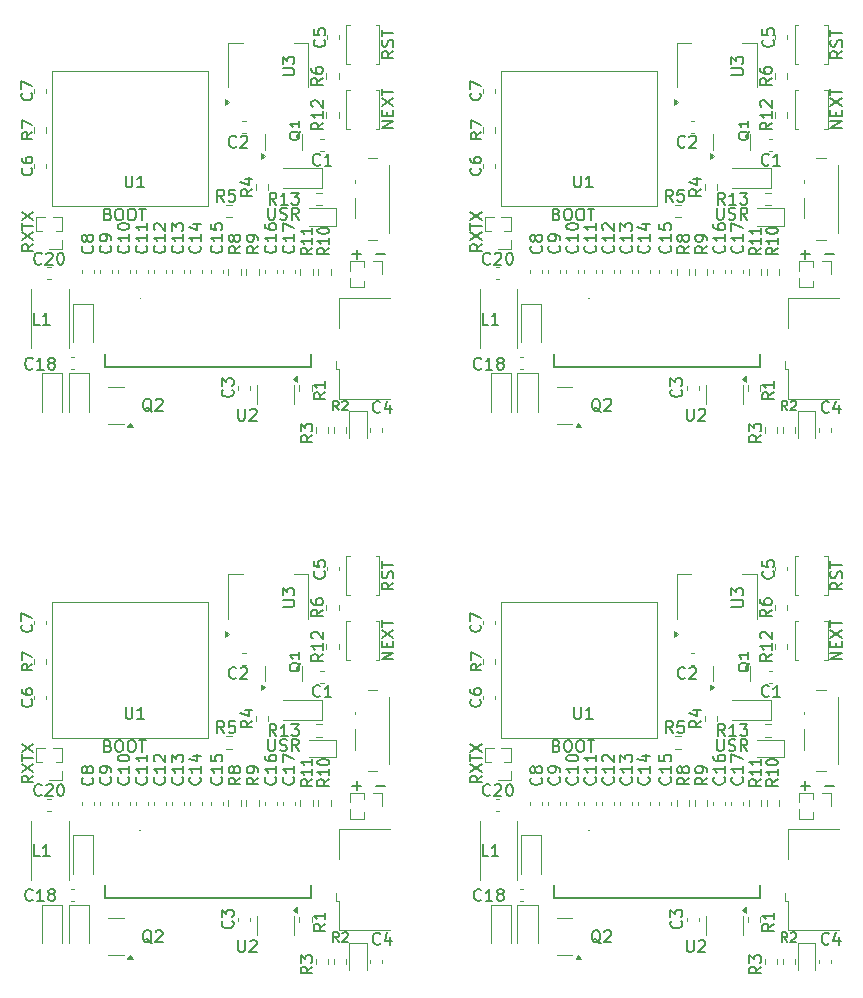
<source format=gto>
G04 #@! TF.GenerationSoftware,KiCad,Pcbnew,9.0.3*
G04 #@! TF.CreationDate,2025-09-14T18:43:41+02:00*
G04 #@! TF.ProjectId,panel,70616e65-6c2e-46b6-9963-61645f706362,rev?*
G04 #@! TF.SameCoordinates,Original*
G04 #@! TF.FileFunction,Legend,Top*
G04 #@! TF.FilePolarity,Positive*
%FSLAX46Y46*%
G04 Gerber Fmt 4.6, Leading zero omitted, Abs format (unit mm)*
G04 Created by KiCad (PCBNEW 9.0.3) date 2025-09-14 18:43:41*
%MOMM*%
%LPD*%
G01*
G04 APERTURE LIST*
%ADD10C,0.150000*%
%ADD11C,0.120000*%
%ADD12C,0.127000*%
%ADD13C,0.100000*%
G04 APERTURE END LIST*
D10*
X9206419Y-27870609D02*
X8730228Y-28203942D01*
X9206419Y-28442037D02*
X8206419Y-28442037D01*
X8206419Y-28442037D02*
X8206419Y-28061085D01*
X8206419Y-28061085D02*
X8254038Y-27965847D01*
X8254038Y-27965847D02*
X8301657Y-27918228D01*
X8301657Y-27918228D02*
X8396895Y-27870609D01*
X8396895Y-27870609D02*
X8539752Y-27870609D01*
X8539752Y-27870609D02*
X8634990Y-27918228D01*
X8634990Y-27918228D02*
X8682609Y-27965847D01*
X8682609Y-27965847D02*
X8730228Y-28061085D01*
X8730228Y-28061085D02*
X8730228Y-28442037D01*
X8206419Y-27537275D02*
X9206419Y-26870609D01*
X8206419Y-26870609D02*
X9206419Y-27537275D01*
X8206419Y-26632513D02*
X8206419Y-26061085D01*
X9206419Y-26346799D02*
X8206419Y-26346799D01*
X8206419Y-25822989D02*
X9206419Y-25156323D01*
X8206419Y-25156323D02*
X9206419Y-25822989D01*
X74187848Y-73697066D02*
X74949753Y-73697066D01*
X74568800Y-74078019D02*
X74568800Y-73316114D01*
X76187848Y-73697066D02*
X76949753Y-73697066D01*
X9206419Y-72869009D02*
X8730228Y-73202342D01*
X9206419Y-73440437D02*
X8206419Y-73440437D01*
X8206419Y-73440437D02*
X8206419Y-73059485D01*
X8206419Y-73059485D02*
X8254038Y-72964247D01*
X8254038Y-72964247D02*
X8301657Y-72916628D01*
X8301657Y-72916628D02*
X8396895Y-72869009D01*
X8396895Y-72869009D02*
X8539752Y-72869009D01*
X8539752Y-72869009D02*
X8634990Y-72916628D01*
X8634990Y-72916628D02*
X8682609Y-72964247D01*
X8682609Y-72964247D02*
X8730228Y-73059485D01*
X8730228Y-73059485D02*
X8730228Y-73440437D01*
X8206419Y-72535675D02*
X9206419Y-71869009D01*
X8206419Y-71869009D02*
X9206419Y-72535675D01*
X8206419Y-71630913D02*
X8206419Y-71059485D01*
X9206419Y-71345199D02*
X8206419Y-71345199D01*
X8206419Y-70821389D02*
X9206419Y-70154723D01*
X8206419Y-70154723D02*
X9206419Y-70821389D01*
X29079695Y-24777619D02*
X29079695Y-25587142D01*
X29079695Y-25587142D02*
X29127314Y-25682380D01*
X29127314Y-25682380D02*
X29174933Y-25730000D01*
X29174933Y-25730000D02*
X29270171Y-25777619D01*
X29270171Y-25777619D02*
X29460647Y-25777619D01*
X29460647Y-25777619D02*
X29555885Y-25730000D01*
X29555885Y-25730000D02*
X29603504Y-25682380D01*
X29603504Y-25682380D02*
X29651123Y-25587142D01*
X29651123Y-25587142D02*
X29651123Y-24777619D01*
X30079695Y-25730000D02*
X30222552Y-25777619D01*
X30222552Y-25777619D02*
X30460647Y-25777619D01*
X30460647Y-25777619D02*
X30555885Y-25730000D01*
X30555885Y-25730000D02*
X30603504Y-25682380D01*
X30603504Y-25682380D02*
X30651123Y-25587142D01*
X30651123Y-25587142D02*
X30651123Y-25491904D01*
X30651123Y-25491904D02*
X30603504Y-25396666D01*
X30603504Y-25396666D02*
X30555885Y-25349047D01*
X30555885Y-25349047D02*
X30460647Y-25301428D01*
X30460647Y-25301428D02*
X30270171Y-25253809D01*
X30270171Y-25253809D02*
X30174933Y-25206190D01*
X30174933Y-25206190D02*
X30127314Y-25158571D01*
X30127314Y-25158571D02*
X30079695Y-25063333D01*
X30079695Y-25063333D02*
X30079695Y-24968095D01*
X30079695Y-24968095D02*
X30127314Y-24872857D01*
X30127314Y-24872857D02*
X30174933Y-24825238D01*
X30174933Y-24825238D02*
X30270171Y-24777619D01*
X30270171Y-24777619D02*
X30508266Y-24777619D01*
X30508266Y-24777619D02*
X30651123Y-24825238D01*
X31651123Y-25777619D02*
X31317790Y-25301428D01*
X31079695Y-25777619D02*
X31079695Y-24777619D01*
X31079695Y-24777619D02*
X31460647Y-24777619D01*
X31460647Y-24777619D02*
X31555885Y-24825238D01*
X31555885Y-24825238D02*
X31603504Y-24872857D01*
X31603504Y-24872857D02*
X31651123Y-24968095D01*
X31651123Y-24968095D02*
X31651123Y-25110952D01*
X31651123Y-25110952D02*
X31603504Y-25206190D01*
X31603504Y-25206190D02*
X31555885Y-25253809D01*
X31555885Y-25253809D02*
X31460647Y-25301428D01*
X31460647Y-25301428D02*
X31079695Y-25301428D01*
X67067895Y-24777619D02*
X67067895Y-25587142D01*
X67067895Y-25587142D02*
X67115514Y-25682380D01*
X67115514Y-25682380D02*
X67163133Y-25730000D01*
X67163133Y-25730000D02*
X67258371Y-25777619D01*
X67258371Y-25777619D02*
X67448847Y-25777619D01*
X67448847Y-25777619D02*
X67544085Y-25730000D01*
X67544085Y-25730000D02*
X67591704Y-25682380D01*
X67591704Y-25682380D02*
X67639323Y-25587142D01*
X67639323Y-25587142D02*
X67639323Y-24777619D01*
X68067895Y-25730000D02*
X68210752Y-25777619D01*
X68210752Y-25777619D02*
X68448847Y-25777619D01*
X68448847Y-25777619D02*
X68544085Y-25730000D01*
X68544085Y-25730000D02*
X68591704Y-25682380D01*
X68591704Y-25682380D02*
X68639323Y-25587142D01*
X68639323Y-25587142D02*
X68639323Y-25491904D01*
X68639323Y-25491904D02*
X68591704Y-25396666D01*
X68591704Y-25396666D02*
X68544085Y-25349047D01*
X68544085Y-25349047D02*
X68448847Y-25301428D01*
X68448847Y-25301428D02*
X68258371Y-25253809D01*
X68258371Y-25253809D02*
X68163133Y-25206190D01*
X68163133Y-25206190D02*
X68115514Y-25158571D01*
X68115514Y-25158571D02*
X68067895Y-25063333D01*
X68067895Y-25063333D02*
X68067895Y-24968095D01*
X68067895Y-24968095D02*
X68115514Y-24872857D01*
X68115514Y-24872857D02*
X68163133Y-24825238D01*
X68163133Y-24825238D02*
X68258371Y-24777619D01*
X68258371Y-24777619D02*
X68496466Y-24777619D01*
X68496466Y-24777619D02*
X68639323Y-24825238D01*
X69639323Y-25777619D02*
X69305990Y-25301428D01*
X69067895Y-25777619D02*
X69067895Y-24777619D01*
X69067895Y-24777619D02*
X69448847Y-24777619D01*
X69448847Y-24777619D02*
X69544085Y-24825238D01*
X69544085Y-24825238D02*
X69591704Y-24872857D01*
X69591704Y-24872857D02*
X69639323Y-24968095D01*
X69639323Y-24968095D02*
X69639323Y-25110952D01*
X69639323Y-25110952D02*
X69591704Y-25206190D01*
X69591704Y-25206190D02*
X69544085Y-25253809D01*
X69544085Y-25253809D02*
X69448847Y-25301428D01*
X69448847Y-25301428D02*
X69067895Y-25301428D01*
X47194619Y-72869009D02*
X46718428Y-73202342D01*
X47194619Y-73440437D02*
X46194619Y-73440437D01*
X46194619Y-73440437D02*
X46194619Y-73059485D01*
X46194619Y-73059485D02*
X46242238Y-72964247D01*
X46242238Y-72964247D02*
X46289857Y-72916628D01*
X46289857Y-72916628D02*
X46385095Y-72869009D01*
X46385095Y-72869009D02*
X46527952Y-72869009D01*
X46527952Y-72869009D02*
X46623190Y-72916628D01*
X46623190Y-72916628D02*
X46670809Y-72964247D01*
X46670809Y-72964247D02*
X46718428Y-73059485D01*
X46718428Y-73059485D02*
X46718428Y-73440437D01*
X46194619Y-72535675D02*
X47194619Y-71869009D01*
X46194619Y-71869009D02*
X47194619Y-72535675D01*
X46194619Y-71630913D02*
X46194619Y-71059485D01*
X47194619Y-71345199D02*
X46194619Y-71345199D01*
X46194619Y-70821389D02*
X47194619Y-70154723D01*
X46194619Y-70154723D02*
X47194619Y-70821389D01*
X47194619Y-27870609D02*
X46718428Y-28203942D01*
X47194619Y-28442037D02*
X46194619Y-28442037D01*
X46194619Y-28442037D02*
X46194619Y-28061085D01*
X46194619Y-28061085D02*
X46242238Y-27965847D01*
X46242238Y-27965847D02*
X46289857Y-27918228D01*
X46289857Y-27918228D02*
X46385095Y-27870609D01*
X46385095Y-27870609D02*
X46527952Y-27870609D01*
X46527952Y-27870609D02*
X46623190Y-27918228D01*
X46623190Y-27918228D02*
X46670809Y-27965847D01*
X46670809Y-27965847D02*
X46718428Y-28061085D01*
X46718428Y-28061085D02*
X46718428Y-28442037D01*
X46194619Y-27537275D02*
X47194619Y-26870609D01*
X46194619Y-26870609D02*
X47194619Y-27537275D01*
X46194619Y-26632513D02*
X46194619Y-26061085D01*
X47194619Y-26346799D02*
X46194619Y-26346799D01*
X46194619Y-25822989D02*
X47194619Y-25156323D01*
X46194619Y-25156323D02*
X47194619Y-25822989D01*
X77674619Y-11519419D02*
X77198428Y-11852752D01*
X77674619Y-12090847D02*
X76674619Y-12090847D01*
X76674619Y-12090847D02*
X76674619Y-11709895D01*
X76674619Y-11709895D02*
X76722238Y-11614657D01*
X76722238Y-11614657D02*
X76769857Y-11567038D01*
X76769857Y-11567038D02*
X76865095Y-11519419D01*
X76865095Y-11519419D02*
X77007952Y-11519419D01*
X77007952Y-11519419D02*
X77103190Y-11567038D01*
X77103190Y-11567038D02*
X77150809Y-11614657D01*
X77150809Y-11614657D02*
X77198428Y-11709895D01*
X77198428Y-11709895D02*
X77198428Y-12090847D01*
X77627000Y-11138466D02*
X77674619Y-10995609D01*
X77674619Y-10995609D02*
X77674619Y-10757514D01*
X77674619Y-10757514D02*
X77627000Y-10662276D01*
X77627000Y-10662276D02*
X77579380Y-10614657D01*
X77579380Y-10614657D02*
X77484142Y-10567038D01*
X77484142Y-10567038D02*
X77388904Y-10567038D01*
X77388904Y-10567038D02*
X77293666Y-10614657D01*
X77293666Y-10614657D02*
X77246047Y-10662276D01*
X77246047Y-10662276D02*
X77198428Y-10757514D01*
X77198428Y-10757514D02*
X77150809Y-10947990D01*
X77150809Y-10947990D02*
X77103190Y-11043228D01*
X77103190Y-11043228D02*
X77055571Y-11090847D01*
X77055571Y-11090847D02*
X76960333Y-11138466D01*
X76960333Y-11138466D02*
X76865095Y-11138466D01*
X76865095Y-11138466D02*
X76769857Y-11090847D01*
X76769857Y-11090847D02*
X76722238Y-11043228D01*
X76722238Y-11043228D02*
X76674619Y-10947990D01*
X76674619Y-10947990D02*
X76674619Y-10709895D01*
X76674619Y-10709895D02*
X76722238Y-10567038D01*
X76674619Y-10281323D02*
X76674619Y-9709895D01*
X77674619Y-9995609D02*
X76674619Y-9995609D01*
X15511898Y-25322594D02*
X15654755Y-25370213D01*
X15654755Y-25370213D02*
X15702374Y-25417832D01*
X15702374Y-25417832D02*
X15749993Y-25513070D01*
X15749993Y-25513070D02*
X15749993Y-25655927D01*
X15749993Y-25655927D02*
X15702374Y-25751165D01*
X15702374Y-25751165D02*
X15654755Y-25798785D01*
X15654755Y-25798785D02*
X15559517Y-25846404D01*
X15559517Y-25846404D02*
X15178565Y-25846404D01*
X15178565Y-25846404D02*
X15178565Y-24846404D01*
X15178565Y-24846404D02*
X15511898Y-24846404D01*
X15511898Y-24846404D02*
X15607136Y-24894023D01*
X15607136Y-24894023D02*
X15654755Y-24941642D01*
X15654755Y-24941642D02*
X15702374Y-25036880D01*
X15702374Y-25036880D02*
X15702374Y-25132118D01*
X15702374Y-25132118D02*
X15654755Y-25227356D01*
X15654755Y-25227356D02*
X15607136Y-25274975D01*
X15607136Y-25274975D02*
X15511898Y-25322594D01*
X15511898Y-25322594D02*
X15178565Y-25322594D01*
X16369041Y-24846404D02*
X16559517Y-24846404D01*
X16559517Y-24846404D02*
X16654755Y-24894023D01*
X16654755Y-24894023D02*
X16749993Y-24989261D01*
X16749993Y-24989261D02*
X16797612Y-25179737D01*
X16797612Y-25179737D02*
X16797612Y-25513070D01*
X16797612Y-25513070D02*
X16749993Y-25703546D01*
X16749993Y-25703546D02*
X16654755Y-25798785D01*
X16654755Y-25798785D02*
X16559517Y-25846404D01*
X16559517Y-25846404D02*
X16369041Y-25846404D01*
X16369041Y-25846404D02*
X16273803Y-25798785D01*
X16273803Y-25798785D02*
X16178565Y-25703546D01*
X16178565Y-25703546D02*
X16130946Y-25513070D01*
X16130946Y-25513070D02*
X16130946Y-25179737D01*
X16130946Y-25179737D02*
X16178565Y-24989261D01*
X16178565Y-24989261D02*
X16273803Y-24894023D01*
X16273803Y-24894023D02*
X16369041Y-24846404D01*
X17416660Y-24846404D02*
X17607136Y-24846404D01*
X17607136Y-24846404D02*
X17702374Y-24894023D01*
X17702374Y-24894023D02*
X17797612Y-24989261D01*
X17797612Y-24989261D02*
X17845231Y-25179737D01*
X17845231Y-25179737D02*
X17845231Y-25513070D01*
X17845231Y-25513070D02*
X17797612Y-25703546D01*
X17797612Y-25703546D02*
X17702374Y-25798785D01*
X17702374Y-25798785D02*
X17607136Y-25846404D01*
X17607136Y-25846404D02*
X17416660Y-25846404D01*
X17416660Y-25846404D02*
X17321422Y-25798785D01*
X17321422Y-25798785D02*
X17226184Y-25703546D01*
X17226184Y-25703546D02*
X17178565Y-25513070D01*
X17178565Y-25513070D02*
X17178565Y-25179737D01*
X17178565Y-25179737D02*
X17226184Y-24989261D01*
X17226184Y-24989261D02*
X17321422Y-24894023D01*
X17321422Y-24894023D02*
X17416660Y-24846404D01*
X18130946Y-24846404D02*
X18702374Y-24846404D01*
X18416660Y-25846404D02*
X18416660Y-24846404D01*
X39686419Y-11519419D02*
X39210228Y-11852752D01*
X39686419Y-12090847D02*
X38686419Y-12090847D01*
X38686419Y-12090847D02*
X38686419Y-11709895D01*
X38686419Y-11709895D02*
X38734038Y-11614657D01*
X38734038Y-11614657D02*
X38781657Y-11567038D01*
X38781657Y-11567038D02*
X38876895Y-11519419D01*
X38876895Y-11519419D02*
X39019752Y-11519419D01*
X39019752Y-11519419D02*
X39114990Y-11567038D01*
X39114990Y-11567038D02*
X39162609Y-11614657D01*
X39162609Y-11614657D02*
X39210228Y-11709895D01*
X39210228Y-11709895D02*
X39210228Y-12090847D01*
X39638800Y-11138466D02*
X39686419Y-10995609D01*
X39686419Y-10995609D02*
X39686419Y-10757514D01*
X39686419Y-10757514D02*
X39638800Y-10662276D01*
X39638800Y-10662276D02*
X39591180Y-10614657D01*
X39591180Y-10614657D02*
X39495942Y-10567038D01*
X39495942Y-10567038D02*
X39400704Y-10567038D01*
X39400704Y-10567038D02*
X39305466Y-10614657D01*
X39305466Y-10614657D02*
X39257847Y-10662276D01*
X39257847Y-10662276D02*
X39210228Y-10757514D01*
X39210228Y-10757514D02*
X39162609Y-10947990D01*
X39162609Y-10947990D02*
X39114990Y-11043228D01*
X39114990Y-11043228D02*
X39067371Y-11090847D01*
X39067371Y-11090847D02*
X38972133Y-11138466D01*
X38972133Y-11138466D02*
X38876895Y-11138466D01*
X38876895Y-11138466D02*
X38781657Y-11090847D01*
X38781657Y-11090847D02*
X38734038Y-11043228D01*
X38734038Y-11043228D02*
X38686419Y-10947990D01*
X38686419Y-10947990D02*
X38686419Y-10709895D01*
X38686419Y-10709895D02*
X38734038Y-10567038D01*
X38686419Y-10281323D02*
X38686419Y-9709895D01*
X39686419Y-9995609D02*
X38686419Y-9995609D01*
X77674619Y-18028037D02*
X76674619Y-18028037D01*
X76674619Y-18028037D02*
X77674619Y-17456609D01*
X77674619Y-17456609D02*
X76674619Y-17456609D01*
X77150809Y-16980418D02*
X77150809Y-16647085D01*
X77674619Y-16504228D02*
X77674619Y-16980418D01*
X77674619Y-16980418D02*
X76674619Y-16980418D01*
X76674619Y-16980418D02*
X76674619Y-16504228D01*
X76674619Y-16170894D02*
X77674619Y-15504228D01*
X76674619Y-15504228D02*
X77674619Y-16170894D01*
X76674619Y-15266132D02*
X76674619Y-14694704D01*
X77674619Y-14980418D02*
X76674619Y-14980418D01*
X39686419Y-18028037D02*
X38686419Y-18028037D01*
X38686419Y-18028037D02*
X39686419Y-17456609D01*
X39686419Y-17456609D02*
X38686419Y-17456609D01*
X39162609Y-16980418D02*
X39162609Y-16647085D01*
X39686419Y-16504228D02*
X39686419Y-16980418D01*
X39686419Y-16980418D02*
X38686419Y-16980418D01*
X38686419Y-16980418D02*
X38686419Y-16504228D01*
X38686419Y-16170894D02*
X39686419Y-15504228D01*
X38686419Y-15504228D02*
X39686419Y-16170894D01*
X38686419Y-15266132D02*
X38686419Y-14694704D01*
X39686419Y-14980418D02*
X38686419Y-14980418D01*
X74187848Y-28698666D02*
X74949753Y-28698666D01*
X74568800Y-29079619D02*
X74568800Y-28317714D01*
X76187848Y-28698666D02*
X76949753Y-28698666D01*
X53500098Y-70320994D02*
X53642955Y-70368613D01*
X53642955Y-70368613D02*
X53690574Y-70416232D01*
X53690574Y-70416232D02*
X53738193Y-70511470D01*
X53738193Y-70511470D02*
X53738193Y-70654327D01*
X53738193Y-70654327D02*
X53690574Y-70749565D01*
X53690574Y-70749565D02*
X53642955Y-70797185D01*
X53642955Y-70797185D02*
X53547717Y-70844804D01*
X53547717Y-70844804D02*
X53166765Y-70844804D01*
X53166765Y-70844804D02*
X53166765Y-69844804D01*
X53166765Y-69844804D02*
X53500098Y-69844804D01*
X53500098Y-69844804D02*
X53595336Y-69892423D01*
X53595336Y-69892423D02*
X53642955Y-69940042D01*
X53642955Y-69940042D02*
X53690574Y-70035280D01*
X53690574Y-70035280D02*
X53690574Y-70130518D01*
X53690574Y-70130518D02*
X53642955Y-70225756D01*
X53642955Y-70225756D02*
X53595336Y-70273375D01*
X53595336Y-70273375D02*
X53500098Y-70320994D01*
X53500098Y-70320994D02*
X53166765Y-70320994D01*
X54357241Y-69844804D02*
X54547717Y-69844804D01*
X54547717Y-69844804D02*
X54642955Y-69892423D01*
X54642955Y-69892423D02*
X54738193Y-69987661D01*
X54738193Y-69987661D02*
X54785812Y-70178137D01*
X54785812Y-70178137D02*
X54785812Y-70511470D01*
X54785812Y-70511470D02*
X54738193Y-70701946D01*
X54738193Y-70701946D02*
X54642955Y-70797185D01*
X54642955Y-70797185D02*
X54547717Y-70844804D01*
X54547717Y-70844804D02*
X54357241Y-70844804D01*
X54357241Y-70844804D02*
X54262003Y-70797185D01*
X54262003Y-70797185D02*
X54166765Y-70701946D01*
X54166765Y-70701946D02*
X54119146Y-70511470D01*
X54119146Y-70511470D02*
X54119146Y-70178137D01*
X54119146Y-70178137D02*
X54166765Y-69987661D01*
X54166765Y-69987661D02*
X54262003Y-69892423D01*
X54262003Y-69892423D02*
X54357241Y-69844804D01*
X55404860Y-69844804D02*
X55595336Y-69844804D01*
X55595336Y-69844804D02*
X55690574Y-69892423D01*
X55690574Y-69892423D02*
X55785812Y-69987661D01*
X55785812Y-69987661D02*
X55833431Y-70178137D01*
X55833431Y-70178137D02*
X55833431Y-70511470D01*
X55833431Y-70511470D02*
X55785812Y-70701946D01*
X55785812Y-70701946D02*
X55690574Y-70797185D01*
X55690574Y-70797185D02*
X55595336Y-70844804D01*
X55595336Y-70844804D02*
X55404860Y-70844804D01*
X55404860Y-70844804D02*
X55309622Y-70797185D01*
X55309622Y-70797185D02*
X55214384Y-70701946D01*
X55214384Y-70701946D02*
X55166765Y-70511470D01*
X55166765Y-70511470D02*
X55166765Y-70178137D01*
X55166765Y-70178137D02*
X55214384Y-69987661D01*
X55214384Y-69987661D02*
X55309622Y-69892423D01*
X55309622Y-69892423D02*
X55404860Y-69844804D01*
X56119146Y-69844804D02*
X56690574Y-69844804D01*
X56404860Y-70844804D02*
X56404860Y-69844804D01*
X36199648Y-28698666D02*
X36961553Y-28698666D01*
X36580600Y-29079619D02*
X36580600Y-28317714D01*
X38199648Y-28698666D02*
X38961553Y-28698666D01*
X29079695Y-69776019D02*
X29079695Y-70585542D01*
X29079695Y-70585542D02*
X29127314Y-70680780D01*
X29127314Y-70680780D02*
X29174933Y-70728400D01*
X29174933Y-70728400D02*
X29270171Y-70776019D01*
X29270171Y-70776019D02*
X29460647Y-70776019D01*
X29460647Y-70776019D02*
X29555885Y-70728400D01*
X29555885Y-70728400D02*
X29603504Y-70680780D01*
X29603504Y-70680780D02*
X29651123Y-70585542D01*
X29651123Y-70585542D02*
X29651123Y-69776019D01*
X30079695Y-70728400D02*
X30222552Y-70776019D01*
X30222552Y-70776019D02*
X30460647Y-70776019D01*
X30460647Y-70776019D02*
X30555885Y-70728400D01*
X30555885Y-70728400D02*
X30603504Y-70680780D01*
X30603504Y-70680780D02*
X30651123Y-70585542D01*
X30651123Y-70585542D02*
X30651123Y-70490304D01*
X30651123Y-70490304D02*
X30603504Y-70395066D01*
X30603504Y-70395066D02*
X30555885Y-70347447D01*
X30555885Y-70347447D02*
X30460647Y-70299828D01*
X30460647Y-70299828D02*
X30270171Y-70252209D01*
X30270171Y-70252209D02*
X30174933Y-70204590D01*
X30174933Y-70204590D02*
X30127314Y-70156971D01*
X30127314Y-70156971D02*
X30079695Y-70061733D01*
X30079695Y-70061733D02*
X30079695Y-69966495D01*
X30079695Y-69966495D02*
X30127314Y-69871257D01*
X30127314Y-69871257D02*
X30174933Y-69823638D01*
X30174933Y-69823638D02*
X30270171Y-69776019D01*
X30270171Y-69776019D02*
X30508266Y-69776019D01*
X30508266Y-69776019D02*
X30651123Y-69823638D01*
X31651123Y-70776019D02*
X31317790Y-70299828D01*
X31079695Y-70776019D02*
X31079695Y-69776019D01*
X31079695Y-69776019D02*
X31460647Y-69776019D01*
X31460647Y-69776019D02*
X31555885Y-69823638D01*
X31555885Y-69823638D02*
X31603504Y-69871257D01*
X31603504Y-69871257D02*
X31651123Y-69966495D01*
X31651123Y-69966495D02*
X31651123Y-70109352D01*
X31651123Y-70109352D02*
X31603504Y-70204590D01*
X31603504Y-70204590D02*
X31555885Y-70252209D01*
X31555885Y-70252209D02*
X31460647Y-70299828D01*
X31460647Y-70299828D02*
X31079695Y-70299828D01*
X77674619Y-56517819D02*
X77198428Y-56851152D01*
X77674619Y-57089247D02*
X76674619Y-57089247D01*
X76674619Y-57089247D02*
X76674619Y-56708295D01*
X76674619Y-56708295D02*
X76722238Y-56613057D01*
X76722238Y-56613057D02*
X76769857Y-56565438D01*
X76769857Y-56565438D02*
X76865095Y-56517819D01*
X76865095Y-56517819D02*
X77007952Y-56517819D01*
X77007952Y-56517819D02*
X77103190Y-56565438D01*
X77103190Y-56565438D02*
X77150809Y-56613057D01*
X77150809Y-56613057D02*
X77198428Y-56708295D01*
X77198428Y-56708295D02*
X77198428Y-57089247D01*
X77627000Y-56136866D02*
X77674619Y-55994009D01*
X77674619Y-55994009D02*
X77674619Y-55755914D01*
X77674619Y-55755914D02*
X77627000Y-55660676D01*
X77627000Y-55660676D02*
X77579380Y-55613057D01*
X77579380Y-55613057D02*
X77484142Y-55565438D01*
X77484142Y-55565438D02*
X77388904Y-55565438D01*
X77388904Y-55565438D02*
X77293666Y-55613057D01*
X77293666Y-55613057D02*
X77246047Y-55660676D01*
X77246047Y-55660676D02*
X77198428Y-55755914D01*
X77198428Y-55755914D02*
X77150809Y-55946390D01*
X77150809Y-55946390D02*
X77103190Y-56041628D01*
X77103190Y-56041628D02*
X77055571Y-56089247D01*
X77055571Y-56089247D02*
X76960333Y-56136866D01*
X76960333Y-56136866D02*
X76865095Y-56136866D01*
X76865095Y-56136866D02*
X76769857Y-56089247D01*
X76769857Y-56089247D02*
X76722238Y-56041628D01*
X76722238Y-56041628D02*
X76674619Y-55946390D01*
X76674619Y-55946390D02*
X76674619Y-55708295D01*
X76674619Y-55708295D02*
X76722238Y-55565438D01*
X76674619Y-55279723D02*
X76674619Y-54708295D01*
X77674619Y-54994009D02*
X76674619Y-54994009D01*
X36199648Y-73697066D02*
X36961553Y-73697066D01*
X36580600Y-74078019D02*
X36580600Y-73316114D01*
X38199648Y-73697066D02*
X38961553Y-73697066D01*
X53500098Y-25322594D02*
X53642955Y-25370213D01*
X53642955Y-25370213D02*
X53690574Y-25417832D01*
X53690574Y-25417832D02*
X53738193Y-25513070D01*
X53738193Y-25513070D02*
X53738193Y-25655927D01*
X53738193Y-25655927D02*
X53690574Y-25751165D01*
X53690574Y-25751165D02*
X53642955Y-25798785D01*
X53642955Y-25798785D02*
X53547717Y-25846404D01*
X53547717Y-25846404D02*
X53166765Y-25846404D01*
X53166765Y-25846404D02*
X53166765Y-24846404D01*
X53166765Y-24846404D02*
X53500098Y-24846404D01*
X53500098Y-24846404D02*
X53595336Y-24894023D01*
X53595336Y-24894023D02*
X53642955Y-24941642D01*
X53642955Y-24941642D02*
X53690574Y-25036880D01*
X53690574Y-25036880D02*
X53690574Y-25132118D01*
X53690574Y-25132118D02*
X53642955Y-25227356D01*
X53642955Y-25227356D02*
X53595336Y-25274975D01*
X53595336Y-25274975D02*
X53500098Y-25322594D01*
X53500098Y-25322594D02*
X53166765Y-25322594D01*
X54357241Y-24846404D02*
X54547717Y-24846404D01*
X54547717Y-24846404D02*
X54642955Y-24894023D01*
X54642955Y-24894023D02*
X54738193Y-24989261D01*
X54738193Y-24989261D02*
X54785812Y-25179737D01*
X54785812Y-25179737D02*
X54785812Y-25513070D01*
X54785812Y-25513070D02*
X54738193Y-25703546D01*
X54738193Y-25703546D02*
X54642955Y-25798785D01*
X54642955Y-25798785D02*
X54547717Y-25846404D01*
X54547717Y-25846404D02*
X54357241Y-25846404D01*
X54357241Y-25846404D02*
X54262003Y-25798785D01*
X54262003Y-25798785D02*
X54166765Y-25703546D01*
X54166765Y-25703546D02*
X54119146Y-25513070D01*
X54119146Y-25513070D02*
X54119146Y-25179737D01*
X54119146Y-25179737D02*
X54166765Y-24989261D01*
X54166765Y-24989261D02*
X54262003Y-24894023D01*
X54262003Y-24894023D02*
X54357241Y-24846404D01*
X55404860Y-24846404D02*
X55595336Y-24846404D01*
X55595336Y-24846404D02*
X55690574Y-24894023D01*
X55690574Y-24894023D02*
X55785812Y-24989261D01*
X55785812Y-24989261D02*
X55833431Y-25179737D01*
X55833431Y-25179737D02*
X55833431Y-25513070D01*
X55833431Y-25513070D02*
X55785812Y-25703546D01*
X55785812Y-25703546D02*
X55690574Y-25798785D01*
X55690574Y-25798785D02*
X55595336Y-25846404D01*
X55595336Y-25846404D02*
X55404860Y-25846404D01*
X55404860Y-25846404D02*
X55309622Y-25798785D01*
X55309622Y-25798785D02*
X55214384Y-25703546D01*
X55214384Y-25703546D02*
X55166765Y-25513070D01*
X55166765Y-25513070D02*
X55166765Y-25179737D01*
X55166765Y-25179737D02*
X55214384Y-24989261D01*
X55214384Y-24989261D02*
X55309622Y-24894023D01*
X55309622Y-24894023D02*
X55404860Y-24846404D01*
X56119146Y-24846404D02*
X56690574Y-24846404D01*
X56404860Y-25846404D02*
X56404860Y-24846404D01*
X39686419Y-63026437D02*
X38686419Y-63026437D01*
X38686419Y-63026437D02*
X39686419Y-62455009D01*
X39686419Y-62455009D02*
X38686419Y-62455009D01*
X39162609Y-61978818D02*
X39162609Y-61645485D01*
X39686419Y-61502628D02*
X39686419Y-61978818D01*
X39686419Y-61978818D02*
X38686419Y-61978818D01*
X38686419Y-61978818D02*
X38686419Y-61502628D01*
X38686419Y-61169294D02*
X39686419Y-60502628D01*
X38686419Y-60502628D02*
X39686419Y-61169294D01*
X38686419Y-60264532D02*
X38686419Y-59693104D01*
X39686419Y-59978818D02*
X38686419Y-59978818D01*
X15511898Y-70320994D02*
X15654755Y-70368613D01*
X15654755Y-70368613D02*
X15702374Y-70416232D01*
X15702374Y-70416232D02*
X15749993Y-70511470D01*
X15749993Y-70511470D02*
X15749993Y-70654327D01*
X15749993Y-70654327D02*
X15702374Y-70749565D01*
X15702374Y-70749565D02*
X15654755Y-70797185D01*
X15654755Y-70797185D02*
X15559517Y-70844804D01*
X15559517Y-70844804D02*
X15178565Y-70844804D01*
X15178565Y-70844804D02*
X15178565Y-69844804D01*
X15178565Y-69844804D02*
X15511898Y-69844804D01*
X15511898Y-69844804D02*
X15607136Y-69892423D01*
X15607136Y-69892423D02*
X15654755Y-69940042D01*
X15654755Y-69940042D02*
X15702374Y-70035280D01*
X15702374Y-70035280D02*
X15702374Y-70130518D01*
X15702374Y-70130518D02*
X15654755Y-70225756D01*
X15654755Y-70225756D02*
X15607136Y-70273375D01*
X15607136Y-70273375D02*
X15511898Y-70320994D01*
X15511898Y-70320994D02*
X15178565Y-70320994D01*
X16369041Y-69844804D02*
X16559517Y-69844804D01*
X16559517Y-69844804D02*
X16654755Y-69892423D01*
X16654755Y-69892423D02*
X16749993Y-69987661D01*
X16749993Y-69987661D02*
X16797612Y-70178137D01*
X16797612Y-70178137D02*
X16797612Y-70511470D01*
X16797612Y-70511470D02*
X16749993Y-70701946D01*
X16749993Y-70701946D02*
X16654755Y-70797185D01*
X16654755Y-70797185D02*
X16559517Y-70844804D01*
X16559517Y-70844804D02*
X16369041Y-70844804D01*
X16369041Y-70844804D02*
X16273803Y-70797185D01*
X16273803Y-70797185D02*
X16178565Y-70701946D01*
X16178565Y-70701946D02*
X16130946Y-70511470D01*
X16130946Y-70511470D02*
X16130946Y-70178137D01*
X16130946Y-70178137D02*
X16178565Y-69987661D01*
X16178565Y-69987661D02*
X16273803Y-69892423D01*
X16273803Y-69892423D02*
X16369041Y-69844804D01*
X17416660Y-69844804D02*
X17607136Y-69844804D01*
X17607136Y-69844804D02*
X17702374Y-69892423D01*
X17702374Y-69892423D02*
X17797612Y-69987661D01*
X17797612Y-69987661D02*
X17845231Y-70178137D01*
X17845231Y-70178137D02*
X17845231Y-70511470D01*
X17845231Y-70511470D02*
X17797612Y-70701946D01*
X17797612Y-70701946D02*
X17702374Y-70797185D01*
X17702374Y-70797185D02*
X17607136Y-70844804D01*
X17607136Y-70844804D02*
X17416660Y-70844804D01*
X17416660Y-70844804D02*
X17321422Y-70797185D01*
X17321422Y-70797185D02*
X17226184Y-70701946D01*
X17226184Y-70701946D02*
X17178565Y-70511470D01*
X17178565Y-70511470D02*
X17178565Y-70178137D01*
X17178565Y-70178137D02*
X17226184Y-69987661D01*
X17226184Y-69987661D02*
X17321422Y-69892423D01*
X17321422Y-69892423D02*
X17416660Y-69844804D01*
X18130946Y-69844804D02*
X18702374Y-69844804D01*
X18416660Y-70844804D02*
X18416660Y-69844804D01*
X39686419Y-56517819D02*
X39210228Y-56851152D01*
X39686419Y-57089247D02*
X38686419Y-57089247D01*
X38686419Y-57089247D02*
X38686419Y-56708295D01*
X38686419Y-56708295D02*
X38734038Y-56613057D01*
X38734038Y-56613057D02*
X38781657Y-56565438D01*
X38781657Y-56565438D02*
X38876895Y-56517819D01*
X38876895Y-56517819D02*
X39019752Y-56517819D01*
X39019752Y-56517819D02*
X39114990Y-56565438D01*
X39114990Y-56565438D02*
X39162609Y-56613057D01*
X39162609Y-56613057D02*
X39210228Y-56708295D01*
X39210228Y-56708295D02*
X39210228Y-57089247D01*
X39638800Y-56136866D02*
X39686419Y-55994009D01*
X39686419Y-55994009D02*
X39686419Y-55755914D01*
X39686419Y-55755914D02*
X39638800Y-55660676D01*
X39638800Y-55660676D02*
X39591180Y-55613057D01*
X39591180Y-55613057D02*
X39495942Y-55565438D01*
X39495942Y-55565438D02*
X39400704Y-55565438D01*
X39400704Y-55565438D02*
X39305466Y-55613057D01*
X39305466Y-55613057D02*
X39257847Y-55660676D01*
X39257847Y-55660676D02*
X39210228Y-55755914D01*
X39210228Y-55755914D02*
X39162609Y-55946390D01*
X39162609Y-55946390D02*
X39114990Y-56041628D01*
X39114990Y-56041628D02*
X39067371Y-56089247D01*
X39067371Y-56089247D02*
X38972133Y-56136866D01*
X38972133Y-56136866D02*
X38876895Y-56136866D01*
X38876895Y-56136866D02*
X38781657Y-56089247D01*
X38781657Y-56089247D02*
X38734038Y-56041628D01*
X38734038Y-56041628D02*
X38686419Y-55946390D01*
X38686419Y-55946390D02*
X38686419Y-55708295D01*
X38686419Y-55708295D02*
X38734038Y-55565438D01*
X38686419Y-55279723D02*
X38686419Y-54708295D01*
X39686419Y-54994009D02*
X38686419Y-54994009D01*
X67067895Y-69776019D02*
X67067895Y-70585542D01*
X67067895Y-70585542D02*
X67115514Y-70680780D01*
X67115514Y-70680780D02*
X67163133Y-70728400D01*
X67163133Y-70728400D02*
X67258371Y-70776019D01*
X67258371Y-70776019D02*
X67448847Y-70776019D01*
X67448847Y-70776019D02*
X67544085Y-70728400D01*
X67544085Y-70728400D02*
X67591704Y-70680780D01*
X67591704Y-70680780D02*
X67639323Y-70585542D01*
X67639323Y-70585542D02*
X67639323Y-69776019D01*
X68067895Y-70728400D02*
X68210752Y-70776019D01*
X68210752Y-70776019D02*
X68448847Y-70776019D01*
X68448847Y-70776019D02*
X68544085Y-70728400D01*
X68544085Y-70728400D02*
X68591704Y-70680780D01*
X68591704Y-70680780D02*
X68639323Y-70585542D01*
X68639323Y-70585542D02*
X68639323Y-70490304D01*
X68639323Y-70490304D02*
X68591704Y-70395066D01*
X68591704Y-70395066D02*
X68544085Y-70347447D01*
X68544085Y-70347447D02*
X68448847Y-70299828D01*
X68448847Y-70299828D02*
X68258371Y-70252209D01*
X68258371Y-70252209D02*
X68163133Y-70204590D01*
X68163133Y-70204590D02*
X68115514Y-70156971D01*
X68115514Y-70156971D02*
X68067895Y-70061733D01*
X68067895Y-70061733D02*
X68067895Y-69966495D01*
X68067895Y-69966495D02*
X68115514Y-69871257D01*
X68115514Y-69871257D02*
X68163133Y-69823638D01*
X68163133Y-69823638D02*
X68258371Y-69776019D01*
X68258371Y-69776019D02*
X68496466Y-69776019D01*
X68496466Y-69776019D02*
X68639323Y-69823638D01*
X69639323Y-70776019D02*
X69305990Y-70299828D01*
X69067895Y-70776019D02*
X69067895Y-69776019D01*
X69067895Y-69776019D02*
X69448847Y-69776019D01*
X69448847Y-69776019D02*
X69544085Y-69823638D01*
X69544085Y-69823638D02*
X69591704Y-69871257D01*
X69591704Y-69871257D02*
X69639323Y-69966495D01*
X69639323Y-69966495D02*
X69639323Y-70109352D01*
X69639323Y-70109352D02*
X69591704Y-70204590D01*
X69591704Y-70204590D02*
X69544085Y-70252209D01*
X69544085Y-70252209D02*
X69448847Y-70299828D01*
X69448847Y-70299828D02*
X69067895Y-70299828D01*
X77674619Y-63026437D02*
X76674619Y-63026437D01*
X76674619Y-63026437D02*
X77674619Y-62455009D01*
X77674619Y-62455009D02*
X76674619Y-62455009D01*
X77150809Y-61978818D02*
X77150809Y-61645485D01*
X77674619Y-61502628D02*
X77674619Y-61978818D01*
X77674619Y-61978818D02*
X76674619Y-61978818D01*
X76674619Y-61978818D02*
X76674619Y-61502628D01*
X76674619Y-61169294D02*
X77674619Y-60502628D01*
X76674619Y-60502628D02*
X77674619Y-61169294D01*
X76674619Y-60264532D02*
X76674619Y-59693104D01*
X77674619Y-59978818D02*
X76674619Y-59978818D01*
X73022467Y-41941095D02*
X72755800Y-41560142D01*
X72565324Y-41941095D02*
X72565324Y-41141095D01*
X72565324Y-41141095D02*
X72870086Y-41141095D01*
X72870086Y-41141095D02*
X72946276Y-41179190D01*
X72946276Y-41179190D02*
X72984371Y-41217285D01*
X72984371Y-41217285D02*
X73022467Y-41293476D01*
X73022467Y-41293476D02*
X73022467Y-41407761D01*
X73022467Y-41407761D02*
X72984371Y-41483952D01*
X72984371Y-41483952D02*
X72946276Y-41522047D01*
X72946276Y-41522047D02*
X72870086Y-41560142D01*
X72870086Y-41560142D02*
X72565324Y-41560142D01*
X73327228Y-41217285D02*
X73365324Y-41179190D01*
X73365324Y-41179190D02*
X73441514Y-41141095D01*
X73441514Y-41141095D02*
X73631990Y-41141095D01*
X73631990Y-41141095D02*
X73708181Y-41179190D01*
X73708181Y-41179190D02*
X73746276Y-41217285D01*
X73746276Y-41217285D02*
X73784371Y-41293476D01*
X73784371Y-41293476D02*
X73784371Y-41369666D01*
X73784371Y-41369666D02*
X73746276Y-41483952D01*
X73746276Y-41483952D02*
X73289133Y-41941095D01*
X73289133Y-41941095D02*
X73784371Y-41941095D01*
X23284380Y-27997657D02*
X23332000Y-28045276D01*
X23332000Y-28045276D02*
X23379619Y-28188133D01*
X23379619Y-28188133D02*
X23379619Y-28283371D01*
X23379619Y-28283371D02*
X23332000Y-28426228D01*
X23332000Y-28426228D02*
X23236761Y-28521466D01*
X23236761Y-28521466D02*
X23141523Y-28569085D01*
X23141523Y-28569085D02*
X22951047Y-28616704D01*
X22951047Y-28616704D02*
X22808190Y-28616704D01*
X22808190Y-28616704D02*
X22617714Y-28569085D01*
X22617714Y-28569085D02*
X22522476Y-28521466D01*
X22522476Y-28521466D02*
X22427238Y-28426228D01*
X22427238Y-28426228D02*
X22379619Y-28283371D01*
X22379619Y-28283371D02*
X22379619Y-28188133D01*
X22379619Y-28188133D02*
X22427238Y-28045276D01*
X22427238Y-28045276D02*
X22474857Y-27997657D01*
X23379619Y-27045276D02*
X23379619Y-27616704D01*
X23379619Y-27330990D02*
X22379619Y-27330990D01*
X22379619Y-27330990D02*
X22522476Y-27426228D01*
X22522476Y-27426228D02*
X22617714Y-27521466D01*
X22617714Y-27521466D02*
X22665333Y-27616704D01*
X22712952Y-26188133D02*
X23379619Y-26188133D01*
X22332000Y-26426228D02*
X23046285Y-26664323D01*
X23046285Y-26664323D02*
X23046285Y-26045276D01*
X70816619Y-73185771D02*
X70340428Y-73485771D01*
X70816619Y-73700057D02*
X69816619Y-73700057D01*
X69816619Y-73700057D02*
X69816619Y-73357200D01*
X69816619Y-73357200D02*
X69864238Y-73271485D01*
X69864238Y-73271485D02*
X69911857Y-73228628D01*
X69911857Y-73228628D02*
X70007095Y-73185771D01*
X70007095Y-73185771D02*
X70149952Y-73185771D01*
X70149952Y-73185771D02*
X70245190Y-73228628D01*
X70245190Y-73228628D02*
X70292809Y-73271485D01*
X70292809Y-73271485D02*
X70340428Y-73357200D01*
X70340428Y-73357200D02*
X70340428Y-73700057D01*
X70816619Y-72328628D02*
X70816619Y-72842914D01*
X70816619Y-72585771D02*
X69816619Y-72585771D01*
X69816619Y-72585771D02*
X69959476Y-72671485D01*
X69959476Y-72671485D02*
X70054714Y-72757200D01*
X70054714Y-72757200D02*
X70102333Y-72842914D01*
X70816619Y-71471485D02*
X70816619Y-71985771D01*
X70816619Y-71728628D02*
X69816619Y-71728628D01*
X69816619Y-71728628D02*
X69959476Y-71814342D01*
X69959476Y-71814342D02*
X70054714Y-71900057D01*
X70054714Y-71900057D02*
X70102333Y-71985771D01*
X33476933Y-21110380D02*
X33429314Y-21158000D01*
X33429314Y-21158000D02*
X33286457Y-21205619D01*
X33286457Y-21205619D02*
X33191219Y-21205619D01*
X33191219Y-21205619D02*
X33048362Y-21158000D01*
X33048362Y-21158000D02*
X32953124Y-21062761D01*
X32953124Y-21062761D02*
X32905505Y-20967523D01*
X32905505Y-20967523D02*
X32857886Y-20777047D01*
X32857886Y-20777047D02*
X32857886Y-20634190D01*
X32857886Y-20634190D02*
X32905505Y-20443714D01*
X32905505Y-20443714D02*
X32953124Y-20348476D01*
X32953124Y-20348476D02*
X33048362Y-20253238D01*
X33048362Y-20253238D02*
X33191219Y-20205619D01*
X33191219Y-20205619D02*
X33286457Y-20205619D01*
X33286457Y-20205619D02*
X33429314Y-20253238D01*
X33429314Y-20253238D02*
X33476933Y-20300857D01*
X34429314Y-21205619D02*
X33857886Y-21205619D01*
X34143600Y-21205619D02*
X34143600Y-20205619D01*
X34143600Y-20205619D02*
X34048362Y-20348476D01*
X34048362Y-20348476D02*
X33953124Y-20443714D01*
X33953124Y-20443714D02*
X33857886Y-20491333D01*
X67673380Y-72996057D02*
X67721000Y-73043676D01*
X67721000Y-73043676D02*
X67768619Y-73186533D01*
X67768619Y-73186533D02*
X67768619Y-73281771D01*
X67768619Y-73281771D02*
X67721000Y-73424628D01*
X67721000Y-73424628D02*
X67625761Y-73519866D01*
X67625761Y-73519866D02*
X67530523Y-73567485D01*
X67530523Y-73567485D02*
X67340047Y-73615104D01*
X67340047Y-73615104D02*
X67197190Y-73615104D01*
X67197190Y-73615104D02*
X67006714Y-73567485D01*
X67006714Y-73567485D02*
X66911476Y-73519866D01*
X66911476Y-73519866D02*
X66816238Y-73424628D01*
X66816238Y-73424628D02*
X66768619Y-73281771D01*
X66768619Y-73281771D02*
X66768619Y-73186533D01*
X66768619Y-73186533D02*
X66816238Y-73043676D01*
X66816238Y-73043676D02*
X66863857Y-72996057D01*
X67768619Y-72043676D02*
X67768619Y-72615104D01*
X67768619Y-72329390D02*
X66768619Y-72329390D01*
X66768619Y-72329390D02*
X66911476Y-72424628D01*
X66911476Y-72424628D02*
X67006714Y-72519866D01*
X67006714Y-72519866D02*
X67054333Y-72615104D01*
X66768619Y-71186533D02*
X66768619Y-71377009D01*
X66768619Y-71377009D02*
X66816238Y-71472247D01*
X66816238Y-71472247D02*
X66863857Y-71519866D01*
X66863857Y-71519866D02*
X67006714Y-71615104D01*
X67006714Y-71615104D02*
X67197190Y-71662723D01*
X67197190Y-71662723D02*
X67578142Y-71662723D01*
X67578142Y-71662723D02*
X67673380Y-71615104D01*
X67673380Y-71615104D02*
X67721000Y-71567485D01*
X67721000Y-71567485D02*
X67768619Y-71472247D01*
X67768619Y-71472247D02*
X67768619Y-71281771D01*
X67768619Y-71281771D02*
X67721000Y-71186533D01*
X67721000Y-71186533D02*
X67673380Y-71138914D01*
X67673380Y-71138914D02*
X67578142Y-71091295D01*
X67578142Y-71091295D02*
X67340047Y-71091295D01*
X67340047Y-71091295D02*
X67244809Y-71138914D01*
X67244809Y-71138914D02*
X67197190Y-71186533D01*
X67197190Y-71186533D02*
X67149571Y-71281771D01*
X67149571Y-71281771D02*
X67149571Y-71472247D01*
X67149571Y-71472247D02*
X67197190Y-71567485D01*
X67197190Y-71567485D02*
X67244809Y-71615104D01*
X67244809Y-71615104D02*
X67340047Y-71662723D01*
X33825380Y-55552666D02*
X33873000Y-55600285D01*
X33873000Y-55600285D02*
X33920619Y-55743142D01*
X33920619Y-55743142D02*
X33920619Y-55838380D01*
X33920619Y-55838380D02*
X33873000Y-55981237D01*
X33873000Y-55981237D02*
X33777761Y-56076475D01*
X33777761Y-56076475D02*
X33682523Y-56124094D01*
X33682523Y-56124094D02*
X33492047Y-56171713D01*
X33492047Y-56171713D02*
X33349190Y-56171713D01*
X33349190Y-56171713D02*
X33158714Y-56124094D01*
X33158714Y-56124094D02*
X33063476Y-56076475D01*
X33063476Y-56076475D02*
X32968238Y-55981237D01*
X32968238Y-55981237D02*
X32920619Y-55838380D01*
X32920619Y-55838380D02*
X32920619Y-55743142D01*
X32920619Y-55743142D02*
X32968238Y-55600285D01*
X32968238Y-55600285D02*
X33015857Y-55552666D01*
X32920619Y-54647904D02*
X32920619Y-55124094D01*
X32920619Y-55124094D02*
X33396809Y-55171713D01*
X33396809Y-55171713D02*
X33349190Y-55124094D01*
X33349190Y-55124094D02*
X33301571Y-55028856D01*
X33301571Y-55028856D02*
X33301571Y-54790761D01*
X33301571Y-54790761D02*
X33349190Y-54695523D01*
X33349190Y-54695523D02*
X33396809Y-54647904D01*
X33396809Y-54647904D02*
X33492047Y-54600285D01*
X33492047Y-54600285D02*
X33730142Y-54600285D01*
X33730142Y-54600285D02*
X33825380Y-54647904D01*
X33825380Y-54647904D02*
X33873000Y-54695523D01*
X33873000Y-54695523D02*
X33920619Y-54790761D01*
X33920619Y-54790761D02*
X33920619Y-55028856D01*
X33920619Y-55028856D02*
X33873000Y-55124094D01*
X33873000Y-55124094D02*
X33825380Y-55171713D01*
X47002918Y-21414165D02*
X47045776Y-21461784D01*
X47045776Y-21461784D02*
X47088633Y-21604641D01*
X47088633Y-21604641D02*
X47088633Y-21699879D01*
X47088633Y-21699879D02*
X47045776Y-21842736D01*
X47045776Y-21842736D02*
X46960061Y-21937974D01*
X46960061Y-21937974D02*
X46874347Y-21985593D01*
X46874347Y-21985593D02*
X46702918Y-22033212D01*
X46702918Y-22033212D02*
X46574347Y-22033212D01*
X46574347Y-22033212D02*
X46402918Y-21985593D01*
X46402918Y-21985593D02*
X46317204Y-21937974D01*
X46317204Y-21937974D02*
X46231490Y-21842736D01*
X46231490Y-21842736D02*
X46188633Y-21699879D01*
X46188633Y-21699879D02*
X46188633Y-21604641D01*
X46188633Y-21604641D02*
X46231490Y-21461784D01*
X46231490Y-21461784D02*
X46274347Y-21414165D01*
X46188633Y-20557022D02*
X46188633Y-20747498D01*
X46188633Y-20747498D02*
X46231490Y-20842736D01*
X46231490Y-20842736D02*
X46274347Y-20890355D01*
X46274347Y-20890355D02*
X46402918Y-20985593D01*
X46402918Y-20985593D02*
X46574347Y-21033212D01*
X46574347Y-21033212D02*
X46917204Y-21033212D01*
X46917204Y-21033212D02*
X47002918Y-20985593D01*
X47002918Y-20985593D02*
X47045776Y-20937974D01*
X47045776Y-20937974D02*
X47088633Y-20842736D01*
X47088633Y-20842736D02*
X47088633Y-20652260D01*
X47088633Y-20652260D02*
X47045776Y-20557022D01*
X47045776Y-20557022D02*
X47002918Y-20509403D01*
X47002918Y-20509403D02*
X46917204Y-20461784D01*
X46917204Y-20461784D02*
X46702918Y-20461784D01*
X46702918Y-20461784D02*
X46617204Y-20509403D01*
X46617204Y-20509403D02*
X46574347Y-20557022D01*
X46574347Y-20557022D02*
X46531490Y-20652260D01*
X46531490Y-20652260D02*
X46531490Y-20842736D01*
X46531490Y-20842736D02*
X46574347Y-20937974D01*
X46574347Y-20937974D02*
X46617204Y-20985593D01*
X46617204Y-20985593D02*
X46702918Y-21033212D01*
X27748419Y-23203466D02*
X27272228Y-23536799D01*
X27748419Y-23774894D02*
X26748419Y-23774894D01*
X26748419Y-23774894D02*
X26748419Y-23393942D01*
X26748419Y-23393942D02*
X26796038Y-23298704D01*
X26796038Y-23298704D02*
X26843657Y-23251085D01*
X26843657Y-23251085D02*
X26938895Y-23203466D01*
X26938895Y-23203466D02*
X27081752Y-23203466D01*
X27081752Y-23203466D02*
X27176990Y-23251085D01*
X27176990Y-23251085D02*
X27224609Y-23298704D01*
X27224609Y-23298704D02*
X27272228Y-23393942D01*
X27272228Y-23393942D02*
X27272228Y-23774894D01*
X27081752Y-22346323D02*
X27748419Y-22346323D01*
X26700800Y-22584418D02*
X27415085Y-22822513D01*
X27415085Y-22822513D02*
X27415085Y-22203466D01*
X64353133Y-19586380D02*
X64305514Y-19634000D01*
X64305514Y-19634000D02*
X64162657Y-19681619D01*
X64162657Y-19681619D02*
X64067419Y-19681619D01*
X64067419Y-19681619D02*
X63924562Y-19634000D01*
X63924562Y-19634000D02*
X63829324Y-19538761D01*
X63829324Y-19538761D02*
X63781705Y-19443523D01*
X63781705Y-19443523D02*
X63734086Y-19253047D01*
X63734086Y-19253047D02*
X63734086Y-19110190D01*
X63734086Y-19110190D02*
X63781705Y-18919714D01*
X63781705Y-18919714D02*
X63829324Y-18824476D01*
X63829324Y-18824476D02*
X63924562Y-18729238D01*
X63924562Y-18729238D02*
X64067419Y-18681619D01*
X64067419Y-18681619D02*
X64162657Y-18681619D01*
X64162657Y-18681619D02*
X64305514Y-18729238D01*
X64305514Y-18729238D02*
X64353133Y-18776857D01*
X64734086Y-18776857D02*
X64781705Y-18729238D01*
X64781705Y-18729238D02*
X64876943Y-18681619D01*
X64876943Y-18681619D02*
X65115038Y-18681619D01*
X65115038Y-18681619D02*
X65210276Y-18729238D01*
X65210276Y-18729238D02*
X65257895Y-18776857D01*
X65257895Y-18776857D02*
X65305514Y-18872095D01*
X65305514Y-18872095D02*
X65305514Y-18967333D01*
X65305514Y-18967333D02*
X65257895Y-19110190D01*
X65257895Y-19110190D02*
X64686467Y-19681619D01*
X64686467Y-19681619D02*
X65305514Y-19681619D01*
X18763180Y-27997657D02*
X18810800Y-28045276D01*
X18810800Y-28045276D02*
X18858419Y-28188133D01*
X18858419Y-28188133D02*
X18858419Y-28283371D01*
X18858419Y-28283371D02*
X18810800Y-28426228D01*
X18810800Y-28426228D02*
X18715561Y-28521466D01*
X18715561Y-28521466D02*
X18620323Y-28569085D01*
X18620323Y-28569085D02*
X18429847Y-28616704D01*
X18429847Y-28616704D02*
X18286990Y-28616704D01*
X18286990Y-28616704D02*
X18096514Y-28569085D01*
X18096514Y-28569085D02*
X18001276Y-28521466D01*
X18001276Y-28521466D02*
X17906038Y-28426228D01*
X17906038Y-28426228D02*
X17858419Y-28283371D01*
X17858419Y-28283371D02*
X17858419Y-28188133D01*
X17858419Y-28188133D02*
X17906038Y-28045276D01*
X17906038Y-28045276D02*
X17953657Y-27997657D01*
X18858419Y-27045276D02*
X18858419Y-27616704D01*
X18858419Y-27330990D02*
X17858419Y-27330990D01*
X17858419Y-27330990D02*
X18001276Y-27426228D01*
X18001276Y-27426228D02*
X18096514Y-27521466D01*
X18096514Y-27521466D02*
X18144133Y-27616704D01*
X18858419Y-26092895D02*
X18858419Y-26664323D01*
X18858419Y-26378609D02*
X17858419Y-26378609D01*
X17858419Y-26378609D02*
X18001276Y-26473847D01*
X18001276Y-26473847D02*
X18096514Y-26569085D01*
X18096514Y-26569085D02*
X18144133Y-26664323D01*
X52179380Y-73027866D02*
X52227000Y-73075485D01*
X52227000Y-73075485D02*
X52274619Y-73218342D01*
X52274619Y-73218342D02*
X52274619Y-73313580D01*
X52274619Y-73313580D02*
X52227000Y-73456437D01*
X52227000Y-73456437D02*
X52131761Y-73551675D01*
X52131761Y-73551675D02*
X52036523Y-73599294D01*
X52036523Y-73599294D02*
X51846047Y-73646913D01*
X51846047Y-73646913D02*
X51703190Y-73646913D01*
X51703190Y-73646913D02*
X51512714Y-73599294D01*
X51512714Y-73599294D02*
X51417476Y-73551675D01*
X51417476Y-73551675D02*
X51322238Y-73456437D01*
X51322238Y-73456437D02*
X51274619Y-73313580D01*
X51274619Y-73313580D02*
X51274619Y-73218342D01*
X51274619Y-73218342D02*
X51322238Y-73075485D01*
X51322238Y-73075485D02*
X51369857Y-73027866D01*
X51703190Y-72456437D02*
X51655571Y-72551675D01*
X51655571Y-72551675D02*
X51607952Y-72599294D01*
X51607952Y-72599294D02*
X51512714Y-72646913D01*
X51512714Y-72646913D02*
X51465095Y-72646913D01*
X51465095Y-72646913D02*
X51369857Y-72599294D01*
X51369857Y-72599294D02*
X51322238Y-72551675D01*
X51322238Y-72551675D02*
X51274619Y-72456437D01*
X51274619Y-72456437D02*
X51274619Y-72265961D01*
X51274619Y-72265961D02*
X51322238Y-72170723D01*
X51322238Y-72170723D02*
X51369857Y-72123104D01*
X51369857Y-72123104D02*
X51465095Y-72075485D01*
X51465095Y-72075485D02*
X51512714Y-72075485D01*
X51512714Y-72075485D02*
X51607952Y-72123104D01*
X51607952Y-72123104D02*
X51655571Y-72170723D01*
X51655571Y-72170723D02*
X51703190Y-72265961D01*
X51703190Y-72265961D02*
X51703190Y-72456437D01*
X51703190Y-72456437D02*
X51750809Y-72551675D01*
X51750809Y-72551675D02*
X51798428Y-72599294D01*
X51798428Y-72599294D02*
X51893666Y-72646913D01*
X51893666Y-72646913D02*
X52084142Y-72646913D01*
X52084142Y-72646913D02*
X52179380Y-72599294D01*
X52179380Y-72599294D02*
X52227000Y-72551675D01*
X52227000Y-72551675D02*
X52274619Y-72456437D01*
X52274619Y-72456437D02*
X52274619Y-72265961D01*
X52274619Y-72265961D02*
X52227000Y-72170723D01*
X52227000Y-72170723D02*
X52179380Y-72123104D01*
X52179380Y-72123104D02*
X52084142Y-72075485D01*
X52084142Y-72075485D02*
X51893666Y-72075485D01*
X51893666Y-72075485D02*
X51798428Y-72123104D01*
X51798428Y-72123104D02*
X51750809Y-72170723D01*
X51750809Y-72170723D02*
X51703190Y-72265961D01*
X20287180Y-72996057D02*
X20334800Y-73043676D01*
X20334800Y-73043676D02*
X20382419Y-73186533D01*
X20382419Y-73186533D02*
X20382419Y-73281771D01*
X20382419Y-73281771D02*
X20334800Y-73424628D01*
X20334800Y-73424628D02*
X20239561Y-73519866D01*
X20239561Y-73519866D02*
X20144323Y-73567485D01*
X20144323Y-73567485D02*
X19953847Y-73615104D01*
X19953847Y-73615104D02*
X19810990Y-73615104D01*
X19810990Y-73615104D02*
X19620514Y-73567485D01*
X19620514Y-73567485D02*
X19525276Y-73519866D01*
X19525276Y-73519866D02*
X19430038Y-73424628D01*
X19430038Y-73424628D02*
X19382419Y-73281771D01*
X19382419Y-73281771D02*
X19382419Y-73186533D01*
X19382419Y-73186533D02*
X19430038Y-73043676D01*
X19430038Y-73043676D02*
X19477657Y-72996057D01*
X20382419Y-72043676D02*
X20382419Y-72615104D01*
X20382419Y-72329390D02*
X19382419Y-72329390D01*
X19382419Y-72329390D02*
X19525276Y-72424628D01*
X19525276Y-72424628D02*
X19620514Y-72519866D01*
X19620514Y-72519866D02*
X19668133Y-72615104D01*
X19477657Y-71662723D02*
X19430038Y-71615104D01*
X19430038Y-71615104D02*
X19382419Y-71519866D01*
X19382419Y-71519866D02*
X19382419Y-71281771D01*
X19382419Y-71281771D02*
X19430038Y-71186533D01*
X19430038Y-71186533D02*
X19477657Y-71138914D01*
X19477657Y-71138914D02*
X19572895Y-71091295D01*
X19572895Y-71091295D02*
X19668133Y-71091295D01*
X19668133Y-71091295D02*
X19810990Y-71138914D01*
X19810990Y-71138914D02*
X20382419Y-71710342D01*
X20382419Y-71710342D02*
X20382419Y-71091295D01*
X64720619Y-28029466D02*
X64244428Y-28362799D01*
X64720619Y-28600894D02*
X63720619Y-28600894D01*
X63720619Y-28600894D02*
X63720619Y-28219942D01*
X63720619Y-28219942D02*
X63768238Y-28124704D01*
X63768238Y-28124704D02*
X63815857Y-28077085D01*
X63815857Y-28077085D02*
X63911095Y-28029466D01*
X63911095Y-28029466D02*
X64053952Y-28029466D01*
X64053952Y-28029466D02*
X64149190Y-28077085D01*
X64149190Y-28077085D02*
X64196809Y-28124704D01*
X64196809Y-28124704D02*
X64244428Y-28219942D01*
X64244428Y-28219942D02*
X64244428Y-28600894D01*
X64149190Y-27458037D02*
X64101571Y-27553275D01*
X64101571Y-27553275D02*
X64053952Y-27600894D01*
X64053952Y-27600894D02*
X63958714Y-27648513D01*
X63958714Y-27648513D02*
X63911095Y-27648513D01*
X63911095Y-27648513D02*
X63815857Y-27600894D01*
X63815857Y-27600894D02*
X63768238Y-27553275D01*
X63768238Y-27553275D02*
X63720619Y-27458037D01*
X63720619Y-27458037D02*
X63720619Y-27267561D01*
X63720619Y-27267561D02*
X63768238Y-27172323D01*
X63768238Y-27172323D02*
X63815857Y-27124704D01*
X63815857Y-27124704D02*
X63911095Y-27077085D01*
X63911095Y-27077085D02*
X63958714Y-27077085D01*
X63958714Y-27077085D02*
X64053952Y-27124704D01*
X64053952Y-27124704D02*
X64101571Y-27172323D01*
X64101571Y-27172323D02*
X64149190Y-27267561D01*
X64149190Y-27267561D02*
X64149190Y-27458037D01*
X64149190Y-27458037D02*
X64196809Y-27553275D01*
X64196809Y-27553275D02*
X64244428Y-27600894D01*
X64244428Y-27600894D02*
X64339666Y-27648513D01*
X64339666Y-27648513D02*
X64530142Y-27648513D01*
X64530142Y-27648513D02*
X64625380Y-27600894D01*
X64625380Y-27600894D02*
X64673000Y-27553275D01*
X64673000Y-27553275D02*
X64720619Y-27458037D01*
X64720619Y-27458037D02*
X64720619Y-27267561D01*
X64720619Y-27267561D02*
X64673000Y-27172323D01*
X64673000Y-27172323D02*
X64625380Y-27124704D01*
X64625380Y-27124704D02*
X64530142Y-27077085D01*
X64530142Y-27077085D02*
X64339666Y-27077085D01*
X64339666Y-27077085D02*
X64244428Y-27124704D01*
X64244428Y-27124704D02*
X64196809Y-27172323D01*
X64196809Y-27172323D02*
X64149190Y-27267561D01*
X30304419Y-13556704D02*
X31113942Y-13556704D01*
X31113942Y-13556704D02*
X31209180Y-13509085D01*
X31209180Y-13509085D02*
X31256800Y-13461466D01*
X31256800Y-13461466D02*
X31304419Y-13366228D01*
X31304419Y-13366228D02*
X31304419Y-13175752D01*
X31304419Y-13175752D02*
X31256800Y-13080514D01*
X31256800Y-13080514D02*
X31209180Y-13032895D01*
X31209180Y-13032895D02*
X31113942Y-12985276D01*
X31113942Y-12985276D02*
X30304419Y-12985276D01*
X30304419Y-12604323D02*
X30304419Y-11985276D01*
X30304419Y-11985276D02*
X30685371Y-12318609D01*
X30685371Y-12318609D02*
X30685371Y-12175752D01*
X30685371Y-12175752D02*
X30732990Y-12080514D01*
X30732990Y-12080514D02*
X30780609Y-12032895D01*
X30780609Y-12032895D02*
X30875847Y-11985276D01*
X30875847Y-11985276D02*
X31113942Y-11985276D01*
X31113942Y-11985276D02*
X31209180Y-12032895D01*
X31209180Y-12032895D02*
X31256800Y-12080514D01*
X31256800Y-12080514D02*
X31304419Y-12175752D01*
X31304419Y-12175752D02*
X31304419Y-12461466D01*
X31304419Y-12461466D02*
X31256800Y-12556704D01*
X31256800Y-12556704D02*
X31209180Y-12604323D01*
X61272580Y-72996057D02*
X61320200Y-73043676D01*
X61320200Y-73043676D02*
X61367819Y-73186533D01*
X61367819Y-73186533D02*
X61367819Y-73281771D01*
X61367819Y-73281771D02*
X61320200Y-73424628D01*
X61320200Y-73424628D02*
X61224961Y-73519866D01*
X61224961Y-73519866D02*
X61129723Y-73567485D01*
X61129723Y-73567485D02*
X60939247Y-73615104D01*
X60939247Y-73615104D02*
X60796390Y-73615104D01*
X60796390Y-73615104D02*
X60605914Y-73567485D01*
X60605914Y-73567485D02*
X60510676Y-73519866D01*
X60510676Y-73519866D02*
X60415438Y-73424628D01*
X60415438Y-73424628D02*
X60367819Y-73281771D01*
X60367819Y-73281771D02*
X60367819Y-73186533D01*
X60367819Y-73186533D02*
X60415438Y-73043676D01*
X60415438Y-73043676D02*
X60463057Y-72996057D01*
X61367819Y-72043676D02*
X61367819Y-72615104D01*
X61367819Y-72329390D02*
X60367819Y-72329390D01*
X60367819Y-72329390D02*
X60510676Y-72424628D01*
X60510676Y-72424628D02*
X60605914Y-72519866D01*
X60605914Y-72519866D02*
X60653533Y-72615104D01*
X60701152Y-71186533D02*
X61367819Y-71186533D01*
X60320200Y-71424628D02*
X61034485Y-71662723D01*
X61034485Y-71662723D02*
X61034485Y-71043676D01*
X17239180Y-27997657D02*
X17286800Y-28045276D01*
X17286800Y-28045276D02*
X17334419Y-28188133D01*
X17334419Y-28188133D02*
X17334419Y-28283371D01*
X17334419Y-28283371D02*
X17286800Y-28426228D01*
X17286800Y-28426228D02*
X17191561Y-28521466D01*
X17191561Y-28521466D02*
X17096323Y-28569085D01*
X17096323Y-28569085D02*
X16905847Y-28616704D01*
X16905847Y-28616704D02*
X16762990Y-28616704D01*
X16762990Y-28616704D02*
X16572514Y-28569085D01*
X16572514Y-28569085D02*
X16477276Y-28521466D01*
X16477276Y-28521466D02*
X16382038Y-28426228D01*
X16382038Y-28426228D02*
X16334419Y-28283371D01*
X16334419Y-28283371D02*
X16334419Y-28188133D01*
X16334419Y-28188133D02*
X16382038Y-28045276D01*
X16382038Y-28045276D02*
X16429657Y-27997657D01*
X17334419Y-27045276D02*
X17334419Y-27616704D01*
X17334419Y-27330990D02*
X16334419Y-27330990D01*
X16334419Y-27330990D02*
X16477276Y-27426228D01*
X16477276Y-27426228D02*
X16572514Y-27521466D01*
X16572514Y-27521466D02*
X16620133Y-27616704D01*
X16334419Y-26426228D02*
X16334419Y-26330990D01*
X16334419Y-26330990D02*
X16382038Y-26235752D01*
X16382038Y-26235752D02*
X16429657Y-26188133D01*
X16429657Y-26188133D02*
X16524895Y-26140514D01*
X16524895Y-26140514D02*
X16715371Y-26092895D01*
X16715371Y-26092895D02*
X16953466Y-26092895D01*
X16953466Y-26092895D02*
X17143942Y-26140514D01*
X17143942Y-26140514D02*
X17239180Y-26188133D01*
X17239180Y-26188133D02*
X17286800Y-26235752D01*
X17286800Y-26235752D02*
X17334419Y-26330990D01*
X17334419Y-26330990D02*
X17334419Y-26426228D01*
X17334419Y-26426228D02*
X17286800Y-26521466D01*
X17286800Y-26521466D02*
X17239180Y-26569085D01*
X17239180Y-26569085D02*
X17143942Y-26616704D01*
X17143942Y-26616704D02*
X16953466Y-26664323D01*
X16953466Y-26664323D02*
X16715371Y-26664323D01*
X16715371Y-26664323D02*
X16524895Y-26616704D01*
X16524895Y-26616704D02*
X16429657Y-26569085D01*
X16429657Y-26569085D02*
X16382038Y-26521466D01*
X16382038Y-26521466D02*
X16334419Y-26426228D01*
X63337133Y-69252019D02*
X63003800Y-68775828D01*
X62765705Y-69252019D02*
X62765705Y-68252019D01*
X62765705Y-68252019D02*
X63146657Y-68252019D01*
X63146657Y-68252019D02*
X63241895Y-68299638D01*
X63241895Y-68299638D02*
X63289514Y-68347257D01*
X63289514Y-68347257D02*
X63337133Y-68442495D01*
X63337133Y-68442495D02*
X63337133Y-68585352D01*
X63337133Y-68585352D02*
X63289514Y-68680590D01*
X63289514Y-68680590D02*
X63241895Y-68728209D01*
X63241895Y-68728209D02*
X63146657Y-68775828D01*
X63146657Y-68775828D02*
X62765705Y-68775828D01*
X64241895Y-68252019D02*
X63765705Y-68252019D01*
X63765705Y-68252019D02*
X63718086Y-68728209D01*
X63718086Y-68728209D02*
X63765705Y-68680590D01*
X63765705Y-68680590D02*
X63860943Y-68632971D01*
X63860943Y-68632971D02*
X64099038Y-68632971D01*
X64099038Y-68632971D02*
X64194276Y-68680590D01*
X64194276Y-68680590D02*
X64241895Y-68728209D01*
X64241895Y-68728209D02*
X64289514Y-68823447D01*
X64289514Y-68823447D02*
X64289514Y-69061542D01*
X64289514Y-69061542D02*
X64241895Y-69156780D01*
X64241895Y-69156780D02*
X64194276Y-69204400D01*
X64194276Y-69204400D02*
X64099038Y-69252019D01*
X64099038Y-69252019D02*
X63860943Y-69252019D01*
X63860943Y-69252019D02*
X63765705Y-69204400D01*
X63765705Y-69204400D02*
X63718086Y-69156780D01*
X64519895Y-86794019D02*
X64519895Y-87603542D01*
X64519895Y-87603542D02*
X64567514Y-87698780D01*
X64567514Y-87698780D02*
X64615133Y-87746400D01*
X64615133Y-87746400D02*
X64710371Y-87794019D01*
X64710371Y-87794019D02*
X64900847Y-87794019D01*
X64900847Y-87794019D02*
X64996085Y-87746400D01*
X64996085Y-87746400D02*
X65043704Y-87698780D01*
X65043704Y-87698780D02*
X65091323Y-87603542D01*
X65091323Y-87603542D02*
X65091323Y-86794019D01*
X65519895Y-86889257D02*
X65567514Y-86841638D01*
X65567514Y-86841638D02*
X65662752Y-86794019D01*
X65662752Y-86794019D02*
X65900847Y-86794019D01*
X65900847Y-86794019D02*
X65996085Y-86841638D01*
X65996085Y-86841638D02*
X66043704Y-86889257D01*
X66043704Y-86889257D02*
X66091323Y-86984495D01*
X66091323Y-86984495D02*
X66091323Y-87079733D01*
X66091323Y-87079733D02*
X66043704Y-87222590D01*
X66043704Y-87222590D02*
X65472276Y-87794019D01*
X65472276Y-87794019D02*
X66091323Y-87794019D01*
X19227361Y-87061257D02*
X19132123Y-87013638D01*
X19132123Y-87013638D02*
X19036885Y-86918400D01*
X19036885Y-86918400D02*
X18894028Y-86775542D01*
X18894028Y-86775542D02*
X18798790Y-86727923D01*
X18798790Y-86727923D02*
X18703552Y-86727923D01*
X18751171Y-86966019D02*
X18655933Y-86918400D01*
X18655933Y-86918400D02*
X18560695Y-86823161D01*
X18560695Y-86823161D02*
X18513076Y-86632685D01*
X18513076Y-86632685D02*
X18513076Y-86299352D01*
X18513076Y-86299352D02*
X18560695Y-86108876D01*
X18560695Y-86108876D02*
X18655933Y-86013638D01*
X18655933Y-86013638D02*
X18751171Y-85966019D01*
X18751171Y-85966019D02*
X18941647Y-85966019D01*
X18941647Y-85966019D02*
X19036885Y-86013638D01*
X19036885Y-86013638D02*
X19132123Y-86108876D01*
X19132123Y-86108876D02*
X19179742Y-86299352D01*
X19179742Y-86299352D02*
X19179742Y-86632685D01*
X19179742Y-86632685D02*
X19132123Y-86823161D01*
X19132123Y-86823161D02*
X19036885Y-86918400D01*
X19036885Y-86918400D02*
X18941647Y-86966019D01*
X18941647Y-86966019D02*
X18751171Y-86966019D01*
X19560695Y-86061257D02*
X19608314Y-86013638D01*
X19608314Y-86013638D02*
X19703552Y-85966019D01*
X19703552Y-85966019D02*
X19941647Y-85966019D01*
X19941647Y-85966019D02*
X20036885Y-86013638D01*
X20036885Y-86013638D02*
X20084504Y-86061257D01*
X20084504Y-86061257D02*
X20132123Y-86156495D01*
X20132123Y-86156495D02*
X20132123Y-86251733D01*
X20132123Y-86251733D02*
X20084504Y-86394590D01*
X20084504Y-86394590D02*
X19513076Y-86966019D01*
X19513076Y-86966019D02*
X20132123Y-86966019D01*
X69784285Y-18306038D02*
X69746190Y-18401276D01*
X69746190Y-18401276D02*
X69670000Y-18496514D01*
X69670000Y-18496514D02*
X69555714Y-18639371D01*
X69555714Y-18639371D02*
X69517619Y-18734609D01*
X69517619Y-18734609D02*
X69517619Y-18829847D01*
X69708095Y-18782228D02*
X69670000Y-18877466D01*
X69670000Y-18877466D02*
X69593809Y-18972704D01*
X69593809Y-18972704D02*
X69441428Y-19020323D01*
X69441428Y-19020323D02*
X69174761Y-19020323D01*
X69174761Y-19020323D02*
X69022380Y-18972704D01*
X69022380Y-18972704D02*
X68946190Y-18877466D01*
X68946190Y-18877466D02*
X68908095Y-18782228D01*
X68908095Y-18782228D02*
X68908095Y-18591752D01*
X68908095Y-18591752D02*
X68946190Y-18496514D01*
X68946190Y-18496514D02*
X69022380Y-18401276D01*
X69022380Y-18401276D02*
X69174761Y-18353657D01*
X69174761Y-18353657D02*
X69441428Y-18353657D01*
X69441428Y-18353657D02*
X69593809Y-18401276D01*
X69593809Y-18401276D02*
X69670000Y-18496514D01*
X69670000Y-18496514D02*
X69708095Y-18591752D01*
X69708095Y-18591752D02*
X69708095Y-18782228D01*
X69708095Y-17401276D02*
X69708095Y-17972704D01*
X69708095Y-17686990D02*
X68908095Y-17686990D01*
X68908095Y-17686990D02*
X69022380Y-17782228D01*
X69022380Y-17782228D02*
X69098571Y-17877466D01*
X69098571Y-17877466D02*
X69136666Y-17972704D01*
X57215561Y-87061257D02*
X57120323Y-87013638D01*
X57120323Y-87013638D02*
X57025085Y-86918400D01*
X57025085Y-86918400D02*
X56882228Y-86775542D01*
X56882228Y-86775542D02*
X56786990Y-86727923D01*
X56786990Y-86727923D02*
X56691752Y-86727923D01*
X56739371Y-86966019D02*
X56644133Y-86918400D01*
X56644133Y-86918400D02*
X56548895Y-86823161D01*
X56548895Y-86823161D02*
X56501276Y-86632685D01*
X56501276Y-86632685D02*
X56501276Y-86299352D01*
X56501276Y-86299352D02*
X56548895Y-86108876D01*
X56548895Y-86108876D02*
X56644133Y-86013638D01*
X56644133Y-86013638D02*
X56739371Y-85966019D01*
X56739371Y-85966019D02*
X56929847Y-85966019D01*
X56929847Y-85966019D02*
X57025085Y-86013638D01*
X57025085Y-86013638D02*
X57120323Y-86108876D01*
X57120323Y-86108876D02*
X57167942Y-86299352D01*
X57167942Y-86299352D02*
X57167942Y-86632685D01*
X57167942Y-86632685D02*
X57120323Y-86823161D01*
X57120323Y-86823161D02*
X57025085Y-86918400D01*
X57025085Y-86918400D02*
X56929847Y-86966019D01*
X56929847Y-86966019D02*
X56739371Y-86966019D01*
X57548895Y-86061257D02*
X57596514Y-86013638D01*
X57596514Y-86013638D02*
X57691752Y-85966019D01*
X57691752Y-85966019D02*
X57929847Y-85966019D01*
X57929847Y-85966019D02*
X58025085Y-86013638D01*
X58025085Y-86013638D02*
X58072704Y-86061257D01*
X58072704Y-86061257D02*
X58120323Y-86156495D01*
X58120323Y-86156495D02*
X58120323Y-86251733D01*
X58120323Y-86251733D02*
X58072704Y-86394590D01*
X58072704Y-86394590D02*
X57501276Y-86966019D01*
X57501276Y-86966019D02*
X58120323Y-86966019D01*
X76547133Y-87063780D02*
X76499514Y-87111400D01*
X76499514Y-87111400D02*
X76356657Y-87159019D01*
X76356657Y-87159019D02*
X76261419Y-87159019D01*
X76261419Y-87159019D02*
X76118562Y-87111400D01*
X76118562Y-87111400D02*
X76023324Y-87016161D01*
X76023324Y-87016161D02*
X75975705Y-86920923D01*
X75975705Y-86920923D02*
X75928086Y-86730447D01*
X75928086Y-86730447D02*
X75928086Y-86587590D01*
X75928086Y-86587590D02*
X75975705Y-86397114D01*
X75975705Y-86397114D02*
X76023324Y-86301876D01*
X76023324Y-86301876D02*
X76118562Y-86206638D01*
X76118562Y-86206638D02*
X76261419Y-86159019D01*
X76261419Y-86159019D02*
X76356657Y-86159019D01*
X76356657Y-86159019D02*
X76499514Y-86206638D01*
X76499514Y-86206638D02*
X76547133Y-86254257D01*
X77404276Y-86492352D02*
X77404276Y-87159019D01*
X77166181Y-86111400D02*
X76928086Y-86825685D01*
X76928086Y-86825685D02*
X77547133Y-86825685D01*
X29685180Y-27997657D02*
X29732800Y-28045276D01*
X29732800Y-28045276D02*
X29780419Y-28188133D01*
X29780419Y-28188133D02*
X29780419Y-28283371D01*
X29780419Y-28283371D02*
X29732800Y-28426228D01*
X29732800Y-28426228D02*
X29637561Y-28521466D01*
X29637561Y-28521466D02*
X29542323Y-28569085D01*
X29542323Y-28569085D02*
X29351847Y-28616704D01*
X29351847Y-28616704D02*
X29208990Y-28616704D01*
X29208990Y-28616704D02*
X29018514Y-28569085D01*
X29018514Y-28569085D02*
X28923276Y-28521466D01*
X28923276Y-28521466D02*
X28828038Y-28426228D01*
X28828038Y-28426228D02*
X28780419Y-28283371D01*
X28780419Y-28283371D02*
X28780419Y-28188133D01*
X28780419Y-28188133D02*
X28828038Y-28045276D01*
X28828038Y-28045276D02*
X28875657Y-27997657D01*
X29780419Y-27045276D02*
X29780419Y-27616704D01*
X29780419Y-27330990D02*
X28780419Y-27330990D01*
X28780419Y-27330990D02*
X28923276Y-27426228D01*
X28923276Y-27426228D02*
X29018514Y-27521466D01*
X29018514Y-27521466D02*
X29066133Y-27616704D01*
X28780419Y-26188133D02*
X28780419Y-26378609D01*
X28780419Y-26378609D02*
X28828038Y-26473847D01*
X28828038Y-26473847D02*
X28875657Y-26521466D01*
X28875657Y-26521466D02*
X29018514Y-26616704D01*
X29018514Y-26616704D02*
X29208990Y-26664323D01*
X29208990Y-26664323D02*
X29589942Y-26664323D01*
X29589942Y-26664323D02*
X29685180Y-26616704D01*
X29685180Y-26616704D02*
X29732800Y-26569085D01*
X29732800Y-26569085D02*
X29780419Y-26473847D01*
X29780419Y-26473847D02*
X29780419Y-26283371D01*
X29780419Y-26283371D02*
X29732800Y-26188133D01*
X29732800Y-26188133D02*
X29685180Y-26140514D01*
X29685180Y-26140514D02*
X29589942Y-26092895D01*
X29589942Y-26092895D02*
X29351847Y-26092895D01*
X29351847Y-26092895D02*
X29256609Y-26140514D01*
X29256609Y-26140514D02*
X29208990Y-26188133D01*
X29208990Y-26188133D02*
X29161371Y-26283371D01*
X29161371Y-26283371D02*
X29161371Y-26473847D01*
X29161371Y-26473847D02*
X29208990Y-26569085D01*
X29208990Y-26569085D02*
X29256609Y-26616704D01*
X29256609Y-26616704D02*
X29351847Y-26664323D01*
X31209180Y-27997657D02*
X31256800Y-28045276D01*
X31256800Y-28045276D02*
X31304419Y-28188133D01*
X31304419Y-28188133D02*
X31304419Y-28283371D01*
X31304419Y-28283371D02*
X31256800Y-28426228D01*
X31256800Y-28426228D02*
X31161561Y-28521466D01*
X31161561Y-28521466D02*
X31066323Y-28569085D01*
X31066323Y-28569085D02*
X30875847Y-28616704D01*
X30875847Y-28616704D02*
X30732990Y-28616704D01*
X30732990Y-28616704D02*
X30542514Y-28569085D01*
X30542514Y-28569085D02*
X30447276Y-28521466D01*
X30447276Y-28521466D02*
X30352038Y-28426228D01*
X30352038Y-28426228D02*
X30304419Y-28283371D01*
X30304419Y-28283371D02*
X30304419Y-28188133D01*
X30304419Y-28188133D02*
X30352038Y-28045276D01*
X30352038Y-28045276D02*
X30399657Y-27997657D01*
X31304419Y-27045276D02*
X31304419Y-27616704D01*
X31304419Y-27330990D02*
X30304419Y-27330990D01*
X30304419Y-27330990D02*
X30447276Y-27426228D01*
X30447276Y-27426228D02*
X30542514Y-27521466D01*
X30542514Y-27521466D02*
X30590133Y-27616704D01*
X30304419Y-26711942D02*
X30304419Y-26045276D01*
X30304419Y-26045276D02*
X31304419Y-26473847D01*
X70816619Y-89029866D02*
X70340428Y-89363199D01*
X70816619Y-89601294D02*
X69816619Y-89601294D01*
X69816619Y-89601294D02*
X69816619Y-89220342D01*
X69816619Y-89220342D02*
X69864238Y-89125104D01*
X69864238Y-89125104D02*
X69911857Y-89077485D01*
X69911857Y-89077485D02*
X70007095Y-89029866D01*
X70007095Y-89029866D02*
X70149952Y-89029866D01*
X70149952Y-89029866D02*
X70245190Y-89077485D01*
X70245190Y-89077485D02*
X70292809Y-89125104D01*
X70292809Y-89125104D02*
X70340428Y-89220342D01*
X70340428Y-89220342D02*
X70340428Y-89601294D01*
X69816619Y-88696532D02*
X69816619Y-88077485D01*
X69816619Y-88077485D02*
X70197571Y-88410818D01*
X70197571Y-88410818D02*
X70197571Y-88267961D01*
X70197571Y-88267961D02*
X70245190Y-88172723D01*
X70245190Y-88172723D02*
X70292809Y-88125104D01*
X70292809Y-88125104D02*
X70388047Y-88077485D01*
X70388047Y-88077485D02*
X70626142Y-88077485D01*
X70626142Y-88077485D02*
X70721380Y-88125104D01*
X70721380Y-88125104D02*
X70769000Y-88172723D01*
X70769000Y-88172723D02*
X70816619Y-88267961D01*
X70816619Y-88267961D02*
X70816619Y-88553675D01*
X70816619Y-88553675D02*
X70769000Y-88648913D01*
X70769000Y-88648913D02*
X70721380Y-88696532D01*
X72229540Y-28187371D02*
X71753349Y-28487371D01*
X72229540Y-28701657D02*
X71229540Y-28701657D01*
X71229540Y-28701657D02*
X71229540Y-28358800D01*
X71229540Y-28358800D02*
X71277159Y-28273085D01*
X71277159Y-28273085D02*
X71324778Y-28230228D01*
X71324778Y-28230228D02*
X71420016Y-28187371D01*
X71420016Y-28187371D02*
X71562873Y-28187371D01*
X71562873Y-28187371D02*
X71658111Y-28230228D01*
X71658111Y-28230228D02*
X71705730Y-28273085D01*
X71705730Y-28273085D02*
X71753349Y-28358800D01*
X71753349Y-28358800D02*
X71753349Y-28701657D01*
X72229540Y-27330228D02*
X72229540Y-27844514D01*
X72229540Y-27587371D02*
X71229540Y-27587371D01*
X71229540Y-27587371D02*
X71372397Y-27673085D01*
X71372397Y-27673085D02*
X71467635Y-27758800D01*
X71467635Y-27758800D02*
X71515254Y-27844514D01*
X71229540Y-26773085D02*
X71229540Y-26687371D01*
X71229540Y-26687371D02*
X71277159Y-26601657D01*
X71277159Y-26601657D02*
X71324778Y-26558800D01*
X71324778Y-26558800D02*
X71420016Y-26515942D01*
X71420016Y-26515942D02*
X71610492Y-26473085D01*
X71610492Y-26473085D02*
X71848587Y-26473085D01*
X71848587Y-26473085D02*
X72039063Y-26515942D01*
X72039063Y-26515942D02*
X72134301Y-26558800D01*
X72134301Y-26558800D02*
X72181921Y-26601657D01*
X72181921Y-26601657D02*
X72229540Y-26687371D01*
X72229540Y-26687371D02*
X72229540Y-26773085D01*
X72229540Y-26773085D02*
X72181921Y-26858800D01*
X72181921Y-26858800D02*
X72134301Y-26901657D01*
X72134301Y-26901657D02*
X72039063Y-26944514D01*
X72039063Y-26944514D02*
X71848587Y-26987371D01*
X71848587Y-26987371D02*
X71610492Y-26987371D01*
X71610492Y-26987371D02*
X71420016Y-26944514D01*
X71420016Y-26944514D02*
X71324778Y-26901657D01*
X71324778Y-26901657D02*
X71277159Y-26858800D01*
X71277159Y-26858800D02*
X71229540Y-26773085D01*
X33742819Y-17583657D02*
X33266628Y-17916990D01*
X33742819Y-18155085D02*
X32742819Y-18155085D01*
X32742819Y-18155085D02*
X32742819Y-17774133D01*
X32742819Y-17774133D02*
X32790438Y-17678895D01*
X32790438Y-17678895D02*
X32838057Y-17631276D01*
X32838057Y-17631276D02*
X32933295Y-17583657D01*
X32933295Y-17583657D02*
X33076152Y-17583657D01*
X33076152Y-17583657D02*
X33171390Y-17631276D01*
X33171390Y-17631276D02*
X33219009Y-17678895D01*
X33219009Y-17678895D02*
X33266628Y-17774133D01*
X33266628Y-17774133D02*
X33266628Y-18155085D01*
X33742819Y-16631276D02*
X33742819Y-17202704D01*
X33742819Y-16916990D02*
X32742819Y-16916990D01*
X32742819Y-16916990D02*
X32885676Y-17012228D01*
X32885676Y-17012228D02*
X32980914Y-17107466D01*
X32980914Y-17107466D02*
X33028533Y-17202704D01*
X32838057Y-16250323D02*
X32790438Y-16202704D01*
X32790438Y-16202704D02*
X32742819Y-16107466D01*
X32742819Y-16107466D02*
X32742819Y-15869371D01*
X32742819Y-15869371D02*
X32790438Y-15774133D01*
X32790438Y-15774133D02*
X32838057Y-15726514D01*
X32838057Y-15726514D02*
X32933295Y-15678895D01*
X32933295Y-15678895D02*
X33028533Y-15678895D01*
X33028533Y-15678895D02*
X33171390Y-15726514D01*
X33171390Y-15726514D02*
X33742819Y-16297942D01*
X33742819Y-16297942D02*
X33742819Y-15678895D01*
X46989213Y-15075466D02*
X47032071Y-15123085D01*
X47032071Y-15123085D02*
X47074928Y-15265942D01*
X47074928Y-15265942D02*
X47074928Y-15361180D01*
X47074928Y-15361180D02*
X47032071Y-15504037D01*
X47032071Y-15504037D02*
X46946356Y-15599275D01*
X46946356Y-15599275D02*
X46860642Y-15646894D01*
X46860642Y-15646894D02*
X46689213Y-15694513D01*
X46689213Y-15694513D02*
X46560642Y-15694513D01*
X46560642Y-15694513D02*
X46389213Y-15646894D01*
X46389213Y-15646894D02*
X46303499Y-15599275D01*
X46303499Y-15599275D02*
X46217785Y-15504037D01*
X46217785Y-15504037D02*
X46174928Y-15361180D01*
X46174928Y-15361180D02*
X46174928Y-15265942D01*
X46174928Y-15265942D02*
X46217785Y-15123085D01*
X46217785Y-15123085D02*
X46260642Y-15075466D01*
X46174928Y-14742132D02*
X46174928Y-14075466D01*
X46174928Y-14075466D02*
X47074928Y-14504037D01*
X69784285Y-63304438D02*
X69746190Y-63399676D01*
X69746190Y-63399676D02*
X69670000Y-63494914D01*
X69670000Y-63494914D02*
X69555714Y-63637771D01*
X69555714Y-63637771D02*
X69517619Y-63733009D01*
X69517619Y-63733009D02*
X69517619Y-63828247D01*
X69708095Y-63780628D02*
X69670000Y-63875866D01*
X69670000Y-63875866D02*
X69593809Y-63971104D01*
X69593809Y-63971104D02*
X69441428Y-64018723D01*
X69441428Y-64018723D02*
X69174761Y-64018723D01*
X69174761Y-64018723D02*
X69022380Y-63971104D01*
X69022380Y-63971104D02*
X68946190Y-63875866D01*
X68946190Y-63875866D02*
X68908095Y-63780628D01*
X68908095Y-63780628D02*
X68908095Y-63590152D01*
X68908095Y-63590152D02*
X68946190Y-63494914D01*
X68946190Y-63494914D02*
X69022380Y-63399676D01*
X69022380Y-63399676D02*
X69174761Y-63352057D01*
X69174761Y-63352057D02*
X69441428Y-63352057D01*
X69441428Y-63352057D02*
X69593809Y-63399676D01*
X69593809Y-63399676D02*
X69670000Y-63494914D01*
X69670000Y-63494914D02*
X69708095Y-63590152D01*
X69708095Y-63590152D02*
X69708095Y-63780628D01*
X69708095Y-62399676D02*
X69708095Y-62971104D01*
X69708095Y-62685390D02*
X68908095Y-62685390D01*
X68908095Y-62685390D02*
X69022380Y-62780628D01*
X69022380Y-62780628D02*
X69098571Y-62875866D01*
X69098571Y-62875866D02*
X69136666Y-62971104D01*
X9075096Y-63375865D02*
X8694143Y-63709198D01*
X9075096Y-63947293D02*
X8275096Y-63947293D01*
X8275096Y-63947293D02*
X8275096Y-63566341D01*
X8275096Y-63566341D02*
X8313191Y-63471103D01*
X8313191Y-63471103D02*
X8351286Y-63423484D01*
X8351286Y-63423484D02*
X8427477Y-63375865D01*
X8427477Y-63375865D02*
X8541762Y-63375865D01*
X8541762Y-63375865D02*
X8617953Y-63423484D01*
X8617953Y-63423484D02*
X8656048Y-63471103D01*
X8656048Y-63471103D02*
X8694143Y-63566341D01*
X8694143Y-63566341D02*
X8694143Y-63947293D01*
X8275096Y-63042531D02*
X8275096Y-62375865D01*
X8275096Y-62375865D02*
X9075096Y-62804436D01*
X31796085Y-63304438D02*
X31757990Y-63399676D01*
X31757990Y-63399676D02*
X31681800Y-63494914D01*
X31681800Y-63494914D02*
X31567514Y-63637771D01*
X31567514Y-63637771D02*
X31529419Y-63733009D01*
X31529419Y-63733009D02*
X31529419Y-63828247D01*
X31719895Y-63780628D02*
X31681800Y-63875866D01*
X31681800Y-63875866D02*
X31605609Y-63971104D01*
X31605609Y-63971104D02*
X31453228Y-64018723D01*
X31453228Y-64018723D02*
X31186561Y-64018723D01*
X31186561Y-64018723D02*
X31034180Y-63971104D01*
X31034180Y-63971104D02*
X30957990Y-63875866D01*
X30957990Y-63875866D02*
X30919895Y-63780628D01*
X30919895Y-63780628D02*
X30919895Y-63590152D01*
X30919895Y-63590152D02*
X30957990Y-63494914D01*
X30957990Y-63494914D02*
X31034180Y-63399676D01*
X31034180Y-63399676D02*
X31186561Y-63352057D01*
X31186561Y-63352057D02*
X31453228Y-63352057D01*
X31453228Y-63352057D02*
X31605609Y-63399676D01*
X31605609Y-63399676D02*
X31681800Y-63494914D01*
X31681800Y-63494914D02*
X31719895Y-63590152D01*
X31719895Y-63590152D02*
X31719895Y-63780628D01*
X31719895Y-62399676D02*
X31719895Y-62971104D01*
X31719895Y-62685390D02*
X30919895Y-62685390D01*
X30919895Y-62685390D02*
X31034180Y-62780628D01*
X31034180Y-62780628D02*
X31110371Y-62875866D01*
X31110371Y-62875866D02*
X31148466Y-62971104D01*
X23284380Y-72996057D02*
X23332000Y-73043676D01*
X23332000Y-73043676D02*
X23379619Y-73186533D01*
X23379619Y-73186533D02*
X23379619Y-73281771D01*
X23379619Y-73281771D02*
X23332000Y-73424628D01*
X23332000Y-73424628D02*
X23236761Y-73519866D01*
X23236761Y-73519866D02*
X23141523Y-73567485D01*
X23141523Y-73567485D02*
X22951047Y-73615104D01*
X22951047Y-73615104D02*
X22808190Y-73615104D01*
X22808190Y-73615104D02*
X22617714Y-73567485D01*
X22617714Y-73567485D02*
X22522476Y-73519866D01*
X22522476Y-73519866D02*
X22427238Y-73424628D01*
X22427238Y-73424628D02*
X22379619Y-73281771D01*
X22379619Y-73281771D02*
X22379619Y-73186533D01*
X22379619Y-73186533D02*
X22427238Y-73043676D01*
X22427238Y-73043676D02*
X22474857Y-72996057D01*
X23379619Y-72043676D02*
X23379619Y-72615104D01*
X23379619Y-72329390D02*
X22379619Y-72329390D01*
X22379619Y-72329390D02*
X22522476Y-72424628D01*
X22522476Y-72424628D02*
X22617714Y-72519866D01*
X22617714Y-72519866D02*
X22665333Y-72615104D01*
X22712952Y-71186533D02*
X23379619Y-71186533D01*
X22332000Y-71424628D02*
X23046285Y-71662723D01*
X23046285Y-71662723D02*
X23046285Y-71043676D01*
X71901608Y-85412798D02*
X71425417Y-85746131D01*
X71901608Y-85984226D02*
X70901608Y-85984226D01*
X70901608Y-85984226D02*
X70901608Y-85603274D01*
X70901608Y-85603274D02*
X70949227Y-85508036D01*
X70949227Y-85508036D02*
X70996846Y-85460417D01*
X70996846Y-85460417D02*
X71092084Y-85412798D01*
X71092084Y-85412798D02*
X71234941Y-85412798D01*
X71234941Y-85412798D02*
X71330179Y-85460417D01*
X71330179Y-85460417D02*
X71377798Y-85508036D01*
X71377798Y-85508036D02*
X71425417Y-85603274D01*
X71425417Y-85603274D02*
X71425417Y-85984226D01*
X71901608Y-84460417D02*
X71901608Y-85031845D01*
X71901608Y-84746131D02*
X70901608Y-84746131D01*
X70901608Y-84746131D02*
X71044465Y-84841369D01*
X71044465Y-84841369D02*
X71139703Y-84936607D01*
X71139703Y-84936607D02*
X71187322Y-85031845D01*
X29761742Y-69506019D02*
X29428409Y-69029828D01*
X29190314Y-69506019D02*
X29190314Y-68506019D01*
X29190314Y-68506019D02*
X29571266Y-68506019D01*
X29571266Y-68506019D02*
X29666504Y-68553638D01*
X29666504Y-68553638D02*
X29714123Y-68601257D01*
X29714123Y-68601257D02*
X29761742Y-68696495D01*
X29761742Y-68696495D02*
X29761742Y-68839352D01*
X29761742Y-68839352D02*
X29714123Y-68934590D01*
X29714123Y-68934590D02*
X29666504Y-68982209D01*
X29666504Y-68982209D02*
X29571266Y-69029828D01*
X29571266Y-69029828D02*
X29190314Y-69029828D01*
X30714123Y-69506019D02*
X30142695Y-69506019D01*
X30428409Y-69506019D02*
X30428409Y-68506019D01*
X30428409Y-68506019D02*
X30333171Y-68648876D01*
X30333171Y-68648876D02*
X30237933Y-68744114D01*
X30237933Y-68744114D02*
X30142695Y-68791733D01*
X31047457Y-68506019D02*
X31666504Y-68506019D01*
X31666504Y-68506019D02*
X31333171Y-68886971D01*
X31333171Y-68886971D02*
X31476028Y-68886971D01*
X31476028Y-68886971D02*
X31571266Y-68934590D01*
X31571266Y-68934590D02*
X31618885Y-68982209D01*
X31618885Y-68982209D02*
X31666504Y-69077447D01*
X31666504Y-69077447D02*
X31666504Y-69315542D01*
X31666504Y-69315542D02*
X31618885Y-69410780D01*
X31618885Y-69410780D02*
X31571266Y-69458400D01*
X31571266Y-69458400D02*
X31476028Y-69506019D01*
X31476028Y-69506019D02*
X31190314Y-69506019D01*
X31190314Y-69506019D02*
X31095076Y-69458400D01*
X31095076Y-69458400D02*
X31047457Y-69410780D01*
X25348933Y-69252019D02*
X25015600Y-68775828D01*
X24777505Y-69252019D02*
X24777505Y-68252019D01*
X24777505Y-68252019D02*
X25158457Y-68252019D01*
X25158457Y-68252019D02*
X25253695Y-68299638D01*
X25253695Y-68299638D02*
X25301314Y-68347257D01*
X25301314Y-68347257D02*
X25348933Y-68442495D01*
X25348933Y-68442495D02*
X25348933Y-68585352D01*
X25348933Y-68585352D02*
X25301314Y-68680590D01*
X25301314Y-68680590D02*
X25253695Y-68728209D01*
X25253695Y-68728209D02*
X25158457Y-68775828D01*
X25158457Y-68775828D02*
X24777505Y-68775828D01*
X26253695Y-68252019D02*
X25777505Y-68252019D01*
X25777505Y-68252019D02*
X25729886Y-68728209D01*
X25729886Y-68728209D02*
X25777505Y-68680590D01*
X25777505Y-68680590D02*
X25872743Y-68632971D01*
X25872743Y-68632971D02*
X26110838Y-68632971D01*
X26110838Y-68632971D02*
X26206076Y-68680590D01*
X26206076Y-68680590D02*
X26253695Y-68728209D01*
X26253695Y-68728209D02*
X26301314Y-68823447D01*
X26301314Y-68823447D02*
X26301314Y-69061542D01*
X26301314Y-69061542D02*
X26253695Y-69156780D01*
X26253695Y-69156780D02*
X26206076Y-69204400D01*
X26206076Y-69204400D02*
X26110838Y-69252019D01*
X26110838Y-69252019D02*
X25872743Y-69252019D01*
X25872743Y-69252019D02*
X25777505Y-69204400D01*
X25777505Y-69204400D02*
X25729886Y-69156780D01*
X47112942Y-83380780D02*
X47065323Y-83428400D01*
X47065323Y-83428400D02*
X46922466Y-83476019D01*
X46922466Y-83476019D02*
X46827228Y-83476019D01*
X46827228Y-83476019D02*
X46684371Y-83428400D01*
X46684371Y-83428400D02*
X46589133Y-83333161D01*
X46589133Y-83333161D02*
X46541514Y-83237923D01*
X46541514Y-83237923D02*
X46493895Y-83047447D01*
X46493895Y-83047447D02*
X46493895Y-82904590D01*
X46493895Y-82904590D02*
X46541514Y-82714114D01*
X46541514Y-82714114D02*
X46589133Y-82618876D01*
X46589133Y-82618876D02*
X46684371Y-82523638D01*
X46684371Y-82523638D02*
X46827228Y-82476019D01*
X46827228Y-82476019D02*
X46922466Y-82476019D01*
X46922466Y-82476019D02*
X47065323Y-82523638D01*
X47065323Y-82523638D02*
X47112942Y-82571257D01*
X48065323Y-83476019D02*
X47493895Y-83476019D01*
X47779609Y-83476019D02*
X47779609Y-82476019D01*
X47779609Y-82476019D02*
X47684371Y-82618876D01*
X47684371Y-82618876D02*
X47589133Y-82714114D01*
X47589133Y-82714114D02*
X47493895Y-82761733D01*
X48636752Y-82904590D02*
X48541514Y-82856971D01*
X48541514Y-82856971D02*
X48493895Y-82809352D01*
X48493895Y-82809352D02*
X48446276Y-82714114D01*
X48446276Y-82714114D02*
X48446276Y-82666495D01*
X48446276Y-82666495D02*
X48493895Y-82571257D01*
X48493895Y-82571257D02*
X48541514Y-82523638D01*
X48541514Y-82523638D02*
X48636752Y-82476019D01*
X48636752Y-82476019D02*
X48827228Y-82476019D01*
X48827228Y-82476019D02*
X48922466Y-82523638D01*
X48922466Y-82523638D02*
X48970085Y-82571257D01*
X48970085Y-82571257D02*
X49017704Y-82666495D01*
X49017704Y-82666495D02*
X49017704Y-82714114D01*
X49017704Y-82714114D02*
X48970085Y-82809352D01*
X48970085Y-82809352D02*
X48922466Y-82856971D01*
X48922466Y-82856971D02*
X48827228Y-82904590D01*
X48827228Y-82904590D02*
X48636752Y-82904590D01*
X48636752Y-82904590D02*
X48541514Y-82952209D01*
X48541514Y-82952209D02*
X48493895Y-82999828D01*
X48493895Y-82999828D02*
X48446276Y-83095066D01*
X48446276Y-83095066D02*
X48446276Y-83285542D01*
X48446276Y-83285542D02*
X48493895Y-83380780D01*
X48493895Y-83380780D02*
X48541514Y-83428400D01*
X48541514Y-83428400D02*
X48636752Y-83476019D01*
X48636752Y-83476019D02*
X48827228Y-83476019D01*
X48827228Y-83476019D02*
X48922466Y-83428400D01*
X48922466Y-83428400D02*
X48970085Y-83380780D01*
X48970085Y-83380780D02*
X49017704Y-83285542D01*
X49017704Y-83285542D02*
X49017704Y-83095066D01*
X49017704Y-83095066D02*
X48970085Y-82999828D01*
X48970085Y-82999828D02*
X48922466Y-82952209D01*
X48922466Y-82952209D02*
X48827228Y-82904590D01*
X47112942Y-38382380D02*
X47065323Y-38430000D01*
X47065323Y-38430000D02*
X46922466Y-38477619D01*
X46922466Y-38477619D02*
X46827228Y-38477619D01*
X46827228Y-38477619D02*
X46684371Y-38430000D01*
X46684371Y-38430000D02*
X46589133Y-38334761D01*
X46589133Y-38334761D02*
X46541514Y-38239523D01*
X46541514Y-38239523D02*
X46493895Y-38049047D01*
X46493895Y-38049047D02*
X46493895Y-37906190D01*
X46493895Y-37906190D02*
X46541514Y-37715714D01*
X46541514Y-37715714D02*
X46589133Y-37620476D01*
X46589133Y-37620476D02*
X46684371Y-37525238D01*
X46684371Y-37525238D02*
X46827228Y-37477619D01*
X46827228Y-37477619D02*
X46922466Y-37477619D01*
X46922466Y-37477619D02*
X47065323Y-37525238D01*
X47065323Y-37525238D02*
X47112942Y-37572857D01*
X48065323Y-38477619D02*
X47493895Y-38477619D01*
X47779609Y-38477619D02*
X47779609Y-37477619D01*
X47779609Y-37477619D02*
X47684371Y-37620476D01*
X47684371Y-37620476D02*
X47589133Y-37715714D01*
X47589133Y-37715714D02*
X47493895Y-37763333D01*
X48636752Y-37906190D02*
X48541514Y-37858571D01*
X48541514Y-37858571D02*
X48493895Y-37810952D01*
X48493895Y-37810952D02*
X48446276Y-37715714D01*
X48446276Y-37715714D02*
X48446276Y-37668095D01*
X48446276Y-37668095D02*
X48493895Y-37572857D01*
X48493895Y-37572857D02*
X48541514Y-37525238D01*
X48541514Y-37525238D02*
X48636752Y-37477619D01*
X48636752Y-37477619D02*
X48827228Y-37477619D01*
X48827228Y-37477619D02*
X48922466Y-37525238D01*
X48922466Y-37525238D02*
X48970085Y-37572857D01*
X48970085Y-37572857D02*
X49017704Y-37668095D01*
X49017704Y-37668095D02*
X49017704Y-37715714D01*
X49017704Y-37715714D02*
X48970085Y-37810952D01*
X48970085Y-37810952D02*
X48922466Y-37858571D01*
X48922466Y-37858571D02*
X48827228Y-37906190D01*
X48827228Y-37906190D02*
X48636752Y-37906190D01*
X48636752Y-37906190D02*
X48541514Y-37953809D01*
X48541514Y-37953809D02*
X48493895Y-38001428D01*
X48493895Y-38001428D02*
X48446276Y-38096666D01*
X48446276Y-38096666D02*
X48446276Y-38287142D01*
X48446276Y-38287142D02*
X48493895Y-38382380D01*
X48493895Y-38382380D02*
X48541514Y-38430000D01*
X48541514Y-38430000D02*
X48636752Y-38477619D01*
X48636752Y-38477619D02*
X48827228Y-38477619D01*
X48827228Y-38477619D02*
X48922466Y-38430000D01*
X48922466Y-38430000D02*
X48970085Y-38382380D01*
X48970085Y-38382380D02*
X49017704Y-38287142D01*
X49017704Y-38287142D02*
X49017704Y-38096666D01*
X49017704Y-38096666D02*
X48970085Y-38001428D01*
X48970085Y-38001428D02*
X48922466Y-37953809D01*
X48922466Y-37953809D02*
X48827228Y-37906190D01*
X9014718Y-21414165D02*
X9057576Y-21461784D01*
X9057576Y-21461784D02*
X9100433Y-21604641D01*
X9100433Y-21604641D02*
X9100433Y-21699879D01*
X9100433Y-21699879D02*
X9057576Y-21842736D01*
X9057576Y-21842736D02*
X8971861Y-21937974D01*
X8971861Y-21937974D02*
X8886147Y-21985593D01*
X8886147Y-21985593D02*
X8714718Y-22033212D01*
X8714718Y-22033212D02*
X8586147Y-22033212D01*
X8586147Y-22033212D02*
X8414718Y-21985593D01*
X8414718Y-21985593D02*
X8329004Y-21937974D01*
X8329004Y-21937974D02*
X8243290Y-21842736D01*
X8243290Y-21842736D02*
X8200433Y-21699879D01*
X8200433Y-21699879D02*
X8200433Y-21604641D01*
X8200433Y-21604641D02*
X8243290Y-21461784D01*
X8243290Y-21461784D02*
X8286147Y-21414165D01*
X8200433Y-20557022D02*
X8200433Y-20747498D01*
X8200433Y-20747498D02*
X8243290Y-20842736D01*
X8243290Y-20842736D02*
X8286147Y-20890355D01*
X8286147Y-20890355D02*
X8414718Y-20985593D01*
X8414718Y-20985593D02*
X8586147Y-21033212D01*
X8586147Y-21033212D02*
X8929004Y-21033212D01*
X8929004Y-21033212D02*
X9014718Y-20985593D01*
X9014718Y-20985593D02*
X9057576Y-20937974D01*
X9057576Y-20937974D02*
X9100433Y-20842736D01*
X9100433Y-20842736D02*
X9100433Y-20652260D01*
X9100433Y-20652260D02*
X9057576Y-20557022D01*
X9057576Y-20557022D02*
X9014718Y-20509403D01*
X9014718Y-20509403D02*
X8929004Y-20461784D01*
X8929004Y-20461784D02*
X8714718Y-20461784D01*
X8714718Y-20461784D02*
X8629004Y-20509403D01*
X8629004Y-20509403D02*
X8586147Y-20557022D01*
X8586147Y-20557022D02*
X8543290Y-20652260D01*
X8543290Y-20652260D02*
X8543290Y-20842736D01*
X8543290Y-20842736D02*
X8586147Y-20937974D01*
X8586147Y-20937974D02*
X8629004Y-20985593D01*
X8629004Y-20985593D02*
X8714718Y-21033212D01*
X52179380Y-28029466D02*
X52227000Y-28077085D01*
X52227000Y-28077085D02*
X52274619Y-28219942D01*
X52274619Y-28219942D02*
X52274619Y-28315180D01*
X52274619Y-28315180D02*
X52227000Y-28458037D01*
X52227000Y-28458037D02*
X52131761Y-28553275D01*
X52131761Y-28553275D02*
X52036523Y-28600894D01*
X52036523Y-28600894D02*
X51846047Y-28648513D01*
X51846047Y-28648513D02*
X51703190Y-28648513D01*
X51703190Y-28648513D02*
X51512714Y-28600894D01*
X51512714Y-28600894D02*
X51417476Y-28553275D01*
X51417476Y-28553275D02*
X51322238Y-28458037D01*
X51322238Y-28458037D02*
X51274619Y-28315180D01*
X51274619Y-28315180D02*
X51274619Y-28219942D01*
X51274619Y-28219942D02*
X51322238Y-28077085D01*
X51322238Y-28077085D02*
X51369857Y-28029466D01*
X51703190Y-27458037D02*
X51655571Y-27553275D01*
X51655571Y-27553275D02*
X51607952Y-27600894D01*
X51607952Y-27600894D02*
X51512714Y-27648513D01*
X51512714Y-27648513D02*
X51465095Y-27648513D01*
X51465095Y-27648513D02*
X51369857Y-27600894D01*
X51369857Y-27600894D02*
X51322238Y-27553275D01*
X51322238Y-27553275D02*
X51274619Y-27458037D01*
X51274619Y-27458037D02*
X51274619Y-27267561D01*
X51274619Y-27267561D02*
X51322238Y-27172323D01*
X51322238Y-27172323D02*
X51369857Y-27124704D01*
X51369857Y-27124704D02*
X51465095Y-27077085D01*
X51465095Y-27077085D02*
X51512714Y-27077085D01*
X51512714Y-27077085D02*
X51607952Y-27124704D01*
X51607952Y-27124704D02*
X51655571Y-27172323D01*
X51655571Y-27172323D02*
X51703190Y-27267561D01*
X51703190Y-27267561D02*
X51703190Y-27458037D01*
X51703190Y-27458037D02*
X51750809Y-27553275D01*
X51750809Y-27553275D02*
X51798428Y-27600894D01*
X51798428Y-27600894D02*
X51893666Y-27648513D01*
X51893666Y-27648513D02*
X52084142Y-27648513D01*
X52084142Y-27648513D02*
X52179380Y-27600894D01*
X52179380Y-27600894D02*
X52227000Y-27553275D01*
X52227000Y-27553275D02*
X52274619Y-27458037D01*
X52274619Y-27458037D02*
X52274619Y-27267561D01*
X52274619Y-27267561D02*
X52227000Y-27172323D01*
X52227000Y-27172323D02*
X52179380Y-27124704D01*
X52179380Y-27124704D02*
X52084142Y-27077085D01*
X52084142Y-27077085D02*
X51893666Y-27077085D01*
X51893666Y-27077085D02*
X51798428Y-27124704D01*
X51798428Y-27124704D02*
X51750809Y-27172323D01*
X51750809Y-27172323D02*
X51703190Y-27267561D01*
X26732419Y-28029466D02*
X26256228Y-28362799D01*
X26732419Y-28600894D02*
X25732419Y-28600894D01*
X25732419Y-28600894D02*
X25732419Y-28219942D01*
X25732419Y-28219942D02*
X25780038Y-28124704D01*
X25780038Y-28124704D02*
X25827657Y-28077085D01*
X25827657Y-28077085D02*
X25922895Y-28029466D01*
X25922895Y-28029466D02*
X26065752Y-28029466D01*
X26065752Y-28029466D02*
X26160990Y-28077085D01*
X26160990Y-28077085D02*
X26208609Y-28124704D01*
X26208609Y-28124704D02*
X26256228Y-28219942D01*
X26256228Y-28219942D02*
X26256228Y-28600894D01*
X26160990Y-27458037D02*
X26113371Y-27553275D01*
X26113371Y-27553275D02*
X26065752Y-27600894D01*
X26065752Y-27600894D02*
X25970514Y-27648513D01*
X25970514Y-27648513D02*
X25922895Y-27648513D01*
X25922895Y-27648513D02*
X25827657Y-27600894D01*
X25827657Y-27600894D02*
X25780038Y-27553275D01*
X25780038Y-27553275D02*
X25732419Y-27458037D01*
X25732419Y-27458037D02*
X25732419Y-27267561D01*
X25732419Y-27267561D02*
X25780038Y-27172323D01*
X25780038Y-27172323D02*
X25827657Y-27124704D01*
X25827657Y-27124704D02*
X25922895Y-27077085D01*
X25922895Y-27077085D02*
X25970514Y-27077085D01*
X25970514Y-27077085D02*
X26065752Y-27124704D01*
X26065752Y-27124704D02*
X26113371Y-27172323D01*
X26113371Y-27172323D02*
X26160990Y-27267561D01*
X26160990Y-27267561D02*
X26160990Y-27458037D01*
X26160990Y-27458037D02*
X26208609Y-27553275D01*
X26208609Y-27553275D02*
X26256228Y-27600894D01*
X26256228Y-27600894D02*
X26351466Y-27648513D01*
X26351466Y-27648513D02*
X26541942Y-27648513D01*
X26541942Y-27648513D02*
X26637180Y-27600894D01*
X26637180Y-27600894D02*
X26684800Y-27553275D01*
X26684800Y-27553275D02*
X26732419Y-27458037D01*
X26732419Y-27458037D02*
X26732419Y-27267561D01*
X26732419Y-27267561D02*
X26684800Y-27172323D01*
X26684800Y-27172323D02*
X26637180Y-27124704D01*
X26637180Y-27124704D02*
X26541942Y-27077085D01*
X26541942Y-27077085D02*
X26351466Y-27077085D01*
X26351466Y-27077085D02*
X26256228Y-27124704D01*
X26256228Y-27124704D02*
X26208609Y-27172323D01*
X26208609Y-27172323D02*
X26160990Y-27267561D01*
X9124742Y-83380780D02*
X9077123Y-83428400D01*
X9077123Y-83428400D02*
X8934266Y-83476019D01*
X8934266Y-83476019D02*
X8839028Y-83476019D01*
X8839028Y-83476019D02*
X8696171Y-83428400D01*
X8696171Y-83428400D02*
X8600933Y-83333161D01*
X8600933Y-83333161D02*
X8553314Y-83237923D01*
X8553314Y-83237923D02*
X8505695Y-83047447D01*
X8505695Y-83047447D02*
X8505695Y-82904590D01*
X8505695Y-82904590D02*
X8553314Y-82714114D01*
X8553314Y-82714114D02*
X8600933Y-82618876D01*
X8600933Y-82618876D02*
X8696171Y-82523638D01*
X8696171Y-82523638D02*
X8839028Y-82476019D01*
X8839028Y-82476019D02*
X8934266Y-82476019D01*
X8934266Y-82476019D02*
X9077123Y-82523638D01*
X9077123Y-82523638D02*
X9124742Y-82571257D01*
X10077123Y-83476019D02*
X9505695Y-83476019D01*
X9791409Y-83476019D02*
X9791409Y-82476019D01*
X9791409Y-82476019D02*
X9696171Y-82618876D01*
X9696171Y-82618876D02*
X9600933Y-82714114D01*
X9600933Y-82714114D02*
X9505695Y-82761733D01*
X10648552Y-82904590D02*
X10553314Y-82856971D01*
X10553314Y-82856971D02*
X10505695Y-82809352D01*
X10505695Y-82809352D02*
X10458076Y-82714114D01*
X10458076Y-82714114D02*
X10458076Y-82666495D01*
X10458076Y-82666495D02*
X10505695Y-82571257D01*
X10505695Y-82571257D02*
X10553314Y-82523638D01*
X10553314Y-82523638D02*
X10648552Y-82476019D01*
X10648552Y-82476019D02*
X10839028Y-82476019D01*
X10839028Y-82476019D02*
X10934266Y-82523638D01*
X10934266Y-82523638D02*
X10981885Y-82571257D01*
X10981885Y-82571257D02*
X11029504Y-82666495D01*
X11029504Y-82666495D02*
X11029504Y-82714114D01*
X11029504Y-82714114D02*
X10981885Y-82809352D01*
X10981885Y-82809352D02*
X10934266Y-82856971D01*
X10934266Y-82856971D02*
X10839028Y-82904590D01*
X10839028Y-82904590D02*
X10648552Y-82904590D01*
X10648552Y-82904590D02*
X10553314Y-82952209D01*
X10553314Y-82952209D02*
X10505695Y-82999828D01*
X10505695Y-82999828D02*
X10458076Y-83095066D01*
X10458076Y-83095066D02*
X10458076Y-83285542D01*
X10458076Y-83285542D02*
X10505695Y-83380780D01*
X10505695Y-83380780D02*
X10553314Y-83428400D01*
X10553314Y-83428400D02*
X10648552Y-83476019D01*
X10648552Y-83476019D02*
X10839028Y-83476019D01*
X10839028Y-83476019D02*
X10934266Y-83428400D01*
X10934266Y-83428400D02*
X10981885Y-83380780D01*
X10981885Y-83380780D02*
X11029504Y-83285542D01*
X11029504Y-83285542D02*
X11029504Y-83095066D01*
X11029504Y-83095066D02*
X10981885Y-82999828D01*
X10981885Y-82999828D02*
X10934266Y-82952209D01*
X10934266Y-82952209D02*
X10839028Y-82904590D01*
X25113180Y-27997657D02*
X25160800Y-28045276D01*
X25160800Y-28045276D02*
X25208419Y-28188133D01*
X25208419Y-28188133D02*
X25208419Y-28283371D01*
X25208419Y-28283371D02*
X25160800Y-28426228D01*
X25160800Y-28426228D02*
X25065561Y-28521466D01*
X25065561Y-28521466D02*
X24970323Y-28569085D01*
X24970323Y-28569085D02*
X24779847Y-28616704D01*
X24779847Y-28616704D02*
X24636990Y-28616704D01*
X24636990Y-28616704D02*
X24446514Y-28569085D01*
X24446514Y-28569085D02*
X24351276Y-28521466D01*
X24351276Y-28521466D02*
X24256038Y-28426228D01*
X24256038Y-28426228D02*
X24208419Y-28283371D01*
X24208419Y-28283371D02*
X24208419Y-28188133D01*
X24208419Y-28188133D02*
X24256038Y-28045276D01*
X24256038Y-28045276D02*
X24303657Y-27997657D01*
X25208419Y-27045276D02*
X25208419Y-27616704D01*
X25208419Y-27330990D02*
X24208419Y-27330990D01*
X24208419Y-27330990D02*
X24351276Y-27426228D01*
X24351276Y-27426228D02*
X24446514Y-27521466D01*
X24446514Y-27521466D02*
X24494133Y-27616704D01*
X24208419Y-26140514D02*
X24208419Y-26616704D01*
X24208419Y-26616704D02*
X24684609Y-26664323D01*
X24684609Y-26664323D02*
X24636990Y-26616704D01*
X24636990Y-26616704D02*
X24589371Y-26521466D01*
X24589371Y-26521466D02*
X24589371Y-26283371D01*
X24589371Y-26283371D02*
X24636990Y-26188133D01*
X24636990Y-26188133D02*
X24684609Y-26140514D01*
X24684609Y-26140514D02*
X24779847Y-26092895D01*
X24779847Y-26092895D02*
X25017942Y-26092895D01*
X25017942Y-26092895D02*
X25113180Y-26140514D01*
X25113180Y-26140514D02*
X25160800Y-26188133D01*
X25160800Y-26188133D02*
X25208419Y-26283371D01*
X25208419Y-26283371D02*
X25208419Y-26521466D01*
X25208419Y-26521466D02*
X25160800Y-26616704D01*
X25160800Y-26616704D02*
X25113180Y-26664323D01*
X32828419Y-28187371D02*
X32352228Y-28487371D01*
X32828419Y-28701657D02*
X31828419Y-28701657D01*
X31828419Y-28701657D02*
X31828419Y-28358800D01*
X31828419Y-28358800D02*
X31876038Y-28273085D01*
X31876038Y-28273085D02*
X31923657Y-28230228D01*
X31923657Y-28230228D02*
X32018895Y-28187371D01*
X32018895Y-28187371D02*
X32161752Y-28187371D01*
X32161752Y-28187371D02*
X32256990Y-28230228D01*
X32256990Y-28230228D02*
X32304609Y-28273085D01*
X32304609Y-28273085D02*
X32352228Y-28358800D01*
X32352228Y-28358800D02*
X32352228Y-28701657D01*
X32828419Y-27330228D02*
X32828419Y-27844514D01*
X32828419Y-27587371D02*
X31828419Y-27587371D01*
X31828419Y-27587371D02*
X31971276Y-27673085D01*
X31971276Y-27673085D02*
X32066514Y-27758800D01*
X32066514Y-27758800D02*
X32114133Y-27844514D01*
X32828419Y-26473085D02*
X32828419Y-26987371D01*
X32828419Y-26730228D02*
X31828419Y-26730228D01*
X31828419Y-26730228D02*
X31971276Y-26815942D01*
X31971276Y-26815942D02*
X32066514Y-26901657D01*
X32066514Y-26901657D02*
X32114133Y-26987371D01*
X25348933Y-24253619D02*
X25015600Y-23777428D01*
X24777505Y-24253619D02*
X24777505Y-23253619D01*
X24777505Y-23253619D02*
X25158457Y-23253619D01*
X25158457Y-23253619D02*
X25253695Y-23301238D01*
X25253695Y-23301238D02*
X25301314Y-23348857D01*
X25301314Y-23348857D02*
X25348933Y-23444095D01*
X25348933Y-23444095D02*
X25348933Y-23586952D01*
X25348933Y-23586952D02*
X25301314Y-23682190D01*
X25301314Y-23682190D02*
X25253695Y-23729809D01*
X25253695Y-23729809D02*
X25158457Y-23777428D01*
X25158457Y-23777428D02*
X24777505Y-23777428D01*
X26253695Y-23253619D02*
X25777505Y-23253619D01*
X25777505Y-23253619D02*
X25729886Y-23729809D01*
X25729886Y-23729809D02*
X25777505Y-23682190D01*
X25777505Y-23682190D02*
X25872743Y-23634571D01*
X25872743Y-23634571D02*
X26110838Y-23634571D01*
X26110838Y-23634571D02*
X26206076Y-23682190D01*
X26206076Y-23682190D02*
X26253695Y-23729809D01*
X26253695Y-23729809D02*
X26301314Y-23825047D01*
X26301314Y-23825047D02*
X26301314Y-24063142D01*
X26301314Y-24063142D02*
X26253695Y-24158380D01*
X26253695Y-24158380D02*
X26206076Y-24206000D01*
X26206076Y-24206000D02*
X26110838Y-24253619D01*
X26110838Y-24253619D02*
X25872743Y-24253619D01*
X25872743Y-24253619D02*
X25777505Y-24206000D01*
X25777505Y-24206000D02*
X25729886Y-24158380D01*
X35034267Y-41941095D02*
X34767600Y-41560142D01*
X34577124Y-41941095D02*
X34577124Y-41141095D01*
X34577124Y-41141095D02*
X34881886Y-41141095D01*
X34881886Y-41141095D02*
X34958076Y-41179190D01*
X34958076Y-41179190D02*
X34996171Y-41217285D01*
X34996171Y-41217285D02*
X35034267Y-41293476D01*
X35034267Y-41293476D02*
X35034267Y-41407761D01*
X35034267Y-41407761D02*
X34996171Y-41483952D01*
X34996171Y-41483952D02*
X34958076Y-41522047D01*
X34958076Y-41522047D02*
X34881886Y-41560142D01*
X34881886Y-41560142D02*
X34577124Y-41560142D01*
X35339028Y-41217285D02*
X35377124Y-41179190D01*
X35377124Y-41179190D02*
X35453314Y-41141095D01*
X35453314Y-41141095D02*
X35643790Y-41141095D01*
X35643790Y-41141095D02*
X35719981Y-41179190D01*
X35719981Y-41179190D02*
X35758076Y-41217285D01*
X35758076Y-41217285D02*
X35796171Y-41293476D01*
X35796171Y-41293476D02*
X35796171Y-41369666D01*
X35796171Y-41369666D02*
X35758076Y-41483952D01*
X35758076Y-41483952D02*
X35300933Y-41941095D01*
X35300933Y-41941095D02*
X35796171Y-41941095D01*
X33742819Y-62582057D02*
X33266628Y-62915390D01*
X33742819Y-63153485D02*
X32742819Y-63153485D01*
X32742819Y-63153485D02*
X32742819Y-62772533D01*
X32742819Y-62772533D02*
X32790438Y-62677295D01*
X32790438Y-62677295D02*
X32838057Y-62629676D01*
X32838057Y-62629676D02*
X32933295Y-62582057D01*
X32933295Y-62582057D02*
X33076152Y-62582057D01*
X33076152Y-62582057D02*
X33171390Y-62629676D01*
X33171390Y-62629676D02*
X33219009Y-62677295D01*
X33219009Y-62677295D02*
X33266628Y-62772533D01*
X33266628Y-62772533D02*
X33266628Y-63153485D01*
X33742819Y-61629676D02*
X33742819Y-62201104D01*
X33742819Y-61915390D02*
X32742819Y-61915390D01*
X32742819Y-61915390D02*
X32885676Y-62010628D01*
X32885676Y-62010628D02*
X32980914Y-62105866D01*
X32980914Y-62105866D02*
X33028533Y-62201104D01*
X32838057Y-61248723D02*
X32790438Y-61201104D01*
X32790438Y-61201104D02*
X32742819Y-61105866D01*
X32742819Y-61105866D02*
X32742819Y-60867771D01*
X32742819Y-60867771D02*
X32790438Y-60772533D01*
X32790438Y-60772533D02*
X32838057Y-60724914D01*
X32838057Y-60724914D02*
X32933295Y-60677295D01*
X32933295Y-60677295D02*
X33028533Y-60677295D01*
X33028533Y-60677295D02*
X33171390Y-60724914D01*
X33171390Y-60724914D02*
X33742819Y-61296342D01*
X33742819Y-61296342D02*
X33742819Y-60677295D01*
X71465133Y-66108780D02*
X71417514Y-66156400D01*
X71417514Y-66156400D02*
X71274657Y-66204019D01*
X71274657Y-66204019D02*
X71179419Y-66204019D01*
X71179419Y-66204019D02*
X71036562Y-66156400D01*
X71036562Y-66156400D02*
X70941324Y-66061161D01*
X70941324Y-66061161D02*
X70893705Y-65965923D01*
X70893705Y-65965923D02*
X70846086Y-65775447D01*
X70846086Y-65775447D02*
X70846086Y-65632590D01*
X70846086Y-65632590D02*
X70893705Y-65442114D01*
X70893705Y-65442114D02*
X70941324Y-65346876D01*
X70941324Y-65346876D02*
X71036562Y-65251638D01*
X71036562Y-65251638D02*
X71179419Y-65204019D01*
X71179419Y-65204019D02*
X71274657Y-65204019D01*
X71274657Y-65204019D02*
X71417514Y-65251638D01*
X71417514Y-65251638D02*
X71465133Y-65299257D01*
X72417514Y-66204019D02*
X71846086Y-66204019D01*
X72131800Y-66204019D02*
X72131800Y-65204019D01*
X72131800Y-65204019D02*
X72036562Y-65346876D01*
X72036562Y-65346876D02*
X71941324Y-65442114D01*
X71941324Y-65442114D02*
X71846086Y-65489733D01*
X14191180Y-73027866D02*
X14238800Y-73075485D01*
X14238800Y-73075485D02*
X14286419Y-73218342D01*
X14286419Y-73218342D02*
X14286419Y-73313580D01*
X14286419Y-73313580D02*
X14238800Y-73456437D01*
X14238800Y-73456437D02*
X14143561Y-73551675D01*
X14143561Y-73551675D02*
X14048323Y-73599294D01*
X14048323Y-73599294D02*
X13857847Y-73646913D01*
X13857847Y-73646913D02*
X13714990Y-73646913D01*
X13714990Y-73646913D02*
X13524514Y-73599294D01*
X13524514Y-73599294D02*
X13429276Y-73551675D01*
X13429276Y-73551675D02*
X13334038Y-73456437D01*
X13334038Y-73456437D02*
X13286419Y-73313580D01*
X13286419Y-73313580D02*
X13286419Y-73218342D01*
X13286419Y-73218342D02*
X13334038Y-73075485D01*
X13334038Y-73075485D02*
X13381657Y-73027866D01*
X13714990Y-72456437D02*
X13667371Y-72551675D01*
X13667371Y-72551675D02*
X13619752Y-72599294D01*
X13619752Y-72599294D02*
X13524514Y-72646913D01*
X13524514Y-72646913D02*
X13476895Y-72646913D01*
X13476895Y-72646913D02*
X13381657Y-72599294D01*
X13381657Y-72599294D02*
X13334038Y-72551675D01*
X13334038Y-72551675D02*
X13286419Y-72456437D01*
X13286419Y-72456437D02*
X13286419Y-72265961D01*
X13286419Y-72265961D02*
X13334038Y-72170723D01*
X13334038Y-72170723D02*
X13381657Y-72123104D01*
X13381657Y-72123104D02*
X13476895Y-72075485D01*
X13476895Y-72075485D02*
X13524514Y-72075485D01*
X13524514Y-72075485D02*
X13619752Y-72123104D01*
X13619752Y-72123104D02*
X13667371Y-72170723D01*
X13667371Y-72170723D02*
X13714990Y-72265961D01*
X13714990Y-72265961D02*
X13714990Y-72456437D01*
X13714990Y-72456437D02*
X13762609Y-72551675D01*
X13762609Y-72551675D02*
X13810228Y-72599294D01*
X13810228Y-72599294D02*
X13905466Y-72646913D01*
X13905466Y-72646913D02*
X14095942Y-72646913D01*
X14095942Y-72646913D02*
X14191180Y-72599294D01*
X14191180Y-72599294D02*
X14238800Y-72551675D01*
X14238800Y-72551675D02*
X14286419Y-72456437D01*
X14286419Y-72456437D02*
X14286419Y-72265961D01*
X14286419Y-72265961D02*
X14238800Y-72170723D01*
X14238800Y-72170723D02*
X14191180Y-72123104D01*
X14191180Y-72123104D02*
X14095942Y-72075485D01*
X14095942Y-72075485D02*
X13905466Y-72075485D01*
X13905466Y-72075485D02*
X13810228Y-72123104D01*
X13810228Y-72123104D02*
X13762609Y-72170723D01*
X13762609Y-72170723D02*
X13714990Y-72265961D01*
X33717419Y-58803866D02*
X33241228Y-59137199D01*
X33717419Y-59375294D02*
X32717419Y-59375294D01*
X32717419Y-59375294D02*
X32717419Y-58994342D01*
X32717419Y-58994342D02*
X32765038Y-58899104D01*
X32765038Y-58899104D02*
X32812657Y-58851485D01*
X32812657Y-58851485D02*
X32907895Y-58803866D01*
X32907895Y-58803866D02*
X33050752Y-58803866D01*
X33050752Y-58803866D02*
X33145990Y-58851485D01*
X33145990Y-58851485D02*
X33193609Y-58899104D01*
X33193609Y-58899104D02*
X33241228Y-58994342D01*
X33241228Y-58994342D02*
X33241228Y-59375294D01*
X32717419Y-57946723D02*
X32717419Y-58137199D01*
X32717419Y-58137199D02*
X32765038Y-58232437D01*
X32765038Y-58232437D02*
X32812657Y-58280056D01*
X32812657Y-58280056D02*
X32955514Y-58375294D01*
X32955514Y-58375294D02*
X33145990Y-58422913D01*
X33145990Y-58422913D02*
X33526942Y-58422913D01*
X33526942Y-58422913D02*
X33622180Y-58375294D01*
X33622180Y-58375294D02*
X33669800Y-58327675D01*
X33669800Y-58327675D02*
X33717419Y-58232437D01*
X33717419Y-58232437D02*
X33717419Y-58041961D01*
X33717419Y-58041961D02*
X33669800Y-57946723D01*
X33669800Y-57946723D02*
X33622180Y-57899104D01*
X33622180Y-57899104D02*
X33526942Y-57851485D01*
X33526942Y-57851485D02*
X33288847Y-57851485D01*
X33288847Y-57851485D02*
X33193609Y-57899104D01*
X33193609Y-57899104D02*
X33145990Y-57946723D01*
X33145990Y-57946723D02*
X33098371Y-58041961D01*
X33098371Y-58041961D02*
X33098371Y-58232437D01*
X33098371Y-58232437D02*
X33145990Y-58327675D01*
X33145990Y-58327675D02*
X33193609Y-58375294D01*
X33193609Y-58375294D02*
X33288847Y-58422913D01*
X71731019Y-17583657D02*
X71254828Y-17916990D01*
X71731019Y-18155085D02*
X70731019Y-18155085D01*
X70731019Y-18155085D02*
X70731019Y-17774133D01*
X70731019Y-17774133D02*
X70778638Y-17678895D01*
X70778638Y-17678895D02*
X70826257Y-17631276D01*
X70826257Y-17631276D02*
X70921495Y-17583657D01*
X70921495Y-17583657D02*
X71064352Y-17583657D01*
X71064352Y-17583657D02*
X71159590Y-17631276D01*
X71159590Y-17631276D02*
X71207209Y-17678895D01*
X71207209Y-17678895D02*
X71254828Y-17774133D01*
X71254828Y-17774133D02*
X71254828Y-18155085D01*
X71731019Y-16631276D02*
X71731019Y-17202704D01*
X71731019Y-16916990D02*
X70731019Y-16916990D01*
X70731019Y-16916990D02*
X70873876Y-17012228D01*
X70873876Y-17012228D02*
X70969114Y-17107466D01*
X70969114Y-17107466D02*
X71016733Y-17202704D01*
X70826257Y-16250323D02*
X70778638Y-16202704D01*
X70778638Y-16202704D02*
X70731019Y-16107466D01*
X70731019Y-16107466D02*
X70731019Y-15869371D01*
X70731019Y-15869371D02*
X70778638Y-15774133D01*
X70778638Y-15774133D02*
X70826257Y-15726514D01*
X70826257Y-15726514D02*
X70921495Y-15678895D01*
X70921495Y-15678895D02*
X71016733Y-15678895D01*
X71016733Y-15678895D02*
X71159590Y-15726514D01*
X71159590Y-15726514D02*
X71731019Y-16297942D01*
X71731019Y-16297942D02*
X71731019Y-15678895D01*
X71705619Y-58803866D02*
X71229428Y-59137199D01*
X71705619Y-59375294D02*
X70705619Y-59375294D01*
X70705619Y-59375294D02*
X70705619Y-58994342D01*
X70705619Y-58994342D02*
X70753238Y-58899104D01*
X70753238Y-58899104D02*
X70800857Y-58851485D01*
X70800857Y-58851485D02*
X70896095Y-58803866D01*
X70896095Y-58803866D02*
X71038952Y-58803866D01*
X71038952Y-58803866D02*
X71134190Y-58851485D01*
X71134190Y-58851485D02*
X71181809Y-58899104D01*
X71181809Y-58899104D02*
X71229428Y-58994342D01*
X71229428Y-58994342D02*
X71229428Y-59375294D01*
X70705619Y-57946723D02*
X70705619Y-58137199D01*
X70705619Y-58137199D02*
X70753238Y-58232437D01*
X70753238Y-58232437D02*
X70800857Y-58280056D01*
X70800857Y-58280056D02*
X70943714Y-58375294D01*
X70943714Y-58375294D02*
X71134190Y-58422913D01*
X71134190Y-58422913D02*
X71515142Y-58422913D01*
X71515142Y-58422913D02*
X71610380Y-58375294D01*
X71610380Y-58375294D02*
X71658000Y-58327675D01*
X71658000Y-58327675D02*
X71705619Y-58232437D01*
X71705619Y-58232437D02*
X71705619Y-58041961D01*
X71705619Y-58041961D02*
X71658000Y-57946723D01*
X71658000Y-57946723D02*
X71610380Y-57899104D01*
X71610380Y-57899104D02*
X71515142Y-57851485D01*
X71515142Y-57851485D02*
X71277047Y-57851485D01*
X71277047Y-57851485D02*
X71181809Y-57899104D01*
X71181809Y-57899104D02*
X71134190Y-57946723D01*
X71134190Y-57946723D02*
X71086571Y-58041961D01*
X71086571Y-58041961D02*
X71086571Y-58232437D01*
X71086571Y-58232437D02*
X71134190Y-58327675D01*
X71134190Y-58327675D02*
X71181809Y-58375294D01*
X71181809Y-58375294D02*
X71277047Y-58422913D01*
X67673380Y-27997657D02*
X67721000Y-28045276D01*
X67721000Y-28045276D02*
X67768619Y-28188133D01*
X67768619Y-28188133D02*
X67768619Y-28283371D01*
X67768619Y-28283371D02*
X67721000Y-28426228D01*
X67721000Y-28426228D02*
X67625761Y-28521466D01*
X67625761Y-28521466D02*
X67530523Y-28569085D01*
X67530523Y-28569085D02*
X67340047Y-28616704D01*
X67340047Y-28616704D02*
X67197190Y-28616704D01*
X67197190Y-28616704D02*
X67006714Y-28569085D01*
X67006714Y-28569085D02*
X66911476Y-28521466D01*
X66911476Y-28521466D02*
X66816238Y-28426228D01*
X66816238Y-28426228D02*
X66768619Y-28283371D01*
X66768619Y-28283371D02*
X66768619Y-28188133D01*
X66768619Y-28188133D02*
X66816238Y-28045276D01*
X66816238Y-28045276D02*
X66863857Y-27997657D01*
X67768619Y-27045276D02*
X67768619Y-27616704D01*
X67768619Y-27330990D02*
X66768619Y-27330990D01*
X66768619Y-27330990D02*
X66911476Y-27426228D01*
X66911476Y-27426228D02*
X67006714Y-27521466D01*
X67006714Y-27521466D02*
X67054333Y-27616704D01*
X66768619Y-26188133D02*
X66768619Y-26378609D01*
X66768619Y-26378609D02*
X66816238Y-26473847D01*
X66816238Y-26473847D02*
X66863857Y-26521466D01*
X66863857Y-26521466D02*
X67006714Y-26616704D01*
X67006714Y-26616704D02*
X67197190Y-26664323D01*
X67197190Y-26664323D02*
X67578142Y-26664323D01*
X67578142Y-26664323D02*
X67673380Y-26616704D01*
X67673380Y-26616704D02*
X67721000Y-26569085D01*
X67721000Y-26569085D02*
X67768619Y-26473847D01*
X67768619Y-26473847D02*
X67768619Y-26283371D01*
X67768619Y-26283371D02*
X67721000Y-26188133D01*
X67721000Y-26188133D02*
X67673380Y-26140514D01*
X67673380Y-26140514D02*
X67578142Y-26092895D01*
X67578142Y-26092895D02*
X67340047Y-26092895D01*
X67340047Y-26092895D02*
X67244809Y-26140514D01*
X67244809Y-26140514D02*
X67197190Y-26188133D01*
X67197190Y-26188133D02*
X67149571Y-26283371D01*
X67149571Y-26283371D02*
X67149571Y-26473847D01*
X67149571Y-26473847D02*
X67197190Y-26569085D01*
X67197190Y-26569085D02*
X67244809Y-26616704D01*
X67244809Y-26616704D02*
X67340047Y-26664323D01*
X9001013Y-60073866D02*
X9043871Y-60121485D01*
X9043871Y-60121485D02*
X9086728Y-60264342D01*
X9086728Y-60264342D02*
X9086728Y-60359580D01*
X9086728Y-60359580D02*
X9043871Y-60502437D01*
X9043871Y-60502437D02*
X8958156Y-60597675D01*
X8958156Y-60597675D02*
X8872442Y-60645294D01*
X8872442Y-60645294D02*
X8701013Y-60692913D01*
X8701013Y-60692913D02*
X8572442Y-60692913D01*
X8572442Y-60692913D02*
X8401013Y-60645294D01*
X8401013Y-60645294D02*
X8315299Y-60597675D01*
X8315299Y-60597675D02*
X8229585Y-60502437D01*
X8229585Y-60502437D02*
X8186728Y-60359580D01*
X8186728Y-60359580D02*
X8186728Y-60264342D01*
X8186728Y-60264342D02*
X8229585Y-60121485D01*
X8229585Y-60121485D02*
X8272442Y-60073866D01*
X8186728Y-59740532D02*
X8186728Y-59073866D01*
X8186728Y-59073866D02*
X9086728Y-59502437D01*
X53703380Y-27997657D02*
X53751000Y-28045276D01*
X53751000Y-28045276D02*
X53798619Y-28188133D01*
X53798619Y-28188133D02*
X53798619Y-28283371D01*
X53798619Y-28283371D02*
X53751000Y-28426228D01*
X53751000Y-28426228D02*
X53655761Y-28521466D01*
X53655761Y-28521466D02*
X53560523Y-28569085D01*
X53560523Y-28569085D02*
X53370047Y-28616704D01*
X53370047Y-28616704D02*
X53227190Y-28616704D01*
X53227190Y-28616704D02*
X53036714Y-28569085D01*
X53036714Y-28569085D02*
X52941476Y-28521466D01*
X52941476Y-28521466D02*
X52846238Y-28426228D01*
X52846238Y-28426228D02*
X52798619Y-28283371D01*
X52798619Y-28283371D02*
X52798619Y-28188133D01*
X52798619Y-28188133D02*
X52846238Y-28045276D01*
X52846238Y-28045276D02*
X52893857Y-27997657D01*
X53798619Y-27521466D02*
X53798619Y-27330990D01*
X53798619Y-27330990D02*
X53751000Y-27235752D01*
X53751000Y-27235752D02*
X53703380Y-27188133D01*
X53703380Y-27188133D02*
X53560523Y-27092895D01*
X53560523Y-27092895D02*
X53370047Y-27045276D01*
X53370047Y-27045276D02*
X52989095Y-27045276D01*
X52989095Y-27045276D02*
X52893857Y-27092895D01*
X52893857Y-27092895D02*
X52846238Y-27140514D01*
X52846238Y-27140514D02*
X52798619Y-27235752D01*
X52798619Y-27235752D02*
X52798619Y-27426228D01*
X52798619Y-27426228D02*
X52846238Y-27521466D01*
X52846238Y-27521466D02*
X52893857Y-27569085D01*
X52893857Y-27569085D02*
X52989095Y-27616704D01*
X52989095Y-27616704D02*
X53227190Y-27616704D01*
X53227190Y-27616704D02*
X53322428Y-27569085D01*
X53322428Y-27569085D02*
X53370047Y-27521466D01*
X53370047Y-27521466D02*
X53417666Y-27426228D01*
X53417666Y-27426228D02*
X53417666Y-27235752D01*
X53417666Y-27235752D02*
X53370047Y-27140514D01*
X53370047Y-27140514D02*
X53322428Y-27092895D01*
X53322428Y-27092895D02*
X53227190Y-27045276D01*
X38558933Y-87063780D02*
X38511314Y-87111400D01*
X38511314Y-87111400D02*
X38368457Y-87159019D01*
X38368457Y-87159019D02*
X38273219Y-87159019D01*
X38273219Y-87159019D02*
X38130362Y-87111400D01*
X38130362Y-87111400D02*
X38035124Y-87016161D01*
X38035124Y-87016161D02*
X37987505Y-86920923D01*
X37987505Y-86920923D02*
X37939886Y-86730447D01*
X37939886Y-86730447D02*
X37939886Y-86587590D01*
X37939886Y-86587590D02*
X37987505Y-86397114D01*
X37987505Y-86397114D02*
X38035124Y-86301876D01*
X38035124Y-86301876D02*
X38130362Y-86206638D01*
X38130362Y-86206638D02*
X38273219Y-86159019D01*
X38273219Y-86159019D02*
X38368457Y-86159019D01*
X38368457Y-86159019D02*
X38511314Y-86206638D01*
X38511314Y-86206638D02*
X38558933Y-86254257D01*
X39416076Y-86492352D02*
X39416076Y-87159019D01*
X39177981Y-86111400D02*
X38939886Y-86825685D01*
X38939886Y-86825685D02*
X39558933Y-86825685D01*
X28256419Y-73027866D02*
X27780228Y-73361199D01*
X28256419Y-73599294D02*
X27256419Y-73599294D01*
X27256419Y-73599294D02*
X27256419Y-73218342D01*
X27256419Y-73218342D02*
X27304038Y-73123104D01*
X27304038Y-73123104D02*
X27351657Y-73075485D01*
X27351657Y-73075485D02*
X27446895Y-73027866D01*
X27446895Y-73027866D02*
X27589752Y-73027866D01*
X27589752Y-73027866D02*
X27684990Y-73075485D01*
X27684990Y-73075485D02*
X27732609Y-73123104D01*
X27732609Y-73123104D02*
X27780228Y-73218342D01*
X27780228Y-73218342D02*
X27780228Y-73599294D01*
X28256419Y-72551675D02*
X28256419Y-72361199D01*
X28256419Y-72361199D02*
X28208800Y-72265961D01*
X28208800Y-72265961D02*
X28161180Y-72218342D01*
X28161180Y-72218342D02*
X28018323Y-72123104D01*
X28018323Y-72123104D02*
X27827847Y-72075485D01*
X27827847Y-72075485D02*
X27446895Y-72075485D01*
X27446895Y-72075485D02*
X27351657Y-72123104D01*
X27351657Y-72123104D02*
X27304038Y-72170723D01*
X27304038Y-72170723D02*
X27256419Y-72265961D01*
X27256419Y-72265961D02*
X27256419Y-72456437D01*
X27256419Y-72456437D02*
X27304038Y-72551675D01*
X27304038Y-72551675D02*
X27351657Y-72599294D01*
X27351657Y-72599294D02*
X27446895Y-72646913D01*
X27446895Y-72646913D02*
X27684990Y-72646913D01*
X27684990Y-72646913D02*
X27780228Y-72599294D01*
X27780228Y-72599294D02*
X27827847Y-72551675D01*
X27827847Y-72551675D02*
X27875466Y-72456437D01*
X27875466Y-72456437D02*
X27875466Y-72265961D01*
X27875466Y-72265961D02*
X27827847Y-72170723D01*
X27827847Y-72170723D02*
X27780228Y-72123104D01*
X27780228Y-72123104D02*
X27684990Y-72075485D01*
X67749942Y-69506019D02*
X67416609Y-69029828D01*
X67178514Y-69506019D02*
X67178514Y-68506019D01*
X67178514Y-68506019D02*
X67559466Y-68506019D01*
X67559466Y-68506019D02*
X67654704Y-68553638D01*
X67654704Y-68553638D02*
X67702323Y-68601257D01*
X67702323Y-68601257D02*
X67749942Y-68696495D01*
X67749942Y-68696495D02*
X67749942Y-68839352D01*
X67749942Y-68839352D02*
X67702323Y-68934590D01*
X67702323Y-68934590D02*
X67654704Y-68982209D01*
X67654704Y-68982209D02*
X67559466Y-69029828D01*
X67559466Y-69029828D02*
X67178514Y-69029828D01*
X68702323Y-69506019D02*
X68130895Y-69506019D01*
X68416609Y-69506019D02*
X68416609Y-68506019D01*
X68416609Y-68506019D02*
X68321371Y-68648876D01*
X68321371Y-68648876D02*
X68226133Y-68744114D01*
X68226133Y-68744114D02*
X68130895Y-68791733D01*
X69035657Y-68506019D02*
X69654704Y-68506019D01*
X69654704Y-68506019D02*
X69321371Y-68886971D01*
X69321371Y-68886971D02*
X69464228Y-68886971D01*
X69464228Y-68886971D02*
X69559466Y-68934590D01*
X69559466Y-68934590D02*
X69607085Y-68982209D01*
X69607085Y-68982209D02*
X69654704Y-69077447D01*
X69654704Y-69077447D02*
X69654704Y-69315542D01*
X69654704Y-69315542D02*
X69607085Y-69410780D01*
X69607085Y-69410780D02*
X69559466Y-69458400D01*
X69559466Y-69458400D02*
X69464228Y-69506019D01*
X69464228Y-69506019D02*
X69178514Y-69506019D01*
X69178514Y-69506019D02*
X69083276Y-69458400D01*
X69083276Y-69458400D02*
X69035657Y-69410780D01*
X15715180Y-27997657D02*
X15762800Y-28045276D01*
X15762800Y-28045276D02*
X15810419Y-28188133D01*
X15810419Y-28188133D02*
X15810419Y-28283371D01*
X15810419Y-28283371D02*
X15762800Y-28426228D01*
X15762800Y-28426228D02*
X15667561Y-28521466D01*
X15667561Y-28521466D02*
X15572323Y-28569085D01*
X15572323Y-28569085D02*
X15381847Y-28616704D01*
X15381847Y-28616704D02*
X15238990Y-28616704D01*
X15238990Y-28616704D02*
X15048514Y-28569085D01*
X15048514Y-28569085D02*
X14953276Y-28521466D01*
X14953276Y-28521466D02*
X14858038Y-28426228D01*
X14858038Y-28426228D02*
X14810419Y-28283371D01*
X14810419Y-28283371D02*
X14810419Y-28188133D01*
X14810419Y-28188133D02*
X14858038Y-28045276D01*
X14858038Y-28045276D02*
X14905657Y-27997657D01*
X15810419Y-27521466D02*
X15810419Y-27330990D01*
X15810419Y-27330990D02*
X15762800Y-27235752D01*
X15762800Y-27235752D02*
X15715180Y-27188133D01*
X15715180Y-27188133D02*
X15572323Y-27092895D01*
X15572323Y-27092895D02*
X15381847Y-27045276D01*
X15381847Y-27045276D02*
X15000895Y-27045276D01*
X15000895Y-27045276D02*
X14905657Y-27092895D01*
X14905657Y-27092895D02*
X14858038Y-27140514D01*
X14858038Y-27140514D02*
X14810419Y-27235752D01*
X14810419Y-27235752D02*
X14810419Y-27426228D01*
X14810419Y-27426228D02*
X14858038Y-27521466D01*
X14858038Y-27521466D02*
X14905657Y-27569085D01*
X14905657Y-27569085D02*
X15000895Y-27616704D01*
X15000895Y-27616704D02*
X15238990Y-27616704D01*
X15238990Y-27616704D02*
X15334228Y-27569085D01*
X15334228Y-27569085D02*
X15381847Y-27521466D01*
X15381847Y-27521466D02*
X15429466Y-27426228D01*
X15429466Y-27426228D02*
X15429466Y-27235752D01*
X15429466Y-27235752D02*
X15381847Y-27140514D01*
X15381847Y-27140514D02*
X15334228Y-27092895D01*
X15334228Y-27092895D02*
X15238990Y-27045276D01*
X14191180Y-28029466D02*
X14238800Y-28077085D01*
X14238800Y-28077085D02*
X14286419Y-28219942D01*
X14286419Y-28219942D02*
X14286419Y-28315180D01*
X14286419Y-28315180D02*
X14238800Y-28458037D01*
X14238800Y-28458037D02*
X14143561Y-28553275D01*
X14143561Y-28553275D02*
X14048323Y-28600894D01*
X14048323Y-28600894D02*
X13857847Y-28648513D01*
X13857847Y-28648513D02*
X13714990Y-28648513D01*
X13714990Y-28648513D02*
X13524514Y-28600894D01*
X13524514Y-28600894D02*
X13429276Y-28553275D01*
X13429276Y-28553275D02*
X13334038Y-28458037D01*
X13334038Y-28458037D02*
X13286419Y-28315180D01*
X13286419Y-28315180D02*
X13286419Y-28219942D01*
X13286419Y-28219942D02*
X13334038Y-28077085D01*
X13334038Y-28077085D02*
X13381657Y-28029466D01*
X13714990Y-27458037D02*
X13667371Y-27553275D01*
X13667371Y-27553275D02*
X13619752Y-27600894D01*
X13619752Y-27600894D02*
X13524514Y-27648513D01*
X13524514Y-27648513D02*
X13476895Y-27648513D01*
X13476895Y-27648513D02*
X13381657Y-27600894D01*
X13381657Y-27600894D02*
X13334038Y-27553275D01*
X13334038Y-27553275D02*
X13286419Y-27458037D01*
X13286419Y-27458037D02*
X13286419Y-27267561D01*
X13286419Y-27267561D02*
X13334038Y-27172323D01*
X13334038Y-27172323D02*
X13381657Y-27124704D01*
X13381657Y-27124704D02*
X13476895Y-27077085D01*
X13476895Y-27077085D02*
X13524514Y-27077085D01*
X13524514Y-27077085D02*
X13619752Y-27124704D01*
X13619752Y-27124704D02*
X13667371Y-27172323D01*
X13667371Y-27172323D02*
X13714990Y-27267561D01*
X13714990Y-27267561D02*
X13714990Y-27458037D01*
X13714990Y-27458037D02*
X13762609Y-27553275D01*
X13762609Y-27553275D02*
X13810228Y-27600894D01*
X13810228Y-27600894D02*
X13905466Y-27648513D01*
X13905466Y-27648513D02*
X14095942Y-27648513D01*
X14095942Y-27648513D02*
X14191180Y-27600894D01*
X14191180Y-27600894D02*
X14238800Y-27553275D01*
X14238800Y-27553275D02*
X14286419Y-27458037D01*
X14286419Y-27458037D02*
X14286419Y-27267561D01*
X14286419Y-27267561D02*
X14238800Y-27172323D01*
X14238800Y-27172323D02*
X14191180Y-27124704D01*
X14191180Y-27124704D02*
X14095942Y-27077085D01*
X14095942Y-27077085D02*
X13905466Y-27077085D01*
X13905466Y-27077085D02*
X13810228Y-27124704D01*
X13810228Y-27124704D02*
X13762609Y-27172323D01*
X13762609Y-27172323D02*
X13714990Y-27267561D01*
X56751380Y-72996057D02*
X56799000Y-73043676D01*
X56799000Y-73043676D02*
X56846619Y-73186533D01*
X56846619Y-73186533D02*
X56846619Y-73281771D01*
X56846619Y-73281771D02*
X56799000Y-73424628D01*
X56799000Y-73424628D02*
X56703761Y-73519866D01*
X56703761Y-73519866D02*
X56608523Y-73567485D01*
X56608523Y-73567485D02*
X56418047Y-73615104D01*
X56418047Y-73615104D02*
X56275190Y-73615104D01*
X56275190Y-73615104D02*
X56084714Y-73567485D01*
X56084714Y-73567485D02*
X55989476Y-73519866D01*
X55989476Y-73519866D02*
X55894238Y-73424628D01*
X55894238Y-73424628D02*
X55846619Y-73281771D01*
X55846619Y-73281771D02*
X55846619Y-73186533D01*
X55846619Y-73186533D02*
X55894238Y-73043676D01*
X55894238Y-73043676D02*
X55941857Y-72996057D01*
X56846619Y-72043676D02*
X56846619Y-72615104D01*
X56846619Y-72329390D02*
X55846619Y-72329390D01*
X55846619Y-72329390D02*
X55989476Y-72424628D01*
X55989476Y-72424628D02*
X56084714Y-72519866D01*
X56084714Y-72519866D02*
X56132333Y-72615104D01*
X56846619Y-71091295D02*
X56846619Y-71662723D01*
X56846619Y-71377009D02*
X55846619Y-71377009D01*
X55846619Y-71377009D02*
X55989476Y-71472247D01*
X55989476Y-71472247D02*
X56084714Y-71567485D01*
X56084714Y-71567485D02*
X56132333Y-71662723D01*
X64353133Y-64584780D02*
X64305514Y-64632400D01*
X64305514Y-64632400D02*
X64162657Y-64680019D01*
X64162657Y-64680019D02*
X64067419Y-64680019D01*
X64067419Y-64680019D02*
X63924562Y-64632400D01*
X63924562Y-64632400D02*
X63829324Y-64537161D01*
X63829324Y-64537161D02*
X63781705Y-64441923D01*
X63781705Y-64441923D02*
X63734086Y-64251447D01*
X63734086Y-64251447D02*
X63734086Y-64108590D01*
X63734086Y-64108590D02*
X63781705Y-63918114D01*
X63781705Y-63918114D02*
X63829324Y-63822876D01*
X63829324Y-63822876D02*
X63924562Y-63727638D01*
X63924562Y-63727638D02*
X64067419Y-63680019D01*
X64067419Y-63680019D02*
X64162657Y-63680019D01*
X64162657Y-63680019D02*
X64305514Y-63727638D01*
X64305514Y-63727638D02*
X64353133Y-63775257D01*
X64734086Y-63775257D02*
X64781705Y-63727638D01*
X64781705Y-63727638D02*
X64876943Y-63680019D01*
X64876943Y-63680019D02*
X65115038Y-63680019D01*
X65115038Y-63680019D02*
X65210276Y-63727638D01*
X65210276Y-63727638D02*
X65257895Y-63775257D01*
X65257895Y-63775257D02*
X65305514Y-63870495D01*
X65305514Y-63870495D02*
X65305514Y-63965733D01*
X65305514Y-63965733D02*
X65257895Y-64108590D01*
X65257895Y-64108590D02*
X64686467Y-64680019D01*
X64686467Y-64680019D02*
X65305514Y-64680019D01*
X63337133Y-24253619D02*
X63003800Y-23777428D01*
X62765705Y-24253619D02*
X62765705Y-23253619D01*
X62765705Y-23253619D02*
X63146657Y-23253619D01*
X63146657Y-23253619D02*
X63241895Y-23301238D01*
X63241895Y-23301238D02*
X63289514Y-23348857D01*
X63289514Y-23348857D02*
X63337133Y-23444095D01*
X63337133Y-23444095D02*
X63337133Y-23586952D01*
X63337133Y-23586952D02*
X63289514Y-23682190D01*
X63289514Y-23682190D02*
X63241895Y-23729809D01*
X63241895Y-23729809D02*
X63146657Y-23777428D01*
X63146657Y-23777428D02*
X62765705Y-23777428D01*
X64241895Y-23253619D02*
X63765705Y-23253619D01*
X63765705Y-23253619D02*
X63718086Y-23729809D01*
X63718086Y-23729809D02*
X63765705Y-23682190D01*
X63765705Y-23682190D02*
X63860943Y-23634571D01*
X63860943Y-23634571D02*
X64099038Y-23634571D01*
X64099038Y-23634571D02*
X64194276Y-23682190D01*
X64194276Y-23682190D02*
X64241895Y-23729809D01*
X64241895Y-23729809D02*
X64289514Y-23825047D01*
X64289514Y-23825047D02*
X64289514Y-24063142D01*
X64289514Y-24063142D02*
X64241895Y-24158380D01*
X64241895Y-24158380D02*
X64194276Y-24206000D01*
X64194276Y-24206000D02*
X64099038Y-24253619D01*
X64099038Y-24253619D02*
X63860943Y-24253619D01*
X63860943Y-24253619D02*
X63765705Y-24206000D01*
X63765705Y-24206000D02*
X63718086Y-24158380D01*
X47716133Y-79666019D02*
X47239943Y-79666019D01*
X47239943Y-79666019D02*
X47239943Y-78666019D01*
X48573276Y-79666019D02*
X48001848Y-79666019D01*
X48287562Y-79666019D02*
X48287562Y-78666019D01*
X48287562Y-78666019D02*
X48192324Y-78808876D01*
X48192324Y-78808876D02*
X48097086Y-78904114D01*
X48097086Y-78904114D02*
X48001848Y-78951733D01*
X21811180Y-72996057D02*
X21858800Y-73043676D01*
X21858800Y-73043676D02*
X21906419Y-73186533D01*
X21906419Y-73186533D02*
X21906419Y-73281771D01*
X21906419Y-73281771D02*
X21858800Y-73424628D01*
X21858800Y-73424628D02*
X21763561Y-73519866D01*
X21763561Y-73519866D02*
X21668323Y-73567485D01*
X21668323Y-73567485D02*
X21477847Y-73615104D01*
X21477847Y-73615104D02*
X21334990Y-73615104D01*
X21334990Y-73615104D02*
X21144514Y-73567485D01*
X21144514Y-73567485D02*
X21049276Y-73519866D01*
X21049276Y-73519866D02*
X20954038Y-73424628D01*
X20954038Y-73424628D02*
X20906419Y-73281771D01*
X20906419Y-73281771D02*
X20906419Y-73186533D01*
X20906419Y-73186533D02*
X20954038Y-73043676D01*
X20954038Y-73043676D02*
X21001657Y-72996057D01*
X21906419Y-72043676D02*
X21906419Y-72615104D01*
X21906419Y-72329390D02*
X20906419Y-72329390D01*
X20906419Y-72329390D02*
X21049276Y-72424628D01*
X21049276Y-72424628D02*
X21144514Y-72519866D01*
X21144514Y-72519866D02*
X21192133Y-72615104D01*
X20906419Y-71710342D02*
X20906419Y-71091295D01*
X20906419Y-71091295D02*
X21287371Y-71424628D01*
X21287371Y-71424628D02*
X21287371Y-71281771D01*
X21287371Y-71281771D02*
X21334990Y-71186533D01*
X21334990Y-71186533D02*
X21382609Y-71138914D01*
X21382609Y-71138914D02*
X21477847Y-71091295D01*
X21477847Y-71091295D02*
X21715942Y-71091295D01*
X21715942Y-71091295D02*
X21811180Y-71138914D01*
X21811180Y-71138914D02*
X21858800Y-71186533D01*
X21858800Y-71186533D02*
X21906419Y-71281771D01*
X21906419Y-71281771D02*
X21906419Y-71567485D01*
X21906419Y-71567485D02*
X21858800Y-71662723D01*
X21858800Y-71662723D02*
X21811180Y-71710342D01*
X38558933Y-42065380D02*
X38511314Y-42113000D01*
X38511314Y-42113000D02*
X38368457Y-42160619D01*
X38368457Y-42160619D02*
X38273219Y-42160619D01*
X38273219Y-42160619D02*
X38130362Y-42113000D01*
X38130362Y-42113000D02*
X38035124Y-42017761D01*
X38035124Y-42017761D02*
X37987505Y-41922523D01*
X37987505Y-41922523D02*
X37939886Y-41732047D01*
X37939886Y-41732047D02*
X37939886Y-41589190D01*
X37939886Y-41589190D02*
X37987505Y-41398714D01*
X37987505Y-41398714D02*
X38035124Y-41303476D01*
X38035124Y-41303476D02*
X38130362Y-41208238D01*
X38130362Y-41208238D02*
X38273219Y-41160619D01*
X38273219Y-41160619D02*
X38368457Y-41160619D01*
X38368457Y-41160619D02*
X38511314Y-41208238D01*
X38511314Y-41208238D02*
X38558933Y-41255857D01*
X39416076Y-41493952D02*
X39416076Y-42160619D01*
X39177981Y-41113000D02*
X38939886Y-41827285D01*
X38939886Y-41827285D02*
X39558933Y-41827285D01*
X65736619Y-68201866D02*
X65260428Y-68535199D01*
X65736619Y-68773294D02*
X64736619Y-68773294D01*
X64736619Y-68773294D02*
X64736619Y-68392342D01*
X64736619Y-68392342D02*
X64784238Y-68297104D01*
X64784238Y-68297104D02*
X64831857Y-68249485D01*
X64831857Y-68249485D02*
X64927095Y-68201866D01*
X64927095Y-68201866D02*
X65069952Y-68201866D01*
X65069952Y-68201866D02*
X65165190Y-68249485D01*
X65165190Y-68249485D02*
X65212809Y-68297104D01*
X65212809Y-68297104D02*
X65260428Y-68392342D01*
X65260428Y-68392342D02*
X65260428Y-68773294D01*
X65069952Y-67344723D02*
X65736619Y-67344723D01*
X64689000Y-67582818D02*
X65403285Y-67820913D01*
X65403285Y-67820913D02*
X65403285Y-67201866D01*
X58275380Y-72996057D02*
X58323000Y-73043676D01*
X58323000Y-73043676D02*
X58370619Y-73186533D01*
X58370619Y-73186533D02*
X58370619Y-73281771D01*
X58370619Y-73281771D02*
X58323000Y-73424628D01*
X58323000Y-73424628D02*
X58227761Y-73519866D01*
X58227761Y-73519866D02*
X58132523Y-73567485D01*
X58132523Y-73567485D02*
X57942047Y-73615104D01*
X57942047Y-73615104D02*
X57799190Y-73615104D01*
X57799190Y-73615104D02*
X57608714Y-73567485D01*
X57608714Y-73567485D02*
X57513476Y-73519866D01*
X57513476Y-73519866D02*
X57418238Y-73424628D01*
X57418238Y-73424628D02*
X57370619Y-73281771D01*
X57370619Y-73281771D02*
X57370619Y-73186533D01*
X57370619Y-73186533D02*
X57418238Y-73043676D01*
X57418238Y-73043676D02*
X57465857Y-72996057D01*
X58370619Y-72043676D02*
X58370619Y-72615104D01*
X58370619Y-72329390D02*
X57370619Y-72329390D01*
X57370619Y-72329390D02*
X57513476Y-72424628D01*
X57513476Y-72424628D02*
X57608714Y-72519866D01*
X57608714Y-72519866D02*
X57656333Y-72615104D01*
X57465857Y-71662723D02*
X57418238Y-71615104D01*
X57418238Y-71615104D02*
X57370619Y-71519866D01*
X57370619Y-71519866D02*
X57370619Y-71281771D01*
X57370619Y-71281771D02*
X57418238Y-71186533D01*
X57418238Y-71186533D02*
X57465857Y-71138914D01*
X57465857Y-71138914D02*
X57561095Y-71091295D01*
X57561095Y-71091295D02*
X57656333Y-71091295D01*
X57656333Y-71091295D02*
X57799190Y-71138914D01*
X57799190Y-71138914D02*
X58370619Y-71710342D01*
X58370619Y-71710342D02*
X58370619Y-71091295D01*
X59799380Y-72996057D02*
X59847000Y-73043676D01*
X59847000Y-73043676D02*
X59894619Y-73186533D01*
X59894619Y-73186533D02*
X59894619Y-73281771D01*
X59894619Y-73281771D02*
X59847000Y-73424628D01*
X59847000Y-73424628D02*
X59751761Y-73519866D01*
X59751761Y-73519866D02*
X59656523Y-73567485D01*
X59656523Y-73567485D02*
X59466047Y-73615104D01*
X59466047Y-73615104D02*
X59323190Y-73615104D01*
X59323190Y-73615104D02*
X59132714Y-73567485D01*
X59132714Y-73567485D02*
X59037476Y-73519866D01*
X59037476Y-73519866D02*
X58942238Y-73424628D01*
X58942238Y-73424628D02*
X58894619Y-73281771D01*
X58894619Y-73281771D02*
X58894619Y-73186533D01*
X58894619Y-73186533D02*
X58942238Y-73043676D01*
X58942238Y-73043676D02*
X58989857Y-72996057D01*
X59894619Y-72043676D02*
X59894619Y-72615104D01*
X59894619Y-72329390D02*
X58894619Y-72329390D01*
X58894619Y-72329390D02*
X59037476Y-72424628D01*
X59037476Y-72424628D02*
X59132714Y-72519866D01*
X59132714Y-72519866D02*
X59180333Y-72615104D01*
X58894619Y-71710342D02*
X58894619Y-71091295D01*
X58894619Y-71091295D02*
X59275571Y-71424628D01*
X59275571Y-71424628D02*
X59275571Y-71281771D01*
X59275571Y-71281771D02*
X59323190Y-71186533D01*
X59323190Y-71186533D02*
X59370809Y-71138914D01*
X59370809Y-71138914D02*
X59466047Y-71091295D01*
X59466047Y-71091295D02*
X59704142Y-71091295D01*
X59704142Y-71091295D02*
X59799380Y-71138914D01*
X59799380Y-71138914D02*
X59847000Y-71186533D01*
X59847000Y-71186533D02*
X59894619Y-71281771D01*
X59894619Y-71281771D02*
X59894619Y-71567485D01*
X59894619Y-71567485D02*
X59847000Y-71662723D01*
X59847000Y-71662723D02*
X59799380Y-71710342D01*
X56751380Y-27997657D02*
X56799000Y-28045276D01*
X56799000Y-28045276D02*
X56846619Y-28188133D01*
X56846619Y-28188133D02*
X56846619Y-28283371D01*
X56846619Y-28283371D02*
X56799000Y-28426228D01*
X56799000Y-28426228D02*
X56703761Y-28521466D01*
X56703761Y-28521466D02*
X56608523Y-28569085D01*
X56608523Y-28569085D02*
X56418047Y-28616704D01*
X56418047Y-28616704D02*
X56275190Y-28616704D01*
X56275190Y-28616704D02*
X56084714Y-28569085D01*
X56084714Y-28569085D02*
X55989476Y-28521466D01*
X55989476Y-28521466D02*
X55894238Y-28426228D01*
X55894238Y-28426228D02*
X55846619Y-28283371D01*
X55846619Y-28283371D02*
X55846619Y-28188133D01*
X55846619Y-28188133D02*
X55894238Y-28045276D01*
X55894238Y-28045276D02*
X55941857Y-27997657D01*
X56846619Y-27045276D02*
X56846619Y-27616704D01*
X56846619Y-27330990D02*
X55846619Y-27330990D01*
X55846619Y-27330990D02*
X55989476Y-27426228D01*
X55989476Y-27426228D02*
X56084714Y-27521466D01*
X56084714Y-27521466D02*
X56132333Y-27616704D01*
X56846619Y-26092895D02*
X56846619Y-26664323D01*
X56846619Y-26378609D02*
X55846619Y-26378609D01*
X55846619Y-26378609D02*
X55989476Y-26473847D01*
X55989476Y-26473847D02*
X56084714Y-26569085D01*
X56084714Y-26569085D02*
X56132333Y-26664323D01*
X33913408Y-85412798D02*
X33437217Y-85746131D01*
X33913408Y-85984226D02*
X32913408Y-85984226D01*
X32913408Y-85984226D02*
X32913408Y-85603274D01*
X32913408Y-85603274D02*
X32961027Y-85508036D01*
X32961027Y-85508036D02*
X33008646Y-85460417D01*
X33008646Y-85460417D02*
X33103884Y-85412798D01*
X33103884Y-85412798D02*
X33246741Y-85412798D01*
X33246741Y-85412798D02*
X33341979Y-85460417D01*
X33341979Y-85460417D02*
X33389598Y-85508036D01*
X33389598Y-85508036D02*
X33437217Y-85603274D01*
X33437217Y-85603274D02*
X33437217Y-85984226D01*
X33913408Y-84460417D02*
X33913408Y-85031845D01*
X33913408Y-84746131D02*
X32913408Y-84746131D01*
X32913408Y-84746131D02*
X33056265Y-84841369D01*
X33056265Y-84841369D02*
X33151503Y-84936607D01*
X33151503Y-84936607D02*
X33199122Y-85031845D01*
X65736619Y-23203466D02*
X65260428Y-23536799D01*
X65736619Y-23774894D02*
X64736619Y-23774894D01*
X64736619Y-23774894D02*
X64736619Y-23393942D01*
X64736619Y-23393942D02*
X64784238Y-23298704D01*
X64784238Y-23298704D02*
X64831857Y-23251085D01*
X64831857Y-23251085D02*
X64927095Y-23203466D01*
X64927095Y-23203466D02*
X65069952Y-23203466D01*
X65069952Y-23203466D02*
X65165190Y-23251085D01*
X65165190Y-23251085D02*
X65212809Y-23298704D01*
X65212809Y-23298704D02*
X65260428Y-23393942D01*
X65260428Y-23393942D02*
X65260428Y-23774894D01*
X65069952Y-22346323D02*
X65736619Y-22346323D01*
X64689000Y-22584418D02*
X65403285Y-22822513D01*
X65403285Y-22822513D02*
X65403285Y-22203466D01*
X26364933Y-64584780D02*
X26317314Y-64632400D01*
X26317314Y-64632400D02*
X26174457Y-64680019D01*
X26174457Y-64680019D02*
X26079219Y-64680019D01*
X26079219Y-64680019D02*
X25936362Y-64632400D01*
X25936362Y-64632400D02*
X25841124Y-64537161D01*
X25841124Y-64537161D02*
X25793505Y-64441923D01*
X25793505Y-64441923D02*
X25745886Y-64251447D01*
X25745886Y-64251447D02*
X25745886Y-64108590D01*
X25745886Y-64108590D02*
X25793505Y-63918114D01*
X25793505Y-63918114D02*
X25841124Y-63822876D01*
X25841124Y-63822876D02*
X25936362Y-63727638D01*
X25936362Y-63727638D02*
X26079219Y-63680019D01*
X26079219Y-63680019D02*
X26174457Y-63680019D01*
X26174457Y-63680019D02*
X26317314Y-63727638D01*
X26317314Y-63727638D02*
X26364933Y-63775257D01*
X26745886Y-63775257D02*
X26793505Y-63727638D01*
X26793505Y-63727638D02*
X26888743Y-63680019D01*
X26888743Y-63680019D02*
X27126838Y-63680019D01*
X27126838Y-63680019D02*
X27222076Y-63727638D01*
X27222076Y-63727638D02*
X27269695Y-63775257D01*
X27269695Y-63775257D02*
X27317314Y-63870495D01*
X27317314Y-63870495D02*
X27317314Y-63965733D01*
X27317314Y-63965733D02*
X27269695Y-64108590D01*
X27269695Y-64108590D02*
X26698267Y-64680019D01*
X26698267Y-64680019D02*
X27317314Y-64680019D01*
X54989895Y-67056019D02*
X54989895Y-67865542D01*
X54989895Y-67865542D02*
X55037514Y-67960780D01*
X55037514Y-67960780D02*
X55085133Y-68008400D01*
X55085133Y-68008400D02*
X55180371Y-68056019D01*
X55180371Y-68056019D02*
X55370847Y-68056019D01*
X55370847Y-68056019D02*
X55466085Y-68008400D01*
X55466085Y-68008400D02*
X55513704Y-67960780D01*
X55513704Y-67960780D02*
X55561323Y-67865542D01*
X55561323Y-67865542D02*
X55561323Y-67056019D01*
X56561323Y-68056019D02*
X55989895Y-68056019D01*
X56275609Y-68056019D02*
X56275609Y-67056019D01*
X56275609Y-67056019D02*
X56180371Y-67198876D01*
X56180371Y-67198876D02*
X56085133Y-67294114D01*
X56085133Y-67294114D02*
X55989895Y-67341733D01*
X32828419Y-73185771D02*
X32352228Y-73485771D01*
X32828419Y-73700057D02*
X31828419Y-73700057D01*
X31828419Y-73700057D02*
X31828419Y-73357200D01*
X31828419Y-73357200D02*
X31876038Y-73271485D01*
X31876038Y-73271485D02*
X31923657Y-73228628D01*
X31923657Y-73228628D02*
X32018895Y-73185771D01*
X32018895Y-73185771D02*
X32161752Y-73185771D01*
X32161752Y-73185771D02*
X32256990Y-73228628D01*
X32256990Y-73228628D02*
X32304609Y-73271485D01*
X32304609Y-73271485D02*
X32352228Y-73357200D01*
X32352228Y-73357200D02*
X32352228Y-73700057D01*
X32828419Y-72328628D02*
X32828419Y-72842914D01*
X32828419Y-72585771D02*
X31828419Y-72585771D01*
X31828419Y-72585771D02*
X31971276Y-72671485D01*
X31971276Y-72671485D02*
X32066514Y-72757200D01*
X32066514Y-72757200D02*
X32114133Y-72842914D01*
X32828419Y-71471485D02*
X32828419Y-71985771D01*
X32828419Y-71728628D02*
X31828419Y-71728628D01*
X31828419Y-71728628D02*
X31971276Y-71814342D01*
X31971276Y-71814342D02*
X32066514Y-71900057D01*
X32066514Y-71900057D02*
X32114133Y-71985771D01*
X33717419Y-13805466D02*
X33241228Y-14138799D01*
X33717419Y-14376894D02*
X32717419Y-14376894D01*
X32717419Y-14376894D02*
X32717419Y-13995942D01*
X32717419Y-13995942D02*
X32765038Y-13900704D01*
X32765038Y-13900704D02*
X32812657Y-13853085D01*
X32812657Y-13853085D02*
X32907895Y-13805466D01*
X32907895Y-13805466D02*
X33050752Y-13805466D01*
X33050752Y-13805466D02*
X33145990Y-13853085D01*
X33145990Y-13853085D02*
X33193609Y-13900704D01*
X33193609Y-13900704D02*
X33241228Y-13995942D01*
X33241228Y-13995942D02*
X33241228Y-14376894D01*
X32717419Y-12948323D02*
X32717419Y-13138799D01*
X32717419Y-13138799D02*
X32765038Y-13234037D01*
X32765038Y-13234037D02*
X32812657Y-13281656D01*
X32812657Y-13281656D02*
X32955514Y-13376894D01*
X32955514Y-13376894D02*
X33145990Y-13424513D01*
X33145990Y-13424513D02*
X33526942Y-13424513D01*
X33526942Y-13424513D02*
X33622180Y-13376894D01*
X33622180Y-13376894D02*
X33669800Y-13329275D01*
X33669800Y-13329275D02*
X33717419Y-13234037D01*
X33717419Y-13234037D02*
X33717419Y-13043561D01*
X33717419Y-13043561D02*
X33669800Y-12948323D01*
X33669800Y-12948323D02*
X33622180Y-12900704D01*
X33622180Y-12900704D02*
X33526942Y-12853085D01*
X33526942Y-12853085D02*
X33288847Y-12853085D01*
X33288847Y-12853085D02*
X33193609Y-12900704D01*
X33193609Y-12900704D02*
X33145990Y-12948323D01*
X33145990Y-12948323D02*
X33098371Y-13043561D01*
X33098371Y-13043561D02*
X33098371Y-13234037D01*
X33098371Y-13234037D02*
X33145990Y-13329275D01*
X33145990Y-13329275D02*
X33193609Y-13376894D01*
X33193609Y-13376894D02*
X33288847Y-13424513D01*
X64041180Y-40170666D02*
X64088800Y-40218285D01*
X64088800Y-40218285D02*
X64136419Y-40361142D01*
X64136419Y-40361142D02*
X64136419Y-40456380D01*
X64136419Y-40456380D02*
X64088800Y-40599237D01*
X64088800Y-40599237D02*
X63993561Y-40694475D01*
X63993561Y-40694475D02*
X63898323Y-40742094D01*
X63898323Y-40742094D02*
X63707847Y-40789713D01*
X63707847Y-40789713D02*
X63564990Y-40789713D01*
X63564990Y-40789713D02*
X63374514Y-40742094D01*
X63374514Y-40742094D02*
X63279276Y-40694475D01*
X63279276Y-40694475D02*
X63184038Y-40599237D01*
X63184038Y-40599237D02*
X63136419Y-40456380D01*
X63136419Y-40456380D02*
X63136419Y-40361142D01*
X63136419Y-40361142D02*
X63184038Y-40218285D01*
X63184038Y-40218285D02*
X63231657Y-40170666D01*
X63136419Y-39837332D02*
X63136419Y-39218285D01*
X63136419Y-39218285D02*
X63517371Y-39551618D01*
X63517371Y-39551618D02*
X63517371Y-39408761D01*
X63517371Y-39408761D02*
X63564990Y-39313523D01*
X63564990Y-39313523D02*
X63612609Y-39265904D01*
X63612609Y-39265904D02*
X63707847Y-39218285D01*
X63707847Y-39218285D02*
X63945942Y-39218285D01*
X63945942Y-39218285D02*
X64041180Y-39265904D01*
X64041180Y-39265904D02*
X64088800Y-39313523D01*
X64088800Y-39313523D02*
X64136419Y-39408761D01*
X64136419Y-39408761D02*
X64136419Y-39694475D01*
X64136419Y-39694475D02*
X64088800Y-39789713D01*
X64088800Y-39789713D02*
X64041180Y-39837332D01*
X9727933Y-79666019D02*
X9251743Y-79666019D01*
X9251743Y-79666019D02*
X9251743Y-78666019D01*
X10585076Y-79666019D02*
X10013648Y-79666019D01*
X10299362Y-79666019D02*
X10299362Y-78666019D01*
X10299362Y-78666019D02*
X10204124Y-78808876D01*
X10204124Y-78808876D02*
X10108886Y-78904114D01*
X10108886Y-78904114D02*
X10013648Y-78951733D01*
X47063296Y-63375865D02*
X46682343Y-63709198D01*
X47063296Y-63947293D02*
X46263296Y-63947293D01*
X46263296Y-63947293D02*
X46263296Y-63566341D01*
X46263296Y-63566341D02*
X46301391Y-63471103D01*
X46301391Y-63471103D02*
X46339486Y-63423484D01*
X46339486Y-63423484D02*
X46415677Y-63375865D01*
X46415677Y-63375865D02*
X46529962Y-63375865D01*
X46529962Y-63375865D02*
X46606153Y-63423484D01*
X46606153Y-63423484D02*
X46644248Y-63471103D01*
X46644248Y-63471103D02*
X46682343Y-63566341D01*
X46682343Y-63566341D02*
X46682343Y-63947293D01*
X46263296Y-63042531D02*
X46263296Y-62375865D01*
X46263296Y-62375865D02*
X47063296Y-62804436D01*
X34241340Y-73185771D02*
X33765149Y-73485771D01*
X34241340Y-73700057D02*
X33241340Y-73700057D01*
X33241340Y-73700057D02*
X33241340Y-73357200D01*
X33241340Y-73357200D02*
X33288959Y-73271485D01*
X33288959Y-73271485D02*
X33336578Y-73228628D01*
X33336578Y-73228628D02*
X33431816Y-73185771D01*
X33431816Y-73185771D02*
X33574673Y-73185771D01*
X33574673Y-73185771D02*
X33669911Y-73228628D01*
X33669911Y-73228628D02*
X33717530Y-73271485D01*
X33717530Y-73271485D02*
X33765149Y-73357200D01*
X33765149Y-73357200D02*
X33765149Y-73700057D01*
X34241340Y-72328628D02*
X34241340Y-72842914D01*
X34241340Y-72585771D02*
X33241340Y-72585771D01*
X33241340Y-72585771D02*
X33384197Y-72671485D01*
X33384197Y-72671485D02*
X33479435Y-72757200D01*
X33479435Y-72757200D02*
X33527054Y-72842914D01*
X33241340Y-71771485D02*
X33241340Y-71685771D01*
X33241340Y-71685771D02*
X33288959Y-71600057D01*
X33288959Y-71600057D02*
X33336578Y-71557200D01*
X33336578Y-71557200D02*
X33431816Y-71514342D01*
X33431816Y-71514342D02*
X33622292Y-71471485D01*
X33622292Y-71471485D02*
X33860387Y-71471485D01*
X33860387Y-71471485D02*
X34050863Y-71514342D01*
X34050863Y-71514342D02*
X34146101Y-71557200D01*
X34146101Y-71557200D02*
X34193721Y-71600057D01*
X34193721Y-71600057D02*
X34241340Y-71685771D01*
X34241340Y-71685771D02*
X34241340Y-71771485D01*
X34241340Y-71771485D02*
X34193721Y-71857200D01*
X34193721Y-71857200D02*
X34146101Y-71900057D01*
X34146101Y-71900057D02*
X34050863Y-71942914D01*
X34050863Y-71942914D02*
X33860387Y-71985771D01*
X33860387Y-71985771D02*
X33622292Y-71985771D01*
X33622292Y-71985771D02*
X33431816Y-71942914D01*
X33431816Y-71942914D02*
X33336578Y-71900057D01*
X33336578Y-71900057D02*
X33288959Y-71857200D01*
X33288959Y-71857200D02*
X33241340Y-71771485D01*
X47063296Y-18377465D02*
X46682343Y-18710798D01*
X47063296Y-18948893D02*
X46263296Y-18948893D01*
X46263296Y-18948893D02*
X46263296Y-18567941D01*
X46263296Y-18567941D02*
X46301391Y-18472703D01*
X46301391Y-18472703D02*
X46339486Y-18425084D01*
X46339486Y-18425084D02*
X46415677Y-18377465D01*
X46415677Y-18377465D02*
X46529962Y-18377465D01*
X46529962Y-18377465D02*
X46606153Y-18425084D01*
X46606153Y-18425084D02*
X46644248Y-18472703D01*
X46644248Y-18472703D02*
X46682343Y-18567941D01*
X46682343Y-18567941D02*
X46682343Y-18948893D01*
X46263296Y-18044131D02*
X46263296Y-17377465D01*
X46263296Y-17377465D02*
X47063296Y-17806036D01*
X71705619Y-13805466D02*
X71229428Y-14138799D01*
X71705619Y-14376894D02*
X70705619Y-14376894D01*
X70705619Y-14376894D02*
X70705619Y-13995942D01*
X70705619Y-13995942D02*
X70753238Y-13900704D01*
X70753238Y-13900704D02*
X70800857Y-13853085D01*
X70800857Y-13853085D02*
X70896095Y-13805466D01*
X70896095Y-13805466D02*
X71038952Y-13805466D01*
X71038952Y-13805466D02*
X71134190Y-13853085D01*
X71134190Y-13853085D02*
X71181809Y-13900704D01*
X71181809Y-13900704D02*
X71229428Y-13995942D01*
X71229428Y-13995942D02*
X71229428Y-14376894D01*
X70705619Y-12948323D02*
X70705619Y-13138799D01*
X70705619Y-13138799D02*
X70753238Y-13234037D01*
X70753238Y-13234037D02*
X70800857Y-13281656D01*
X70800857Y-13281656D02*
X70943714Y-13376894D01*
X70943714Y-13376894D02*
X71134190Y-13424513D01*
X71134190Y-13424513D02*
X71515142Y-13424513D01*
X71515142Y-13424513D02*
X71610380Y-13376894D01*
X71610380Y-13376894D02*
X71658000Y-13329275D01*
X71658000Y-13329275D02*
X71705619Y-13234037D01*
X71705619Y-13234037D02*
X71705619Y-13043561D01*
X71705619Y-13043561D02*
X71658000Y-12948323D01*
X71658000Y-12948323D02*
X71610380Y-12900704D01*
X71610380Y-12900704D02*
X71515142Y-12853085D01*
X71515142Y-12853085D02*
X71277047Y-12853085D01*
X71277047Y-12853085D02*
X71181809Y-12900704D01*
X71181809Y-12900704D02*
X71134190Y-12948323D01*
X71134190Y-12948323D02*
X71086571Y-13043561D01*
X71086571Y-13043561D02*
X71086571Y-13234037D01*
X71086571Y-13234037D02*
X71134190Y-13329275D01*
X71134190Y-13329275D02*
X71181809Y-13376894D01*
X71181809Y-13376894D02*
X71277047Y-13424513D01*
X20287180Y-27997657D02*
X20334800Y-28045276D01*
X20334800Y-28045276D02*
X20382419Y-28188133D01*
X20382419Y-28188133D02*
X20382419Y-28283371D01*
X20382419Y-28283371D02*
X20334800Y-28426228D01*
X20334800Y-28426228D02*
X20239561Y-28521466D01*
X20239561Y-28521466D02*
X20144323Y-28569085D01*
X20144323Y-28569085D02*
X19953847Y-28616704D01*
X19953847Y-28616704D02*
X19810990Y-28616704D01*
X19810990Y-28616704D02*
X19620514Y-28569085D01*
X19620514Y-28569085D02*
X19525276Y-28521466D01*
X19525276Y-28521466D02*
X19430038Y-28426228D01*
X19430038Y-28426228D02*
X19382419Y-28283371D01*
X19382419Y-28283371D02*
X19382419Y-28188133D01*
X19382419Y-28188133D02*
X19430038Y-28045276D01*
X19430038Y-28045276D02*
X19477657Y-27997657D01*
X20382419Y-27045276D02*
X20382419Y-27616704D01*
X20382419Y-27330990D02*
X19382419Y-27330990D01*
X19382419Y-27330990D02*
X19525276Y-27426228D01*
X19525276Y-27426228D02*
X19620514Y-27521466D01*
X19620514Y-27521466D02*
X19668133Y-27616704D01*
X19477657Y-26664323D02*
X19430038Y-26616704D01*
X19430038Y-26616704D02*
X19382419Y-26521466D01*
X19382419Y-26521466D02*
X19382419Y-26283371D01*
X19382419Y-26283371D02*
X19430038Y-26188133D01*
X19430038Y-26188133D02*
X19477657Y-26140514D01*
X19477657Y-26140514D02*
X19572895Y-26092895D01*
X19572895Y-26092895D02*
X19668133Y-26092895D01*
X19668133Y-26092895D02*
X19810990Y-26140514D01*
X19810990Y-26140514D02*
X20382419Y-26711942D01*
X20382419Y-26711942D02*
X20382419Y-26092895D01*
X26531695Y-86794019D02*
X26531695Y-87603542D01*
X26531695Y-87603542D02*
X26579314Y-87698780D01*
X26579314Y-87698780D02*
X26626933Y-87746400D01*
X26626933Y-87746400D02*
X26722171Y-87794019D01*
X26722171Y-87794019D02*
X26912647Y-87794019D01*
X26912647Y-87794019D02*
X27007885Y-87746400D01*
X27007885Y-87746400D02*
X27055504Y-87698780D01*
X27055504Y-87698780D02*
X27103123Y-87603542D01*
X27103123Y-87603542D02*
X27103123Y-86794019D01*
X27531695Y-86889257D02*
X27579314Y-86841638D01*
X27579314Y-86841638D02*
X27674552Y-86794019D01*
X27674552Y-86794019D02*
X27912647Y-86794019D01*
X27912647Y-86794019D02*
X28007885Y-86841638D01*
X28007885Y-86841638D02*
X28055504Y-86889257D01*
X28055504Y-86889257D02*
X28103123Y-86984495D01*
X28103123Y-86984495D02*
X28103123Y-87079733D01*
X28103123Y-87079733D02*
X28055504Y-87222590D01*
X28055504Y-87222590D02*
X27484076Y-87794019D01*
X27484076Y-87794019D02*
X28103123Y-87794019D01*
X47002918Y-66412565D02*
X47045776Y-66460184D01*
X47045776Y-66460184D02*
X47088633Y-66603041D01*
X47088633Y-66603041D02*
X47088633Y-66698279D01*
X47088633Y-66698279D02*
X47045776Y-66841136D01*
X47045776Y-66841136D02*
X46960061Y-66936374D01*
X46960061Y-66936374D02*
X46874347Y-66983993D01*
X46874347Y-66983993D02*
X46702918Y-67031612D01*
X46702918Y-67031612D02*
X46574347Y-67031612D01*
X46574347Y-67031612D02*
X46402918Y-66983993D01*
X46402918Y-66983993D02*
X46317204Y-66936374D01*
X46317204Y-66936374D02*
X46231490Y-66841136D01*
X46231490Y-66841136D02*
X46188633Y-66698279D01*
X46188633Y-66698279D02*
X46188633Y-66603041D01*
X46188633Y-66603041D02*
X46231490Y-66460184D01*
X46231490Y-66460184D02*
X46274347Y-66412565D01*
X46188633Y-65555422D02*
X46188633Y-65745898D01*
X46188633Y-65745898D02*
X46231490Y-65841136D01*
X46231490Y-65841136D02*
X46274347Y-65888755D01*
X46274347Y-65888755D02*
X46402918Y-65983993D01*
X46402918Y-65983993D02*
X46574347Y-66031612D01*
X46574347Y-66031612D02*
X46917204Y-66031612D01*
X46917204Y-66031612D02*
X47002918Y-65983993D01*
X47002918Y-65983993D02*
X47045776Y-65936374D01*
X47045776Y-65936374D02*
X47088633Y-65841136D01*
X47088633Y-65841136D02*
X47088633Y-65650660D01*
X47088633Y-65650660D02*
X47045776Y-65555422D01*
X47045776Y-65555422D02*
X47002918Y-65507803D01*
X47002918Y-65507803D02*
X46917204Y-65460184D01*
X46917204Y-65460184D02*
X46702918Y-65460184D01*
X46702918Y-65460184D02*
X46617204Y-65507803D01*
X46617204Y-65507803D02*
X46574347Y-65555422D01*
X46574347Y-65555422D02*
X46531490Y-65650660D01*
X46531490Y-65650660D02*
X46531490Y-65841136D01*
X46531490Y-65841136D02*
X46574347Y-65936374D01*
X46574347Y-65936374D02*
X46617204Y-65983993D01*
X46617204Y-65983993D02*
X46702918Y-66031612D01*
X76547133Y-42065380D02*
X76499514Y-42113000D01*
X76499514Y-42113000D02*
X76356657Y-42160619D01*
X76356657Y-42160619D02*
X76261419Y-42160619D01*
X76261419Y-42160619D02*
X76118562Y-42113000D01*
X76118562Y-42113000D02*
X76023324Y-42017761D01*
X76023324Y-42017761D02*
X75975705Y-41922523D01*
X75975705Y-41922523D02*
X75928086Y-41732047D01*
X75928086Y-41732047D02*
X75928086Y-41589190D01*
X75928086Y-41589190D02*
X75975705Y-41398714D01*
X75975705Y-41398714D02*
X76023324Y-41303476D01*
X76023324Y-41303476D02*
X76118562Y-41208238D01*
X76118562Y-41208238D02*
X76261419Y-41160619D01*
X76261419Y-41160619D02*
X76356657Y-41160619D01*
X76356657Y-41160619D02*
X76499514Y-41208238D01*
X76499514Y-41208238D02*
X76547133Y-41255857D01*
X77404276Y-41493952D02*
X77404276Y-42160619D01*
X77166181Y-41113000D02*
X76928086Y-41827285D01*
X76928086Y-41827285D02*
X77547133Y-41827285D01*
X57215561Y-42062857D02*
X57120323Y-42015238D01*
X57120323Y-42015238D02*
X57025085Y-41920000D01*
X57025085Y-41920000D02*
X56882228Y-41777142D01*
X56882228Y-41777142D02*
X56786990Y-41729523D01*
X56786990Y-41729523D02*
X56691752Y-41729523D01*
X56739371Y-41967619D02*
X56644133Y-41920000D01*
X56644133Y-41920000D02*
X56548895Y-41824761D01*
X56548895Y-41824761D02*
X56501276Y-41634285D01*
X56501276Y-41634285D02*
X56501276Y-41300952D01*
X56501276Y-41300952D02*
X56548895Y-41110476D01*
X56548895Y-41110476D02*
X56644133Y-41015238D01*
X56644133Y-41015238D02*
X56739371Y-40967619D01*
X56739371Y-40967619D02*
X56929847Y-40967619D01*
X56929847Y-40967619D02*
X57025085Y-41015238D01*
X57025085Y-41015238D02*
X57120323Y-41110476D01*
X57120323Y-41110476D02*
X57167942Y-41300952D01*
X57167942Y-41300952D02*
X57167942Y-41634285D01*
X57167942Y-41634285D02*
X57120323Y-41824761D01*
X57120323Y-41824761D02*
X57025085Y-41920000D01*
X57025085Y-41920000D02*
X56929847Y-41967619D01*
X56929847Y-41967619D02*
X56739371Y-41967619D01*
X57548895Y-41062857D02*
X57596514Y-41015238D01*
X57596514Y-41015238D02*
X57691752Y-40967619D01*
X57691752Y-40967619D02*
X57929847Y-40967619D01*
X57929847Y-40967619D02*
X58025085Y-41015238D01*
X58025085Y-41015238D02*
X58072704Y-41062857D01*
X58072704Y-41062857D02*
X58120323Y-41158095D01*
X58120323Y-41158095D02*
X58120323Y-41253333D01*
X58120323Y-41253333D02*
X58072704Y-41396190D01*
X58072704Y-41396190D02*
X57501276Y-41967619D01*
X57501276Y-41967619D02*
X58120323Y-41967619D01*
X35034267Y-86939495D02*
X34767600Y-86558542D01*
X34577124Y-86939495D02*
X34577124Y-86139495D01*
X34577124Y-86139495D02*
X34881886Y-86139495D01*
X34881886Y-86139495D02*
X34958076Y-86177590D01*
X34958076Y-86177590D02*
X34996171Y-86215685D01*
X34996171Y-86215685D02*
X35034267Y-86291876D01*
X35034267Y-86291876D02*
X35034267Y-86406161D01*
X35034267Y-86406161D02*
X34996171Y-86482352D01*
X34996171Y-86482352D02*
X34958076Y-86520447D01*
X34958076Y-86520447D02*
X34881886Y-86558542D01*
X34881886Y-86558542D02*
X34577124Y-86558542D01*
X35339028Y-86215685D02*
X35377124Y-86177590D01*
X35377124Y-86177590D02*
X35453314Y-86139495D01*
X35453314Y-86139495D02*
X35643790Y-86139495D01*
X35643790Y-86139495D02*
X35719981Y-86177590D01*
X35719981Y-86177590D02*
X35758076Y-86215685D01*
X35758076Y-86215685D02*
X35796171Y-86291876D01*
X35796171Y-86291876D02*
X35796171Y-86368066D01*
X35796171Y-86368066D02*
X35758076Y-86482352D01*
X35758076Y-86482352D02*
X35300933Y-86939495D01*
X35300933Y-86939495D02*
X35796171Y-86939495D01*
X26052980Y-85169066D02*
X26100600Y-85216685D01*
X26100600Y-85216685D02*
X26148219Y-85359542D01*
X26148219Y-85359542D02*
X26148219Y-85454780D01*
X26148219Y-85454780D02*
X26100600Y-85597637D01*
X26100600Y-85597637D02*
X26005361Y-85692875D01*
X26005361Y-85692875D02*
X25910123Y-85740494D01*
X25910123Y-85740494D02*
X25719647Y-85788113D01*
X25719647Y-85788113D02*
X25576790Y-85788113D01*
X25576790Y-85788113D02*
X25386314Y-85740494D01*
X25386314Y-85740494D02*
X25291076Y-85692875D01*
X25291076Y-85692875D02*
X25195838Y-85597637D01*
X25195838Y-85597637D02*
X25148219Y-85454780D01*
X25148219Y-85454780D02*
X25148219Y-85359542D01*
X25148219Y-85359542D02*
X25195838Y-85216685D01*
X25195838Y-85216685D02*
X25243457Y-85169066D01*
X25148219Y-84835732D02*
X25148219Y-84216685D01*
X25148219Y-84216685D02*
X25529171Y-84550018D01*
X25529171Y-84550018D02*
X25529171Y-84407161D01*
X25529171Y-84407161D02*
X25576790Y-84311923D01*
X25576790Y-84311923D02*
X25624409Y-84264304D01*
X25624409Y-84264304D02*
X25719647Y-84216685D01*
X25719647Y-84216685D02*
X25957742Y-84216685D01*
X25957742Y-84216685D02*
X26052980Y-84264304D01*
X26052980Y-84264304D02*
X26100600Y-84311923D01*
X26100600Y-84311923D02*
X26148219Y-84407161D01*
X26148219Y-84407161D02*
X26148219Y-84692875D01*
X26148219Y-84692875D02*
X26100600Y-84788113D01*
X26100600Y-84788113D02*
X26052980Y-84835732D01*
X69197380Y-72996057D02*
X69245000Y-73043676D01*
X69245000Y-73043676D02*
X69292619Y-73186533D01*
X69292619Y-73186533D02*
X69292619Y-73281771D01*
X69292619Y-73281771D02*
X69245000Y-73424628D01*
X69245000Y-73424628D02*
X69149761Y-73519866D01*
X69149761Y-73519866D02*
X69054523Y-73567485D01*
X69054523Y-73567485D02*
X68864047Y-73615104D01*
X68864047Y-73615104D02*
X68721190Y-73615104D01*
X68721190Y-73615104D02*
X68530714Y-73567485D01*
X68530714Y-73567485D02*
X68435476Y-73519866D01*
X68435476Y-73519866D02*
X68340238Y-73424628D01*
X68340238Y-73424628D02*
X68292619Y-73281771D01*
X68292619Y-73281771D02*
X68292619Y-73186533D01*
X68292619Y-73186533D02*
X68340238Y-73043676D01*
X68340238Y-73043676D02*
X68387857Y-72996057D01*
X69292619Y-72043676D02*
X69292619Y-72615104D01*
X69292619Y-72329390D02*
X68292619Y-72329390D01*
X68292619Y-72329390D02*
X68435476Y-72424628D01*
X68435476Y-72424628D02*
X68530714Y-72519866D01*
X68530714Y-72519866D02*
X68578333Y-72615104D01*
X68292619Y-71710342D02*
X68292619Y-71043676D01*
X68292619Y-71043676D02*
X69292619Y-71472247D01*
X47716133Y-34667619D02*
X47239943Y-34667619D01*
X47239943Y-34667619D02*
X47239943Y-33667619D01*
X48573276Y-34667619D02*
X48001848Y-34667619D01*
X48287562Y-34667619D02*
X48287562Y-33667619D01*
X48287562Y-33667619D02*
X48192324Y-33810476D01*
X48192324Y-33810476D02*
X48097086Y-33905714D01*
X48097086Y-33905714D02*
X48001848Y-33953333D01*
X9014718Y-66412565D02*
X9057576Y-66460184D01*
X9057576Y-66460184D02*
X9100433Y-66603041D01*
X9100433Y-66603041D02*
X9100433Y-66698279D01*
X9100433Y-66698279D02*
X9057576Y-66841136D01*
X9057576Y-66841136D02*
X8971861Y-66936374D01*
X8971861Y-66936374D02*
X8886147Y-66983993D01*
X8886147Y-66983993D02*
X8714718Y-67031612D01*
X8714718Y-67031612D02*
X8586147Y-67031612D01*
X8586147Y-67031612D02*
X8414718Y-66983993D01*
X8414718Y-66983993D02*
X8329004Y-66936374D01*
X8329004Y-66936374D02*
X8243290Y-66841136D01*
X8243290Y-66841136D02*
X8200433Y-66698279D01*
X8200433Y-66698279D02*
X8200433Y-66603041D01*
X8200433Y-66603041D02*
X8243290Y-66460184D01*
X8243290Y-66460184D02*
X8286147Y-66412565D01*
X8200433Y-65555422D02*
X8200433Y-65745898D01*
X8200433Y-65745898D02*
X8243290Y-65841136D01*
X8243290Y-65841136D02*
X8286147Y-65888755D01*
X8286147Y-65888755D02*
X8414718Y-65983993D01*
X8414718Y-65983993D02*
X8586147Y-66031612D01*
X8586147Y-66031612D02*
X8929004Y-66031612D01*
X8929004Y-66031612D02*
X9014718Y-65983993D01*
X9014718Y-65983993D02*
X9057576Y-65936374D01*
X9057576Y-65936374D02*
X9100433Y-65841136D01*
X9100433Y-65841136D02*
X9100433Y-65650660D01*
X9100433Y-65650660D02*
X9057576Y-65555422D01*
X9057576Y-65555422D02*
X9014718Y-65507803D01*
X9014718Y-65507803D02*
X8929004Y-65460184D01*
X8929004Y-65460184D02*
X8714718Y-65460184D01*
X8714718Y-65460184D02*
X8629004Y-65507803D01*
X8629004Y-65507803D02*
X8586147Y-65555422D01*
X8586147Y-65555422D02*
X8543290Y-65650660D01*
X8543290Y-65650660D02*
X8543290Y-65841136D01*
X8543290Y-65841136D02*
X8586147Y-65936374D01*
X8586147Y-65936374D02*
X8629004Y-65983993D01*
X8629004Y-65983993D02*
X8714718Y-66031612D01*
X9124742Y-38382380D02*
X9077123Y-38430000D01*
X9077123Y-38430000D02*
X8934266Y-38477619D01*
X8934266Y-38477619D02*
X8839028Y-38477619D01*
X8839028Y-38477619D02*
X8696171Y-38430000D01*
X8696171Y-38430000D02*
X8600933Y-38334761D01*
X8600933Y-38334761D02*
X8553314Y-38239523D01*
X8553314Y-38239523D02*
X8505695Y-38049047D01*
X8505695Y-38049047D02*
X8505695Y-37906190D01*
X8505695Y-37906190D02*
X8553314Y-37715714D01*
X8553314Y-37715714D02*
X8600933Y-37620476D01*
X8600933Y-37620476D02*
X8696171Y-37525238D01*
X8696171Y-37525238D02*
X8839028Y-37477619D01*
X8839028Y-37477619D02*
X8934266Y-37477619D01*
X8934266Y-37477619D02*
X9077123Y-37525238D01*
X9077123Y-37525238D02*
X9124742Y-37572857D01*
X10077123Y-38477619D02*
X9505695Y-38477619D01*
X9791409Y-38477619D02*
X9791409Y-37477619D01*
X9791409Y-37477619D02*
X9696171Y-37620476D01*
X9696171Y-37620476D02*
X9600933Y-37715714D01*
X9600933Y-37715714D02*
X9505695Y-37763333D01*
X10648552Y-37906190D02*
X10553314Y-37858571D01*
X10553314Y-37858571D02*
X10505695Y-37810952D01*
X10505695Y-37810952D02*
X10458076Y-37715714D01*
X10458076Y-37715714D02*
X10458076Y-37668095D01*
X10458076Y-37668095D02*
X10505695Y-37572857D01*
X10505695Y-37572857D02*
X10553314Y-37525238D01*
X10553314Y-37525238D02*
X10648552Y-37477619D01*
X10648552Y-37477619D02*
X10839028Y-37477619D01*
X10839028Y-37477619D02*
X10934266Y-37525238D01*
X10934266Y-37525238D02*
X10981885Y-37572857D01*
X10981885Y-37572857D02*
X11029504Y-37668095D01*
X11029504Y-37668095D02*
X11029504Y-37715714D01*
X11029504Y-37715714D02*
X10981885Y-37810952D01*
X10981885Y-37810952D02*
X10934266Y-37858571D01*
X10934266Y-37858571D02*
X10839028Y-37906190D01*
X10839028Y-37906190D02*
X10648552Y-37906190D01*
X10648552Y-37906190D02*
X10553314Y-37953809D01*
X10553314Y-37953809D02*
X10505695Y-38001428D01*
X10505695Y-38001428D02*
X10458076Y-38096666D01*
X10458076Y-38096666D02*
X10458076Y-38287142D01*
X10458076Y-38287142D02*
X10505695Y-38382380D01*
X10505695Y-38382380D02*
X10553314Y-38430000D01*
X10553314Y-38430000D02*
X10648552Y-38477619D01*
X10648552Y-38477619D02*
X10839028Y-38477619D01*
X10839028Y-38477619D02*
X10934266Y-38430000D01*
X10934266Y-38430000D02*
X10981885Y-38382380D01*
X10981885Y-38382380D02*
X11029504Y-38287142D01*
X11029504Y-38287142D02*
X11029504Y-38096666D01*
X11029504Y-38096666D02*
X10981885Y-38001428D01*
X10981885Y-38001428D02*
X10934266Y-37953809D01*
X10934266Y-37953809D02*
X10839028Y-37906190D01*
X29761742Y-24507619D02*
X29428409Y-24031428D01*
X29190314Y-24507619D02*
X29190314Y-23507619D01*
X29190314Y-23507619D02*
X29571266Y-23507619D01*
X29571266Y-23507619D02*
X29666504Y-23555238D01*
X29666504Y-23555238D02*
X29714123Y-23602857D01*
X29714123Y-23602857D02*
X29761742Y-23698095D01*
X29761742Y-23698095D02*
X29761742Y-23840952D01*
X29761742Y-23840952D02*
X29714123Y-23936190D01*
X29714123Y-23936190D02*
X29666504Y-23983809D01*
X29666504Y-23983809D02*
X29571266Y-24031428D01*
X29571266Y-24031428D02*
X29190314Y-24031428D01*
X30714123Y-24507619D02*
X30142695Y-24507619D01*
X30428409Y-24507619D02*
X30428409Y-23507619D01*
X30428409Y-23507619D02*
X30333171Y-23650476D01*
X30333171Y-23650476D02*
X30237933Y-23745714D01*
X30237933Y-23745714D02*
X30142695Y-23793333D01*
X31047457Y-23507619D02*
X31666504Y-23507619D01*
X31666504Y-23507619D02*
X31333171Y-23888571D01*
X31333171Y-23888571D02*
X31476028Y-23888571D01*
X31476028Y-23888571D02*
X31571266Y-23936190D01*
X31571266Y-23936190D02*
X31618885Y-23983809D01*
X31618885Y-23983809D02*
X31666504Y-24079047D01*
X31666504Y-24079047D02*
X31666504Y-24317142D01*
X31666504Y-24317142D02*
X31618885Y-24412380D01*
X31618885Y-24412380D02*
X31571266Y-24460000D01*
X31571266Y-24460000D02*
X31476028Y-24507619D01*
X31476028Y-24507619D02*
X31190314Y-24507619D01*
X31190314Y-24507619D02*
X31095076Y-24460000D01*
X31095076Y-24460000D02*
X31047457Y-24412380D01*
X19227361Y-42062857D02*
X19132123Y-42015238D01*
X19132123Y-42015238D02*
X19036885Y-41920000D01*
X19036885Y-41920000D02*
X18894028Y-41777142D01*
X18894028Y-41777142D02*
X18798790Y-41729523D01*
X18798790Y-41729523D02*
X18703552Y-41729523D01*
X18751171Y-41967619D02*
X18655933Y-41920000D01*
X18655933Y-41920000D02*
X18560695Y-41824761D01*
X18560695Y-41824761D02*
X18513076Y-41634285D01*
X18513076Y-41634285D02*
X18513076Y-41300952D01*
X18513076Y-41300952D02*
X18560695Y-41110476D01*
X18560695Y-41110476D02*
X18655933Y-41015238D01*
X18655933Y-41015238D02*
X18751171Y-40967619D01*
X18751171Y-40967619D02*
X18941647Y-40967619D01*
X18941647Y-40967619D02*
X19036885Y-41015238D01*
X19036885Y-41015238D02*
X19132123Y-41110476D01*
X19132123Y-41110476D02*
X19179742Y-41300952D01*
X19179742Y-41300952D02*
X19179742Y-41634285D01*
X19179742Y-41634285D02*
X19132123Y-41824761D01*
X19132123Y-41824761D02*
X19036885Y-41920000D01*
X19036885Y-41920000D02*
X18941647Y-41967619D01*
X18941647Y-41967619D02*
X18751171Y-41967619D01*
X19560695Y-41062857D02*
X19608314Y-41015238D01*
X19608314Y-41015238D02*
X19703552Y-40967619D01*
X19703552Y-40967619D02*
X19941647Y-40967619D01*
X19941647Y-40967619D02*
X20036885Y-41015238D01*
X20036885Y-41015238D02*
X20084504Y-41062857D01*
X20084504Y-41062857D02*
X20132123Y-41158095D01*
X20132123Y-41158095D02*
X20132123Y-41253333D01*
X20132123Y-41253333D02*
X20084504Y-41396190D01*
X20084504Y-41396190D02*
X19513076Y-41967619D01*
X19513076Y-41967619D02*
X20132123Y-41967619D01*
X33476933Y-66108780D02*
X33429314Y-66156400D01*
X33429314Y-66156400D02*
X33286457Y-66204019D01*
X33286457Y-66204019D02*
X33191219Y-66204019D01*
X33191219Y-66204019D02*
X33048362Y-66156400D01*
X33048362Y-66156400D02*
X32953124Y-66061161D01*
X32953124Y-66061161D02*
X32905505Y-65965923D01*
X32905505Y-65965923D02*
X32857886Y-65775447D01*
X32857886Y-65775447D02*
X32857886Y-65632590D01*
X32857886Y-65632590D02*
X32905505Y-65442114D01*
X32905505Y-65442114D02*
X32953124Y-65346876D01*
X32953124Y-65346876D02*
X33048362Y-65251638D01*
X33048362Y-65251638D02*
X33191219Y-65204019D01*
X33191219Y-65204019D02*
X33286457Y-65204019D01*
X33286457Y-65204019D02*
X33429314Y-65251638D01*
X33429314Y-65251638D02*
X33476933Y-65299257D01*
X34429314Y-66204019D02*
X33857886Y-66204019D01*
X34143600Y-66204019D02*
X34143600Y-65204019D01*
X34143600Y-65204019D02*
X34048362Y-65346876D01*
X34048362Y-65346876D02*
X33953124Y-65442114D01*
X33953124Y-65442114D02*
X33857886Y-65489733D01*
X17001695Y-22057619D02*
X17001695Y-22867142D01*
X17001695Y-22867142D02*
X17049314Y-22962380D01*
X17049314Y-22962380D02*
X17096933Y-23010000D01*
X17096933Y-23010000D02*
X17192171Y-23057619D01*
X17192171Y-23057619D02*
X17382647Y-23057619D01*
X17382647Y-23057619D02*
X17477885Y-23010000D01*
X17477885Y-23010000D02*
X17525504Y-22962380D01*
X17525504Y-22962380D02*
X17573123Y-22867142D01*
X17573123Y-22867142D02*
X17573123Y-22057619D01*
X18573123Y-23057619D02*
X18001695Y-23057619D01*
X18287409Y-23057619D02*
X18287409Y-22057619D01*
X18287409Y-22057619D02*
X18192171Y-22200476D01*
X18192171Y-22200476D02*
X18096933Y-22295714D01*
X18096933Y-22295714D02*
X18001695Y-22343333D01*
X47874942Y-74490780D02*
X47827323Y-74538400D01*
X47827323Y-74538400D02*
X47684466Y-74586019D01*
X47684466Y-74586019D02*
X47589228Y-74586019D01*
X47589228Y-74586019D02*
X47446371Y-74538400D01*
X47446371Y-74538400D02*
X47351133Y-74443161D01*
X47351133Y-74443161D02*
X47303514Y-74347923D01*
X47303514Y-74347923D02*
X47255895Y-74157447D01*
X47255895Y-74157447D02*
X47255895Y-74014590D01*
X47255895Y-74014590D02*
X47303514Y-73824114D01*
X47303514Y-73824114D02*
X47351133Y-73728876D01*
X47351133Y-73728876D02*
X47446371Y-73633638D01*
X47446371Y-73633638D02*
X47589228Y-73586019D01*
X47589228Y-73586019D02*
X47684466Y-73586019D01*
X47684466Y-73586019D02*
X47827323Y-73633638D01*
X47827323Y-73633638D02*
X47874942Y-73681257D01*
X48255895Y-73681257D02*
X48303514Y-73633638D01*
X48303514Y-73633638D02*
X48398752Y-73586019D01*
X48398752Y-73586019D02*
X48636847Y-73586019D01*
X48636847Y-73586019D02*
X48732085Y-73633638D01*
X48732085Y-73633638D02*
X48779704Y-73681257D01*
X48779704Y-73681257D02*
X48827323Y-73776495D01*
X48827323Y-73776495D02*
X48827323Y-73871733D01*
X48827323Y-73871733D02*
X48779704Y-74014590D01*
X48779704Y-74014590D02*
X48208276Y-74586019D01*
X48208276Y-74586019D02*
X48827323Y-74586019D01*
X49446371Y-73586019D02*
X49541609Y-73586019D01*
X49541609Y-73586019D02*
X49636847Y-73633638D01*
X49636847Y-73633638D02*
X49684466Y-73681257D01*
X49684466Y-73681257D02*
X49732085Y-73776495D01*
X49732085Y-73776495D02*
X49779704Y-73966971D01*
X49779704Y-73966971D02*
X49779704Y-74205066D01*
X49779704Y-74205066D02*
X49732085Y-74395542D01*
X49732085Y-74395542D02*
X49684466Y-74490780D01*
X49684466Y-74490780D02*
X49636847Y-74538400D01*
X49636847Y-74538400D02*
X49541609Y-74586019D01*
X49541609Y-74586019D02*
X49446371Y-74586019D01*
X49446371Y-74586019D02*
X49351133Y-74538400D01*
X49351133Y-74538400D02*
X49303514Y-74490780D01*
X49303514Y-74490780D02*
X49255895Y-74395542D01*
X49255895Y-74395542D02*
X49208276Y-74205066D01*
X49208276Y-74205066D02*
X49208276Y-73966971D01*
X49208276Y-73966971D02*
X49255895Y-73776495D01*
X49255895Y-73776495D02*
X49303514Y-73681257D01*
X49303514Y-73681257D02*
X49351133Y-73633638D01*
X49351133Y-73633638D02*
X49446371Y-73586019D01*
X68292619Y-13556704D02*
X69102142Y-13556704D01*
X69102142Y-13556704D02*
X69197380Y-13509085D01*
X69197380Y-13509085D02*
X69245000Y-13461466D01*
X69245000Y-13461466D02*
X69292619Y-13366228D01*
X69292619Y-13366228D02*
X69292619Y-13175752D01*
X69292619Y-13175752D02*
X69245000Y-13080514D01*
X69245000Y-13080514D02*
X69197380Y-13032895D01*
X69197380Y-13032895D02*
X69102142Y-12985276D01*
X69102142Y-12985276D02*
X68292619Y-12985276D01*
X68292619Y-12604323D02*
X68292619Y-11985276D01*
X68292619Y-11985276D02*
X68673571Y-12318609D01*
X68673571Y-12318609D02*
X68673571Y-12175752D01*
X68673571Y-12175752D02*
X68721190Y-12080514D01*
X68721190Y-12080514D02*
X68768809Y-12032895D01*
X68768809Y-12032895D02*
X68864047Y-11985276D01*
X68864047Y-11985276D02*
X69102142Y-11985276D01*
X69102142Y-11985276D02*
X69197380Y-12032895D01*
X69197380Y-12032895D02*
X69245000Y-12080514D01*
X69245000Y-12080514D02*
X69292619Y-12175752D01*
X69292619Y-12175752D02*
X69292619Y-12461466D01*
X69292619Y-12461466D02*
X69245000Y-12556704D01*
X69245000Y-12556704D02*
X69197380Y-12604323D01*
X69197380Y-27997657D02*
X69245000Y-28045276D01*
X69245000Y-28045276D02*
X69292619Y-28188133D01*
X69292619Y-28188133D02*
X69292619Y-28283371D01*
X69292619Y-28283371D02*
X69245000Y-28426228D01*
X69245000Y-28426228D02*
X69149761Y-28521466D01*
X69149761Y-28521466D02*
X69054523Y-28569085D01*
X69054523Y-28569085D02*
X68864047Y-28616704D01*
X68864047Y-28616704D02*
X68721190Y-28616704D01*
X68721190Y-28616704D02*
X68530714Y-28569085D01*
X68530714Y-28569085D02*
X68435476Y-28521466D01*
X68435476Y-28521466D02*
X68340238Y-28426228D01*
X68340238Y-28426228D02*
X68292619Y-28283371D01*
X68292619Y-28283371D02*
X68292619Y-28188133D01*
X68292619Y-28188133D02*
X68340238Y-28045276D01*
X68340238Y-28045276D02*
X68387857Y-27997657D01*
X69292619Y-27045276D02*
X69292619Y-27616704D01*
X69292619Y-27330990D02*
X68292619Y-27330990D01*
X68292619Y-27330990D02*
X68435476Y-27426228D01*
X68435476Y-27426228D02*
X68530714Y-27521466D01*
X68530714Y-27521466D02*
X68578333Y-27616704D01*
X68292619Y-26711942D02*
X68292619Y-26045276D01*
X68292619Y-26045276D02*
X69292619Y-26473847D01*
X70816619Y-28187371D02*
X70340428Y-28487371D01*
X70816619Y-28701657D02*
X69816619Y-28701657D01*
X69816619Y-28701657D02*
X69816619Y-28358800D01*
X69816619Y-28358800D02*
X69864238Y-28273085D01*
X69864238Y-28273085D02*
X69911857Y-28230228D01*
X69911857Y-28230228D02*
X70007095Y-28187371D01*
X70007095Y-28187371D02*
X70149952Y-28187371D01*
X70149952Y-28187371D02*
X70245190Y-28230228D01*
X70245190Y-28230228D02*
X70292809Y-28273085D01*
X70292809Y-28273085D02*
X70340428Y-28358800D01*
X70340428Y-28358800D02*
X70340428Y-28701657D01*
X70816619Y-27330228D02*
X70816619Y-27844514D01*
X70816619Y-27587371D02*
X69816619Y-27587371D01*
X69816619Y-27587371D02*
X69959476Y-27673085D01*
X69959476Y-27673085D02*
X70054714Y-27758800D01*
X70054714Y-27758800D02*
X70102333Y-27844514D01*
X70816619Y-26473085D02*
X70816619Y-26987371D01*
X70816619Y-26730228D02*
X69816619Y-26730228D01*
X69816619Y-26730228D02*
X69959476Y-26815942D01*
X69959476Y-26815942D02*
X70054714Y-26901657D01*
X70054714Y-26901657D02*
X70102333Y-26987371D01*
X64041180Y-85169066D02*
X64088800Y-85216685D01*
X64088800Y-85216685D02*
X64136419Y-85359542D01*
X64136419Y-85359542D02*
X64136419Y-85454780D01*
X64136419Y-85454780D02*
X64088800Y-85597637D01*
X64088800Y-85597637D02*
X63993561Y-85692875D01*
X63993561Y-85692875D02*
X63898323Y-85740494D01*
X63898323Y-85740494D02*
X63707847Y-85788113D01*
X63707847Y-85788113D02*
X63564990Y-85788113D01*
X63564990Y-85788113D02*
X63374514Y-85740494D01*
X63374514Y-85740494D02*
X63279276Y-85692875D01*
X63279276Y-85692875D02*
X63184038Y-85597637D01*
X63184038Y-85597637D02*
X63136419Y-85454780D01*
X63136419Y-85454780D02*
X63136419Y-85359542D01*
X63136419Y-85359542D02*
X63184038Y-85216685D01*
X63184038Y-85216685D02*
X63231657Y-85169066D01*
X63136419Y-84835732D02*
X63136419Y-84216685D01*
X63136419Y-84216685D02*
X63517371Y-84550018D01*
X63517371Y-84550018D02*
X63517371Y-84407161D01*
X63517371Y-84407161D02*
X63564990Y-84311923D01*
X63564990Y-84311923D02*
X63612609Y-84264304D01*
X63612609Y-84264304D02*
X63707847Y-84216685D01*
X63707847Y-84216685D02*
X63945942Y-84216685D01*
X63945942Y-84216685D02*
X64041180Y-84264304D01*
X64041180Y-84264304D02*
X64088800Y-84311923D01*
X64088800Y-84311923D02*
X64136419Y-84407161D01*
X64136419Y-84407161D02*
X64136419Y-84692875D01*
X64136419Y-84692875D02*
X64088800Y-84788113D01*
X64088800Y-84788113D02*
X64041180Y-84835732D01*
X68292619Y-58555104D02*
X69102142Y-58555104D01*
X69102142Y-58555104D02*
X69197380Y-58507485D01*
X69197380Y-58507485D02*
X69245000Y-58459866D01*
X69245000Y-58459866D02*
X69292619Y-58364628D01*
X69292619Y-58364628D02*
X69292619Y-58174152D01*
X69292619Y-58174152D02*
X69245000Y-58078914D01*
X69245000Y-58078914D02*
X69197380Y-58031295D01*
X69197380Y-58031295D02*
X69102142Y-57983676D01*
X69102142Y-57983676D02*
X68292619Y-57983676D01*
X68292619Y-57602723D02*
X68292619Y-56983676D01*
X68292619Y-56983676D02*
X68673571Y-57317009D01*
X68673571Y-57317009D02*
X68673571Y-57174152D01*
X68673571Y-57174152D02*
X68721190Y-57078914D01*
X68721190Y-57078914D02*
X68768809Y-57031295D01*
X68768809Y-57031295D02*
X68864047Y-56983676D01*
X68864047Y-56983676D02*
X69102142Y-56983676D01*
X69102142Y-56983676D02*
X69197380Y-57031295D01*
X69197380Y-57031295D02*
X69245000Y-57078914D01*
X69245000Y-57078914D02*
X69292619Y-57174152D01*
X69292619Y-57174152D02*
X69292619Y-57459866D01*
X69292619Y-57459866D02*
X69245000Y-57555104D01*
X69245000Y-57555104D02*
X69197380Y-57602723D01*
X26052980Y-40170666D02*
X26100600Y-40218285D01*
X26100600Y-40218285D02*
X26148219Y-40361142D01*
X26148219Y-40361142D02*
X26148219Y-40456380D01*
X26148219Y-40456380D02*
X26100600Y-40599237D01*
X26100600Y-40599237D02*
X26005361Y-40694475D01*
X26005361Y-40694475D02*
X25910123Y-40742094D01*
X25910123Y-40742094D02*
X25719647Y-40789713D01*
X25719647Y-40789713D02*
X25576790Y-40789713D01*
X25576790Y-40789713D02*
X25386314Y-40742094D01*
X25386314Y-40742094D02*
X25291076Y-40694475D01*
X25291076Y-40694475D02*
X25195838Y-40599237D01*
X25195838Y-40599237D02*
X25148219Y-40456380D01*
X25148219Y-40456380D02*
X25148219Y-40361142D01*
X25148219Y-40361142D02*
X25195838Y-40218285D01*
X25195838Y-40218285D02*
X25243457Y-40170666D01*
X25148219Y-39837332D02*
X25148219Y-39218285D01*
X25148219Y-39218285D02*
X25529171Y-39551618D01*
X25529171Y-39551618D02*
X25529171Y-39408761D01*
X25529171Y-39408761D02*
X25576790Y-39313523D01*
X25576790Y-39313523D02*
X25624409Y-39265904D01*
X25624409Y-39265904D02*
X25719647Y-39218285D01*
X25719647Y-39218285D02*
X25957742Y-39218285D01*
X25957742Y-39218285D02*
X26052980Y-39265904D01*
X26052980Y-39265904D02*
X26100600Y-39313523D01*
X26100600Y-39313523D02*
X26148219Y-39408761D01*
X26148219Y-39408761D02*
X26148219Y-39694475D01*
X26148219Y-39694475D02*
X26100600Y-39789713D01*
X26100600Y-39789713D02*
X26052980Y-39837332D01*
X73022467Y-86939495D02*
X72755800Y-86558542D01*
X72565324Y-86939495D02*
X72565324Y-86139495D01*
X72565324Y-86139495D02*
X72870086Y-86139495D01*
X72870086Y-86139495D02*
X72946276Y-86177590D01*
X72946276Y-86177590D02*
X72984371Y-86215685D01*
X72984371Y-86215685D02*
X73022467Y-86291876D01*
X73022467Y-86291876D02*
X73022467Y-86406161D01*
X73022467Y-86406161D02*
X72984371Y-86482352D01*
X72984371Y-86482352D02*
X72946276Y-86520447D01*
X72946276Y-86520447D02*
X72870086Y-86558542D01*
X72870086Y-86558542D02*
X72565324Y-86558542D01*
X73327228Y-86215685D02*
X73365324Y-86177590D01*
X73365324Y-86177590D02*
X73441514Y-86139495D01*
X73441514Y-86139495D02*
X73631990Y-86139495D01*
X73631990Y-86139495D02*
X73708181Y-86177590D01*
X73708181Y-86177590D02*
X73746276Y-86215685D01*
X73746276Y-86215685D02*
X73784371Y-86291876D01*
X73784371Y-86291876D02*
X73784371Y-86368066D01*
X73784371Y-86368066D02*
X73746276Y-86482352D01*
X73746276Y-86482352D02*
X73289133Y-86939495D01*
X73289133Y-86939495D02*
X73784371Y-86939495D01*
X28256419Y-28029466D02*
X27780228Y-28362799D01*
X28256419Y-28600894D02*
X27256419Y-28600894D01*
X27256419Y-28600894D02*
X27256419Y-28219942D01*
X27256419Y-28219942D02*
X27304038Y-28124704D01*
X27304038Y-28124704D02*
X27351657Y-28077085D01*
X27351657Y-28077085D02*
X27446895Y-28029466D01*
X27446895Y-28029466D02*
X27589752Y-28029466D01*
X27589752Y-28029466D02*
X27684990Y-28077085D01*
X27684990Y-28077085D02*
X27732609Y-28124704D01*
X27732609Y-28124704D02*
X27780228Y-28219942D01*
X27780228Y-28219942D02*
X27780228Y-28600894D01*
X28256419Y-27553275D02*
X28256419Y-27362799D01*
X28256419Y-27362799D02*
X28208800Y-27267561D01*
X28208800Y-27267561D02*
X28161180Y-27219942D01*
X28161180Y-27219942D02*
X28018323Y-27124704D01*
X28018323Y-27124704D02*
X27827847Y-27077085D01*
X27827847Y-27077085D02*
X27446895Y-27077085D01*
X27446895Y-27077085D02*
X27351657Y-27124704D01*
X27351657Y-27124704D02*
X27304038Y-27172323D01*
X27304038Y-27172323D02*
X27256419Y-27267561D01*
X27256419Y-27267561D02*
X27256419Y-27458037D01*
X27256419Y-27458037D02*
X27304038Y-27553275D01*
X27304038Y-27553275D02*
X27351657Y-27600894D01*
X27351657Y-27600894D02*
X27446895Y-27648513D01*
X27446895Y-27648513D02*
X27684990Y-27648513D01*
X27684990Y-27648513D02*
X27780228Y-27600894D01*
X27780228Y-27600894D02*
X27827847Y-27553275D01*
X27827847Y-27553275D02*
X27875466Y-27458037D01*
X27875466Y-27458037D02*
X27875466Y-27267561D01*
X27875466Y-27267561D02*
X27827847Y-27172323D01*
X27827847Y-27172323D02*
X27780228Y-27124704D01*
X27780228Y-27124704D02*
X27684990Y-27077085D01*
X33825380Y-10554266D02*
X33873000Y-10601885D01*
X33873000Y-10601885D02*
X33920619Y-10744742D01*
X33920619Y-10744742D02*
X33920619Y-10839980D01*
X33920619Y-10839980D02*
X33873000Y-10982837D01*
X33873000Y-10982837D02*
X33777761Y-11078075D01*
X33777761Y-11078075D02*
X33682523Y-11125694D01*
X33682523Y-11125694D02*
X33492047Y-11173313D01*
X33492047Y-11173313D02*
X33349190Y-11173313D01*
X33349190Y-11173313D02*
X33158714Y-11125694D01*
X33158714Y-11125694D02*
X33063476Y-11078075D01*
X33063476Y-11078075D02*
X32968238Y-10982837D01*
X32968238Y-10982837D02*
X32920619Y-10839980D01*
X32920619Y-10839980D02*
X32920619Y-10744742D01*
X32920619Y-10744742D02*
X32968238Y-10601885D01*
X32968238Y-10601885D02*
X33015857Y-10554266D01*
X32920619Y-9649504D02*
X32920619Y-10125694D01*
X32920619Y-10125694D02*
X33396809Y-10173313D01*
X33396809Y-10173313D02*
X33349190Y-10125694D01*
X33349190Y-10125694D02*
X33301571Y-10030456D01*
X33301571Y-10030456D02*
X33301571Y-9792361D01*
X33301571Y-9792361D02*
X33349190Y-9697123D01*
X33349190Y-9697123D02*
X33396809Y-9649504D01*
X33396809Y-9649504D02*
X33492047Y-9601885D01*
X33492047Y-9601885D02*
X33730142Y-9601885D01*
X33730142Y-9601885D02*
X33825380Y-9649504D01*
X33825380Y-9649504D02*
X33873000Y-9697123D01*
X33873000Y-9697123D02*
X33920619Y-9792361D01*
X33920619Y-9792361D02*
X33920619Y-10030456D01*
X33920619Y-10030456D02*
X33873000Y-10125694D01*
X33873000Y-10125694D02*
X33825380Y-10173313D01*
X9001013Y-15075466D02*
X9043871Y-15123085D01*
X9043871Y-15123085D02*
X9086728Y-15265942D01*
X9086728Y-15265942D02*
X9086728Y-15361180D01*
X9086728Y-15361180D02*
X9043871Y-15504037D01*
X9043871Y-15504037D02*
X8958156Y-15599275D01*
X8958156Y-15599275D02*
X8872442Y-15646894D01*
X8872442Y-15646894D02*
X8701013Y-15694513D01*
X8701013Y-15694513D02*
X8572442Y-15694513D01*
X8572442Y-15694513D02*
X8401013Y-15646894D01*
X8401013Y-15646894D02*
X8315299Y-15599275D01*
X8315299Y-15599275D02*
X8229585Y-15504037D01*
X8229585Y-15504037D02*
X8186728Y-15361180D01*
X8186728Y-15361180D02*
X8186728Y-15265942D01*
X8186728Y-15265942D02*
X8229585Y-15123085D01*
X8229585Y-15123085D02*
X8272442Y-15075466D01*
X8186728Y-14742132D02*
X8186728Y-14075466D01*
X8186728Y-14075466D02*
X9086728Y-14504037D01*
X63101380Y-72996057D02*
X63149000Y-73043676D01*
X63149000Y-73043676D02*
X63196619Y-73186533D01*
X63196619Y-73186533D02*
X63196619Y-73281771D01*
X63196619Y-73281771D02*
X63149000Y-73424628D01*
X63149000Y-73424628D02*
X63053761Y-73519866D01*
X63053761Y-73519866D02*
X62958523Y-73567485D01*
X62958523Y-73567485D02*
X62768047Y-73615104D01*
X62768047Y-73615104D02*
X62625190Y-73615104D01*
X62625190Y-73615104D02*
X62434714Y-73567485D01*
X62434714Y-73567485D02*
X62339476Y-73519866D01*
X62339476Y-73519866D02*
X62244238Y-73424628D01*
X62244238Y-73424628D02*
X62196619Y-73281771D01*
X62196619Y-73281771D02*
X62196619Y-73186533D01*
X62196619Y-73186533D02*
X62244238Y-73043676D01*
X62244238Y-73043676D02*
X62291857Y-72996057D01*
X63196619Y-72043676D02*
X63196619Y-72615104D01*
X63196619Y-72329390D02*
X62196619Y-72329390D01*
X62196619Y-72329390D02*
X62339476Y-72424628D01*
X62339476Y-72424628D02*
X62434714Y-72519866D01*
X62434714Y-72519866D02*
X62482333Y-72615104D01*
X62196619Y-71138914D02*
X62196619Y-71615104D01*
X62196619Y-71615104D02*
X62672809Y-71662723D01*
X62672809Y-71662723D02*
X62625190Y-71615104D01*
X62625190Y-71615104D02*
X62577571Y-71519866D01*
X62577571Y-71519866D02*
X62577571Y-71281771D01*
X62577571Y-71281771D02*
X62625190Y-71186533D01*
X62625190Y-71186533D02*
X62672809Y-71138914D01*
X62672809Y-71138914D02*
X62768047Y-71091295D01*
X62768047Y-71091295D02*
X63006142Y-71091295D01*
X63006142Y-71091295D02*
X63101380Y-71138914D01*
X63101380Y-71138914D02*
X63149000Y-71186533D01*
X63149000Y-71186533D02*
X63196619Y-71281771D01*
X63196619Y-71281771D02*
X63196619Y-71519866D01*
X63196619Y-71519866D02*
X63149000Y-71615104D01*
X63149000Y-71615104D02*
X63101380Y-71662723D01*
X64519895Y-41795619D02*
X64519895Y-42605142D01*
X64519895Y-42605142D02*
X64567514Y-42700380D01*
X64567514Y-42700380D02*
X64615133Y-42748000D01*
X64615133Y-42748000D02*
X64710371Y-42795619D01*
X64710371Y-42795619D02*
X64900847Y-42795619D01*
X64900847Y-42795619D02*
X64996085Y-42748000D01*
X64996085Y-42748000D02*
X65043704Y-42700380D01*
X65043704Y-42700380D02*
X65091323Y-42605142D01*
X65091323Y-42605142D02*
X65091323Y-41795619D01*
X65519895Y-41890857D02*
X65567514Y-41843238D01*
X65567514Y-41843238D02*
X65662752Y-41795619D01*
X65662752Y-41795619D02*
X65900847Y-41795619D01*
X65900847Y-41795619D02*
X65996085Y-41843238D01*
X65996085Y-41843238D02*
X66043704Y-41890857D01*
X66043704Y-41890857D02*
X66091323Y-41986095D01*
X66091323Y-41986095D02*
X66091323Y-42081333D01*
X66091323Y-42081333D02*
X66043704Y-42224190D01*
X66043704Y-42224190D02*
X65472276Y-42795619D01*
X65472276Y-42795619D02*
X66091323Y-42795619D01*
X33913408Y-40414398D02*
X33437217Y-40747731D01*
X33913408Y-40985826D02*
X32913408Y-40985826D01*
X32913408Y-40985826D02*
X32913408Y-40604874D01*
X32913408Y-40604874D02*
X32961027Y-40509636D01*
X32961027Y-40509636D02*
X33008646Y-40462017D01*
X33008646Y-40462017D02*
X33103884Y-40414398D01*
X33103884Y-40414398D02*
X33246741Y-40414398D01*
X33246741Y-40414398D02*
X33341979Y-40462017D01*
X33341979Y-40462017D02*
X33389598Y-40509636D01*
X33389598Y-40509636D02*
X33437217Y-40604874D01*
X33437217Y-40604874D02*
X33437217Y-40985826D01*
X33913408Y-39462017D02*
X33913408Y-40033445D01*
X33913408Y-39747731D02*
X32913408Y-39747731D01*
X32913408Y-39747731D02*
X33056265Y-39842969D01*
X33056265Y-39842969D02*
X33151503Y-39938207D01*
X33151503Y-39938207D02*
X33199122Y-40033445D01*
X26364933Y-19586380D02*
X26317314Y-19634000D01*
X26317314Y-19634000D02*
X26174457Y-19681619D01*
X26174457Y-19681619D02*
X26079219Y-19681619D01*
X26079219Y-19681619D02*
X25936362Y-19634000D01*
X25936362Y-19634000D02*
X25841124Y-19538761D01*
X25841124Y-19538761D02*
X25793505Y-19443523D01*
X25793505Y-19443523D02*
X25745886Y-19253047D01*
X25745886Y-19253047D02*
X25745886Y-19110190D01*
X25745886Y-19110190D02*
X25793505Y-18919714D01*
X25793505Y-18919714D02*
X25841124Y-18824476D01*
X25841124Y-18824476D02*
X25936362Y-18729238D01*
X25936362Y-18729238D02*
X26079219Y-18681619D01*
X26079219Y-18681619D02*
X26174457Y-18681619D01*
X26174457Y-18681619D02*
X26317314Y-18729238D01*
X26317314Y-18729238D02*
X26364933Y-18776857D01*
X26745886Y-18776857D02*
X26793505Y-18729238D01*
X26793505Y-18729238D02*
X26888743Y-18681619D01*
X26888743Y-18681619D02*
X27126838Y-18681619D01*
X27126838Y-18681619D02*
X27222076Y-18729238D01*
X27222076Y-18729238D02*
X27269695Y-18776857D01*
X27269695Y-18776857D02*
X27317314Y-18872095D01*
X27317314Y-18872095D02*
X27317314Y-18967333D01*
X27317314Y-18967333D02*
X27269695Y-19110190D01*
X27269695Y-19110190D02*
X26698267Y-19681619D01*
X26698267Y-19681619D02*
X27317314Y-19681619D01*
X70816619Y-44031466D02*
X70340428Y-44364799D01*
X70816619Y-44602894D02*
X69816619Y-44602894D01*
X69816619Y-44602894D02*
X69816619Y-44221942D01*
X69816619Y-44221942D02*
X69864238Y-44126704D01*
X69864238Y-44126704D02*
X69911857Y-44079085D01*
X69911857Y-44079085D02*
X70007095Y-44031466D01*
X70007095Y-44031466D02*
X70149952Y-44031466D01*
X70149952Y-44031466D02*
X70245190Y-44079085D01*
X70245190Y-44079085D02*
X70292809Y-44126704D01*
X70292809Y-44126704D02*
X70340428Y-44221942D01*
X70340428Y-44221942D02*
X70340428Y-44602894D01*
X69816619Y-43698132D02*
X69816619Y-43079085D01*
X69816619Y-43079085D02*
X70197571Y-43412418D01*
X70197571Y-43412418D02*
X70197571Y-43269561D01*
X70197571Y-43269561D02*
X70245190Y-43174323D01*
X70245190Y-43174323D02*
X70292809Y-43126704D01*
X70292809Y-43126704D02*
X70388047Y-43079085D01*
X70388047Y-43079085D02*
X70626142Y-43079085D01*
X70626142Y-43079085D02*
X70721380Y-43126704D01*
X70721380Y-43126704D02*
X70769000Y-43174323D01*
X70769000Y-43174323D02*
X70816619Y-43269561D01*
X70816619Y-43269561D02*
X70816619Y-43555275D01*
X70816619Y-43555275D02*
X70769000Y-43650513D01*
X70769000Y-43650513D02*
X70721380Y-43698132D01*
X9886742Y-29492380D02*
X9839123Y-29540000D01*
X9839123Y-29540000D02*
X9696266Y-29587619D01*
X9696266Y-29587619D02*
X9601028Y-29587619D01*
X9601028Y-29587619D02*
X9458171Y-29540000D01*
X9458171Y-29540000D02*
X9362933Y-29444761D01*
X9362933Y-29444761D02*
X9315314Y-29349523D01*
X9315314Y-29349523D02*
X9267695Y-29159047D01*
X9267695Y-29159047D02*
X9267695Y-29016190D01*
X9267695Y-29016190D02*
X9315314Y-28825714D01*
X9315314Y-28825714D02*
X9362933Y-28730476D01*
X9362933Y-28730476D02*
X9458171Y-28635238D01*
X9458171Y-28635238D02*
X9601028Y-28587619D01*
X9601028Y-28587619D02*
X9696266Y-28587619D01*
X9696266Y-28587619D02*
X9839123Y-28635238D01*
X9839123Y-28635238D02*
X9886742Y-28682857D01*
X10267695Y-28682857D02*
X10315314Y-28635238D01*
X10315314Y-28635238D02*
X10410552Y-28587619D01*
X10410552Y-28587619D02*
X10648647Y-28587619D01*
X10648647Y-28587619D02*
X10743885Y-28635238D01*
X10743885Y-28635238D02*
X10791504Y-28682857D01*
X10791504Y-28682857D02*
X10839123Y-28778095D01*
X10839123Y-28778095D02*
X10839123Y-28873333D01*
X10839123Y-28873333D02*
X10791504Y-29016190D01*
X10791504Y-29016190D02*
X10220076Y-29587619D01*
X10220076Y-29587619D02*
X10839123Y-29587619D01*
X11458171Y-28587619D02*
X11553409Y-28587619D01*
X11553409Y-28587619D02*
X11648647Y-28635238D01*
X11648647Y-28635238D02*
X11696266Y-28682857D01*
X11696266Y-28682857D02*
X11743885Y-28778095D01*
X11743885Y-28778095D02*
X11791504Y-28968571D01*
X11791504Y-28968571D02*
X11791504Y-29206666D01*
X11791504Y-29206666D02*
X11743885Y-29397142D01*
X11743885Y-29397142D02*
X11696266Y-29492380D01*
X11696266Y-29492380D02*
X11648647Y-29540000D01*
X11648647Y-29540000D02*
X11553409Y-29587619D01*
X11553409Y-29587619D02*
X11458171Y-29587619D01*
X11458171Y-29587619D02*
X11362933Y-29540000D01*
X11362933Y-29540000D02*
X11315314Y-29492380D01*
X11315314Y-29492380D02*
X11267695Y-29397142D01*
X11267695Y-29397142D02*
X11220076Y-29206666D01*
X11220076Y-29206666D02*
X11220076Y-28968571D01*
X11220076Y-28968571D02*
X11267695Y-28778095D01*
X11267695Y-28778095D02*
X11315314Y-28682857D01*
X11315314Y-28682857D02*
X11362933Y-28635238D01*
X11362933Y-28635238D02*
X11458171Y-28587619D01*
X30304419Y-58555104D02*
X31113942Y-58555104D01*
X31113942Y-58555104D02*
X31209180Y-58507485D01*
X31209180Y-58507485D02*
X31256800Y-58459866D01*
X31256800Y-58459866D02*
X31304419Y-58364628D01*
X31304419Y-58364628D02*
X31304419Y-58174152D01*
X31304419Y-58174152D02*
X31256800Y-58078914D01*
X31256800Y-58078914D02*
X31209180Y-58031295D01*
X31209180Y-58031295D02*
X31113942Y-57983676D01*
X31113942Y-57983676D02*
X30304419Y-57983676D01*
X30304419Y-57602723D02*
X30304419Y-56983676D01*
X30304419Y-56983676D02*
X30685371Y-57317009D01*
X30685371Y-57317009D02*
X30685371Y-57174152D01*
X30685371Y-57174152D02*
X30732990Y-57078914D01*
X30732990Y-57078914D02*
X30780609Y-57031295D01*
X30780609Y-57031295D02*
X30875847Y-56983676D01*
X30875847Y-56983676D02*
X31113942Y-56983676D01*
X31113942Y-56983676D02*
X31209180Y-57031295D01*
X31209180Y-57031295D02*
X31256800Y-57078914D01*
X31256800Y-57078914D02*
X31304419Y-57174152D01*
X31304419Y-57174152D02*
X31304419Y-57459866D01*
X31304419Y-57459866D02*
X31256800Y-57555104D01*
X31256800Y-57555104D02*
X31209180Y-57602723D01*
X25113180Y-72996057D02*
X25160800Y-73043676D01*
X25160800Y-73043676D02*
X25208419Y-73186533D01*
X25208419Y-73186533D02*
X25208419Y-73281771D01*
X25208419Y-73281771D02*
X25160800Y-73424628D01*
X25160800Y-73424628D02*
X25065561Y-73519866D01*
X25065561Y-73519866D02*
X24970323Y-73567485D01*
X24970323Y-73567485D02*
X24779847Y-73615104D01*
X24779847Y-73615104D02*
X24636990Y-73615104D01*
X24636990Y-73615104D02*
X24446514Y-73567485D01*
X24446514Y-73567485D02*
X24351276Y-73519866D01*
X24351276Y-73519866D02*
X24256038Y-73424628D01*
X24256038Y-73424628D02*
X24208419Y-73281771D01*
X24208419Y-73281771D02*
X24208419Y-73186533D01*
X24208419Y-73186533D02*
X24256038Y-73043676D01*
X24256038Y-73043676D02*
X24303657Y-72996057D01*
X25208419Y-72043676D02*
X25208419Y-72615104D01*
X25208419Y-72329390D02*
X24208419Y-72329390D01*
X24208419Y-72329390D02*
X24351276Y-72424628D01*
X24351276Y-72424628D02*
X24446514Y-72519866D01*
X24446514Y-72519866D02*
X24494133Y-72615104D01*
X24208419Y-71138914D02*
X24208419Y-71615104D01*
X24208419Y-71615104D02*
X24684609Y-71662723D01*
X24684609Y-71662723D02*
X24636990Y-71615104D01*
X24636990Y-71615104D02*
X24589371Y-71519866D01*
X24589371Y-71519866D02*
X24589371Y-71281771D01*
X24589371Y-71281771D02*
X24636990Y-71186533D01*
X24636990Y-71186533D02*
X24684609Y-71138914D01*
X24684609Y-71138914D02*
X24779847Y-71091295D01*
X24779847Y-71091295D02*
X25017942Y-71091295D01*
X25017942Y-71091295D02*
X25113180Y-71138914D01*
X25113180Y-71138914D02*
X25160800Y-71186533D01*
X25160800Y-71186533D02*
X25208419Y-71281771D01*
X25208419Y-71281771D02*
X25208419Y-71519866D01*
X25208419Y-71519866D02*
X25160800Y-71615104D01*
X25160800Y-71615104D02*
X25113180Y-71662723D01*
X21811180Y-27997657D02*
X21858800Y-28045276D01*
X21858800Y-28045276D02*
X21906419Y-28188133D01*
X21906419Y-28188133D02*
X21906419Y-28283371D01*
X21906419Y-28283371D02*
X21858800Y-28426228D01*
X21858800Y-28426228D02*
X21763561Y-28521466D01*
X21763561Y-28521466D02*
X21668323Y-28569085D01*
X21668323Y-28569085D02*
X21477847Y-28616704D01*
X21477847Y-28616704D02*
X21334990Y-28616704D01*
X21334990Y-28616704D02*
X21144514Y-28569085D01*
X21144514Y-28569085D02*
X21049276Y-28521466D01*
X21049276Y-28521466D02*
X20954038Y-28426228D01*
X20954038Y-28426228D02*
X20906419Y-28283371D01*
X20906419Y-28283371D02*
X20906419Y-28188133D01*
X20906419Y-28188133D02*
X20954038Y-28045276D01*
X20954038Y-28045276D02*
X21001657Y-27997657D01*
X21906419Y-27045276D02*
X21906419Y-27616704D01*
X21906419Y-27330990D02*
X20906419Y-27330990D01*
X20906419Y-27330990D02*
X21049276Y-27426228D01*
X21049276Y-27426228D02*
X21144514Y-27521466D01*
X21144514Y-27521466D02*
X21192133Y-27616704D01*
X20906419Y-26711942D02*
X20906419Y-26092895D01*
X20906419Y-26092895D02*
X21287371Y-26426228D01*
X21287371Y-26426228D02*
X21287371Y-26283371D01*
X21287371Y-26283371D02*
X21334990Y-26188133D01*
X21334990Y-26188133D02*
X21382609Y-26140514D01*
X21382609Y-26140514D02*
X21477847Y-26092895D01*
X21477847Y-26092895D02*
X21715942Y-26092895D01*
X21715942Y-26092895D02*
X21811180Y-26140514D01*
X21811180Y-26140514D02*
X21858800Y-26188133D01*
X21858800Y-26188133D02*
X21906419Y-26283371D01*
X21906419Y-26283371D02*
X21906419Y-26569085D01*
X21906419Y-26569085D02*
X21858800Y-26664323D01*
X21858800Y-26664323D02*
X21811180Y-26711942D01*
X17239180Y-72996057D02*
X17286800Y-73043676D01*
X17286800Y-73043676D02*
X17334419Y-73186533D01*
X17334419Y-73186533D02*
X17334419Y-73281771D01*
X17334419Y-73281771D02*
X17286800Y-73424628D01*
X17286800Y-73424628D02*
X17191561Y-73519866D01*
X17191561Y-73519866D02*
X17096323Y-73567485D01*
X17096323Y-73567485D02*
X16905847Y-73615104D01*
X16905847Y-73615104D02*
X16762990Y-73615104D01*
X16762990Y-73615104D02*
X16572514Y-73567485D01*
X16572514Y-73567485D02*
X16477276Y-73519866D01*
X16477276Y-73519866D02*
X16382038Y-73424628D01*
X16382038Y-73424628D02*
X16334419Y-73281771D01*
X16334419Y-73281771D02*
X16334419Y-73186533D01*
X16334419Y-73186533D02*
X16382038Y-73043676D01*
X16382038Y-73043676D02*
X16429657Y-72996057D01*
X17334419Y-72043676D02*
X17334419Y-72615104D01*
X17334419Y-72329390D02*
X16334419Y-72329390D01*
X16334419Y-72329390D02*
X16477276Y-72424628D01*
X16477276Y-72424628D02*
X16572514Y-72519866D01*
X16572514Y-72519866D02*
X16620133Y-72615104D01*
X16334419Y-71424628D02*
X16334419Y-71329390D01*
X16334419Y-71329390D02*
X16382038Y-71234152D01*
X16382038Y-71234152D02*
X16429657Y-71186533D01*
X16429657Y-71186533D02*
X16524895Y-71138914D01*
X16524895Y-71138914D02*
X16715371Y-71091295D01*
X16715371Y-71091295D02*
X16953466Y-71091295D01*
X16953466Y-71091295D02*
X17143942Y-71138914D01*
X17143942Y-71138914D02*
X17239180Y-71186533D01*
X17239180Y-71186533D02*
X17286800Y-71234152D01*
X17286800Y-71234152D02*
X17334419Y-71329390D01*
X17334419Y-71329390D02*
X17334419Y-71424628D01*
X17334419Y-71424628D02*
X17286800Y-71519866D01*
X17286800Y-71519866D02*
X17239180Y-71567485D01*
X17239180Y-71567485D02*
X17143942Y-71615104D01*
X17143942Y-71615104D02*
X16953466Y-71662723D01*
X16953466Y-71662723D02*
X16715371Y-71662723D01*
X16715371Y-71662723D02*
X16524895Y-71615104D01*
X16524895Y-71615104D02*
X16429657Y-71567485D01*
X16429657Y-71567485D02*
X16382038Y-71519866D01*
X16382038Y-71519866D02*
X16334419Y-71424628D01*
X46989213Y-60073866D02*
X47032071Y-60121485D01*
X47032071Y-60121485D02*
X47074928Y-60264342D01*
X47074928Y-60264342D02*
X47074928Y-60359580D01*
X47074928Y-60359580D02*
X47032071Y-60502437D01*
X47032071Y-60502437D02*
X46946356Y-60597675D01*
X46946356Y-60597675D02*
X46860642Y-60645294D01*
X46860642Y-60645294D02*
X46689213Y-60692913D01*
X46689213Y-60692913D02*
X46560642Y-60692913D01*
X46560642Y-60692913D02*
X46389213Y-60645294D01*
X46389213Y-60645294D02*
X46303499Y-60597675D01*
X46303499Y-60597675D02*
X46217785Y-60502437D01*
X46217785Y-60502437D02*
X46174928Y-60359580D01*
X46174928Y-60359580D02*
X46174928Y-60264342D01*
X46174928Y-60264342D02*
X46217785Y-60121485D01*
X46217785Y-60121485D02*
X46260642Y-60073866D01*
X46174928Y-59740532D02*
X46174928Y-59073866D01*
X46174928Y-59073866D02*
X47074928Y-59502437D01*
X71813580Y-10554266D02*
X71861200Y-10601885D01*
X71861200Y-10601885D02*
X71908819Y-10744742D01*
X71908819Y-10744742D02*
X71908819Y-10839980D01*
X71908819Y-10839980D02*
X71861200Y-10982837D01*
X71861200Y-10982837D02*
X71765961Y-11078075D01*
X71765961Y-11078075D02*
X71670723Y-11125694D01*
X71670723Y-11125694D02*
X71480247Y-11173313D01*
X71480247Y-11173313D02*
X71337390Y-11173313D01*
X71337390Y-11173313D02*
X71146914Y-11125694D01*
X71146914Y-11125694D02*
X71051676Y-11078075D01*
X71051676Y-11078075D02*
X70956438Y-10982837D01*
X70956438Y-10982837D02*
X70908819Y-10839980D01*
X70908819Y-10839980D02*
X70908819Y-10744742D01*
X70908819Y-10744742D02*
X70956438Y-10601885D01*
X70956438Y-10601885D02*
X71004057Y-10554266D01*
X70908819Y-9649504D02*
X70908819Y-10125694D01*
X70908819Y-10125694D02*
X71385009Y-10173313D01*
X71385009Y-10173313D02*
X71337390Y-10125694D01*
X71337390Y-10125694D02*
X71289771Y-10030456D01*
X71289771Y-10030456D02*
X71289771Y-9792361D01*
X71289771Y-9792361D02*
X71337390Y-9697123D01*
X71337390Y-9697123D02*
X71385009Y-9649504D01*
X71385009Y-9649504D02*
X71480247Y-9601885D01*
X71480247Y-9601885D02*
X71718342Y-9601885D01*
X71718342Y-9601885D02*
X71813580Y-9649504D01*
X71813580Y-9649504D02*
X71861200Y-9697123D01*
X71861200Y-9697123D02*
X71908819Y-9792361D01*
X71908819Y-9792361D02*
X71908819Y-10030456D01*
X71908819Y-10030456D02*
X71861200Y-10125694D01*
X71861200Y-10125694D02*
X71813580Y-10173313D01*
X64720619Y-73027866D02*
X64244428Y-73361199D01*
X64720619Y-73599294D02*
X63720619Y-73599294D01*
X63720619Y-73599294D02*
X63720619Y-73218342D01*
X63720619Y-73218342D02*
X63768238Y-73123104D01*
X63768238Y-73123104D02*
X63815857Y-73075485D01*
X63815857Y-73075485D02*
X63911095Y-73027866D01*
X63911095Y-73027866D02*
X64053952Y-73027866D01*
X64053952Y-73027866D02*
X64149190Y-73075485D01*
X64149190Y-73075485D02*
X64196809Y-73123104D01*
X64196809Y-73123104D02*
X64244428Y-73218342D01*
X64244428Y-73218342D02*
X64244428Y-73599294D01*
X64149190Y-72456437D02*
X64101571Y-72551675D01*
X64101571Y-72551675D02*
X64053952Y-72599294D01*
X64053952Y-72599294D02*
X63958714Y-72646913D01*
X63958714Y-72646913D02*
X63911095Y-72646913D01*
X63911095Y-72646913D02*
X63815857Y-72599294D01*
X63815857Y-72599294D02*
X63768238Y-72551675D01*
X63768238Y-72551675D02*
X63720619Y-72456437D01*
X63720619Y-72456437D02*
X63720619Y-72265961D01*
X63720619Y-72265961D02*
X63768238Y-72170723D01*
X63768238Y-72170723D02*
X63815857Y-72123104D01*
X63815857Y-72123104D02*
X63911095Y-72075485D01*
X63911095Y-72075485D02*
X63958714Y-72075485D01*
X63958714Y-72075485D02*
X64053952Y-72123104D01*
X64053952Y-72123104D02*
X64101571Y-72170723D01*
X64101571Y-72170723D02*
X64149190Y-72265961D01*
X64149190Y-72265961D02*
X64149190Y-72456437D01*
X64149190Y-72456437D02*
X64196809Y-72551675D01*
X64196809Y-72551675D02*
X64244428Y-72599294D01*
X64244428Y-72599294D02*
X64339666Y-72646913D01*
X64339666Y-72646913D02*
X64530142Y-72646913D01*
X64530142Y-72646913D02*
X64625380Y-72599294D01*
X64625380Y-72599294D02*
X64673000Y-72551675D01*
X64673000Y-72551675D02*
X64720619Y-72456437D01*
X64720619Y-72456437D02*
X64720619Y-72265961D01*
X64720619Y-72265961D02*
X64673000Y-72170723D01*
X64673000Y-72170723D02*
X64625380Y-72123104D01*
X64625380Y-72123104D02*
X64530142Y-72075485D01*
X64530142Y-72075485D02*
X64339666Y-72075485D01*
X64339666Y-72075485D02*
X64244428Y-72123104D01*
X64244428Y-72123104D02*
X64196809Y-72170723D01*
X64196809Y-72170723D02*
X64149190Y-72265961D01*
X59799380Y-27997657D02*
X59847000Y-28045276D01*
X59847000Y-28045276D02*
X59894619Y-28188133D01*
X59894619Y-28188133D02*
X59894619Y-28283371D01*
X59894619Y-28283371D02*
X59847000Y-28426228D01*
X59847000Y-28426228D02*
X59751761Y-28521466D01*
X59751761Y-28521466D02*
X59656523Y-28569085D01*
X59656523Y-28569085D02*
X59466047Y-28616704D01*
X59466047Y-28616704D02*
X59323190Y-28616704D01*
X59323190Y-28616704D02*
X59132714Y-28569085D01*
X59132714Y-28569085D02*
X59037476Y-28521466D01*
X59037476Y-28521466D02*
X58942238Y-28426228D01*
X58942238Y-28426228D02*
X58894619Y-28283371D01*
X58894619Y-28283371D02*
X58894619Y-28188133D01*
X58894619Y-28188133D02*
X58942238Y-28045276D01*
X58942238Y-28045276D02*
X58989857Y-27997657D01*
X59894619Y-27045276D02*
X59894619Y-27616704D01*
X59894619Y-27330990D02*
X58894619Y-27330990D01*
X58894619Y-27330990D02*
X59037476Y-27426228D01*
X59037476Y-27426228D02*
X59132714Y-27521466D01*
X59132714Y-27521466D02*
X59180333Y-27616704D01*
X58894619Y-26711942D02*
X58894619Y-26092895D01*
X58894619Y-26092895D02*
X59275571Y-26426228D01*
X59275571Y-26426228D02*
X59275571Y-26283371D01*
X59275571Y-26283371D02*
X59323190Y-26188133D01*
X59323190Y-26188133D02*
X59370809Y-26140514D01*
X59370809Y-26140514D02*
X59466047Y-26092895D01*
X59466047Y-26092895D02*
X59704142Y-26092895D01*
X59704142Y-26092895D02*
X59799380Y-26140514D01*
X59799380Y-26140514D02*
X59847000Y-26188133D01*
X59847000Y-26188133D02*
X59894619Y-26283371D01*
X59894619Y-26283371D02*
X59894619Y-26569085D01*
X59894619Y-26569085D02*
X59847000Y-26664323D01*
X59847000Y-26664323D02*
X59799380Y-26711942D01*
X26732419Y-73027866D02*
X26256228Y-73361199D01*
X26732419Y-73599294D02*
X25732419Y-73599294D01*
X25732419Y-73599294D02*
X25732419Y-73218342D01*
X25732419Y-73218342D02*
X25780038Y-73123104D01*
X25780038Y-73123104D02*
X25827657Y-73075485D01*
X25827657Y-73075485D02*
X25922895Y-73027866D01*
X25922895Y-73027866D02*
X26065752Y-73027866D01*
X26065752Y-73027866D02*
X26160990Y-73075485D01*
X26160990Y-73075485D02*
X26208609Y-73123104D01*
X26208609Y-73123104D02*
X26256228Y-73218342D01*
X26256228Y-73218342D02*
X26256228Y-73599294D01*
X26160990Y-72456437D02*
X26113371Y-72551675D01*
X26113371Y-72551675D02*
X26065752Y-72599294D01*
X26065752Y-72599294D02*
X25970514Y-72646913D01*
X25970514Y-72646913D02*
X25922895Y-72646913D01*
X25922895Y-72646913D02*
X25827657Y-72599294D01*
X25827657Y-72599294D02*
X25780038Y-72551675D01*
X25780038Y-72551675D02*
X25732419Y-72456437D01*
X25732419Y-72456437D02*
X25732419Y-72265961D01*
X25732419Y-72265961D02*
X25780038Y-72170723D01*
X25780038Y-72170723D02*
X25827657Y-72123104D01*
X25827657Y-72123104D02*
X25922895Y-72075485D01*
X25922895Y-72075485D02*
X25970514Y-72075485D01*
X25970514Y-72075485D02*
X26065752Y-72123104D01*
X26065752Y-72123104D02*
X26113371Y-72170723D01*
X26113371Y-72170723D02*
X26160990Y-72265961D01*
X26160990Y-72265961D02*
X26160990Y-72456437D01*
X26160990Y-72456437D02*
X26208609Y-72551675D01*
X26208609Y-72551675D02*
X26256228Y-72599294D01*
X26256228Y-72599294D02*
X26351466Y-72646913D01*
X26351466Y-72646913D02*
X26541942Y-72646913D01*
X26541942Y-72646913D02*
X26637180Y-72599294D01*
X26637180Y-72599294D02*
X26684800Y-72551675D01*
X26684800Y-72551675D02*
X26732419Y-72456437D01*
X26732419Y-72456437D02*
X26732419Y-72265961D01*
X26732419Y-72265961D02*
X26684800Y-72170723D01*
X26684800Y-72170723D02*
X26637180Y-72123104D01*
X26637180Y-72123104D02*
X26541942Y-72075485D01*
X26541942Y-72075485D02*
X26351466Y-72075485D01*
X26351466Y-72075485D02*
X26256228Y-72123104D01*
X26256228Y-72123104D02*
X26208609Y-72170723D01*
X26208609Y-72170723D02*
X26160990Y-72265961D01*
X32828419Y-44031466D02*
X32352228Y-44364799D01*
X32828419Y-44602894D02*
X31828419Y-44602894D01*
X31828419Y-44602894D02*
X31828419Y-44221942D01*
X31828419Y-44221942D02*
X31876038Y-44126704D01*
X31876038Y-44126704D02*
X31923657Y-44079085D01*
X31923657Y-44079085D02*
X32018895Y-44031466D01*
X32018895Y-44031466D02*
X32161752Y-44031466D01*
X32161752Y-44031466D02*
X32256990Y-44079085D01*
X32256990Y-44079085D02*
X32304609Y-44126704D01*
X32304609Y-44126704D02*
X32352228Y-44221942D01*
X32352228Y-44221942D02*
X32352228Y-44602894D01*
X31828419Y-43698132D02*
X31828419Y-43079085D01*
X31828419Y-43079085D02*
X32209371Y-43412418D01*
X32209371Y-43412418D02*
X32209371Y-43269561D01*
X32209371Y-43269561D02*
X32256990Y-43174323D01*
X32256990Y-43174323D02*
X32304609Y-43126704D01*
X32304609Y-43126704D02*
X32399847Y-43079085D01*
X32399847Y-43079085D02*
X32637942Y-43079085D01*
X32637942Y-43079085D02*
X32733180Y-43126704D01*
X32733180Y-43126704D02*
X32780800Y-43174323D01*
X32780800Y-43174323D02*
X32828419Y-43269561D01*
X32828419Y-43269561D02*
X32828419Y-43555275D01*
X32828419Y-43555275D02*
X32780800Y-43650513D01*
X32780800Y-43650513D02*
X32733180Y-43698132D01*
X71901608Y-40414398D02*
X71425417Y-40747731D01*
X71901608Y-40985826D02*
X70901608Y-40985826D01*
X70901608Y-40985826D02*
X70901608Y-40604874D01*
X70901608Y-40604874D02*
X70949227Y-40509636D01*
X70949227Y-40509636D02*
X70996846Y-40462017D01*
X70996846Y-40462017D02*
X71092084Y-40414398D01*
X71092084Y-40414398D02*
X71234941Y-40414398D01*
X71234941Y-40414398D02*
X71330179Y-40462017D01*
X71330179Y-40462017D02*
X71377798Y-40509636D01*
X71377798Y-40509636D02*
X71425417Y-40604874D01*
X71425417Y-40604874D02*
X71425417Y-40985826D01*
X71901608Y-39462017D02*
X71901608Y-40033445D01*
X71901608Y-39747731D02*
X70901608Y-39747731D01*
X70901608Y-39747731D02*
X71044465Y-39842969D01*
X71044465Y-39842969D02*
X71139703Y-39938207D01*
X71139703Y-39938207D02*
X71187322Y-40033445D01*
X9886742Y-74490780D02*
X9839123Y-74538400D01*
X9839123Y-74538400D02*
X9696266Y-74586019D01*
X9696266Y-74586019D02*
X9601028Y-74586019D01*
X9601028Y-74586019D02*
X9458171Y-74538400D01*
X9458171Y-74538400D02*
X9362933Y-74443161D01*
X9362933Y-74443161D02*
X9315314Y-74347923D01*
X9315314Y-74347923D02*
X9267695Y-74157447D01*
X9267695Y-74157447D02*
X9267695Y-74014590D01*
X9267695Y-74014590D02*
X9315314Y-73824114D01*
X9315314Y-73824114D02*
X9362933Y-73728876D01*
X9362933Y-73728876D02*
X9458171Y-73633638D01*
X9458171Y-73633638D02*
X9601028Y-73586019D01*
X9601028Y-73586019D02*
X9696266Y-73586019D01*
X9696266Y-73586019D02*
X9839123Y-73633638D01*
X9839123Y-73633638D02*
X9886742Y-73681257D01*
X10267695Y-73681257D02*
X10315314Y-73633638D01*
X10315314Y-73633638D02*
X10410552Y-73586019D01*
X10410552Y-73586019D02*
X10648647Y-73586019D01*
X10648647Y-73586019D02*
X10743885Y-73633638D01*
X10743885Y-73633638D02*
X10791504Y-73681257D01*
X10791504Y-73681257D02*
X10839123Y-73776495D01*
X10839123Y-73776495D02*
X10839123Y-73871733D01*
X10839123Y-73871733D02*
X10791504Y-74014590D01*
X10791504Y-74014590D02*
X10220076Y-74586019D01*
X10220076Y-74586019D02*
X10839123Y-74586019D01*
X11458171Y-73586019D02*
X11553409Y-73586019D01*
X11553409Y-73586019D02*
X11648647Y-73633638D01*
X11648647Y-73633638D02*
X11696266Y-73681257D01*
X11696266Y-73681257D02*
X11743885Y-73776495D01*
X11743885Y-73776495D02*
X11791504Y-73966971D01*
X11791504Y-73966971D02*
X11791504Y-74205066D01*
X11791504Y-74205066D02*
X11743885Y-74395542D01*
X11743885Y-74395542D02*
X11696266Y-74490780D01*
X11696266Y-74490780D02*
X11648647Y-74538400D01*
X11648647Y-74538400D02*
X11553409Y-74586019D01*
X11553409Y-74586019D02*
X11458171Y-74586019D01*
X11458171Y-74586019D02*
X11362933Y-74538400D01*
X11362933Y-74538400D02*
X11315314Y-74490780D01*
X11315314Y-74490780D02*
X11267695Y-74395542D01*
X11267695Y-74395542D02*
X11220076Y-74205066D01*
X11220076Y-74205066D02*
X11220076Y-73966971D01*
X11220076Y-73966971D02*
X11267695Y-73776495D01*
X11267695Y-73776495D02*
X11315314Y-73681257D01*
X11315314Y-73681257D02*
X11362933Y-73633638D01*
X11362933Y-73633638D02*
X11458171Y-73586019D01*
X63101380Y-27997657D02*
X63149000Y-28045276D01*
X63149000Y-28045276D02*
X63196619Y-28188133D01*
X63196619Y-28188133D02*
X63196619Y-28283371D01*
X63196619Y-28283371D02*
X63149000Y-28426228D01*
X63149000Y-28426228D02*
X63053761Y-28521466D01*
X63053761Y-28521466D02*
X62958523Y-28569085D01*
X62958523Y-28569085D02*
X62768047Y-28616704D01*
X62768047Y-28616704D02*
X62625190Y-28616704D01*
X62625190Y-28616704D02*
X62434714Y-28569085D01*
X62434714Y-28569085D02*
X62339476Y-28521466D01*
X62339476Y-28521466D02*
X62244238Y-28426228D01*
X62244238Y-28426228D02*
X62196619Y-28283371D01*
X62196619Y-28283371D02*
X62196619Y-28188133D01*
X62196619Y-28188133D02*
X62244238Y-28045276D01*
X62244238Y-28045276D02*
X62291857Y-27997657D01*
X63196619Y-27045276D02*
X63196619Y-27616704D01*
X63196619Y-27330990D02*
X62196619Y-27330990D01*
X62196619Y-27330990D02*
X62339476Y-27426228D01*
X62339476Y-27426228D02*
X62434714Y-27521466D01*
X62434714Y-27521466D02*
X62482333Y-27616704D01*
X62196619Y-26140514D02*
X62196619Y-26616704D01*
X62196619Y-26616704D02*
X62672809Y-26664323D01*
X62672809Y-26664323D02*
X62625190Y-26616704D01*
X62625190Y-26616704D02*
X62577571Y-26521466D01*
X62577571Y-26521466D02*
X62577571Y-26283371D01*
X62577571Y-26283371D02*
X62625190Y-26188133D01*
X62625190Y-26188133D02*
X62672809Y-26140514D01*
X62672809Y-26140514D02*
X62768047Y-26092895D01*
X62768047Y-26092895D02*
X63006142Y-26092895D01*
X63006142Y-26092895D02*
X63101380Y-26140514D01*
X63101380Y-26140514D02*
X63149000Y-26188133D01*
X63149000Y-26188133D02*
X63196619Y-26283371D01*
X63196619Y-26283371D02*
X63196619Y-26521466D01*
X63196619Y-26521466D02*
X63149000Y-26616704D01*
X63149000Y-26616704D02*
X63101380Y-26664323D01*
X9727933Y-34667619D02*
X9251743Y-34667619D01*
X9251743Y-34667619D02*
X9251743Y-33667619D01*
X10585076Y-34667619D02*
X10013648Y-34667619D01*
X10299362Y-34667619D02*
X10299362Y-33667619D01*
X10299362Y-33667619D02*
X10204124Y-33810476D01*
X10204124Y-33810476D02*
X10108886Y-33905714D01*
X10108886Y-33905714D02*
X10013648Y-33953333D01*
X31209180Y-72996057D02*
X31256800Y-73043676D01*
X31256800Y-73043676D02*
X31304419Y-73186533D01*
X31304419Y-73186533D02*
X31304419Y-73281771D01*
X31304419Y-73281771D02*
X31256800Y-73424628D01*
X31256800Y-73424628D02*
X31161561Y-73519866D01*
X31161561Y-73519866D02*
X31066323Y-73567485D01*
X31066323Y-73567485D02*
X30875847Y-73615104D01*
X30875847Y-73615104D02*
X30732990Y-73615104D01*
X30732990Y-73615104D02*
X30542514Y-73567485D01*
X30542514Y-73567485D02*
X30447276Y-73519866D01*
X30447276Y-73519866D02*
X30352038Y-73424628D01*
X30352038Y-73424628D02*
X30304419Y-73281771D01*
X30304419Y-73281771D02*
X30304419Y-73186533D01*
X30304419Y-73186533D02*
X30352038Y-73043676D01*
X30352038Y-73043676D02*
X30399657Y-72996057D01*
X31304419Y-72043676D02*
X31304419Y-72615104D01*
X31304419Y-72329390D02*
X30304419Y-72329390D01*
X30304419Y-72329390D02*
X30447276Y-72424628D01*
X30447276Y-72424628D02*
X30542514Y-72519866D01*
X30542514Y-72519866D02*
X30590133Y-72615104D01*
X30304419Y-71710342D02*
X30304419Y-71043676D01*
X30304419Y-71043676D02*
X31304419Y-71472247D01*
X27748419Y-68201866D02*
X27272228Y-68535199D01*
X27748419Y-68773294D02*
X26748419Y-68773294D01*
X26748419Y-68773294D02*
X26748419Y-68392342D01*
X26748419Y-68392342D02*
X26796038Y-68297104D01*
X26796038Y-68297104D02*
X26843657Y-68249485D01*
X26843657Y-68249485D02*
X26938895Y-68201866D01*
X26938895Y-68201866D02*
X27081752Y-68201866D01*
X27081752Y-68201866D02*
X27176990Y-68249485D01*
X27176990Y-68249485D02*
X27224609Y-68297104D01*
X27224609Y-68297104D02*
X27272228Y-68392342D01*
X27272228Y-68392342D02*
X27272228Y-68773294D01*
X27081752Y-67344723D02*
X27748419Y-67344723D01*
X26700800Y-67582818D02*
X27415085Y-67820913D01*
X27415085Y-67820913D02*
X27415085Y-67201866D01*
X55227380Y-27997657D02*
X55275000Y-28045276D01*
X55275000Y-28045276D02*
X55322619Y-28188133D01*
X55322619Y-28188133D02*
X55322619Y-28283371D01*
X55322619Y-28283371D02*
X55275000Y-28426228D01*
X55275000Y-28426228D02*
X55179761Y-28521466D01*
X55179761Y-28521466D02*
X55084523Y-28569085D01*
X55084523Y-28569085D02*
X54894047Y-28616704D01*
X54894047Y-28616704D02*
X54751190Y-28616704D01*
X54751190Y-
... [66787 chars truncated]
</source>
